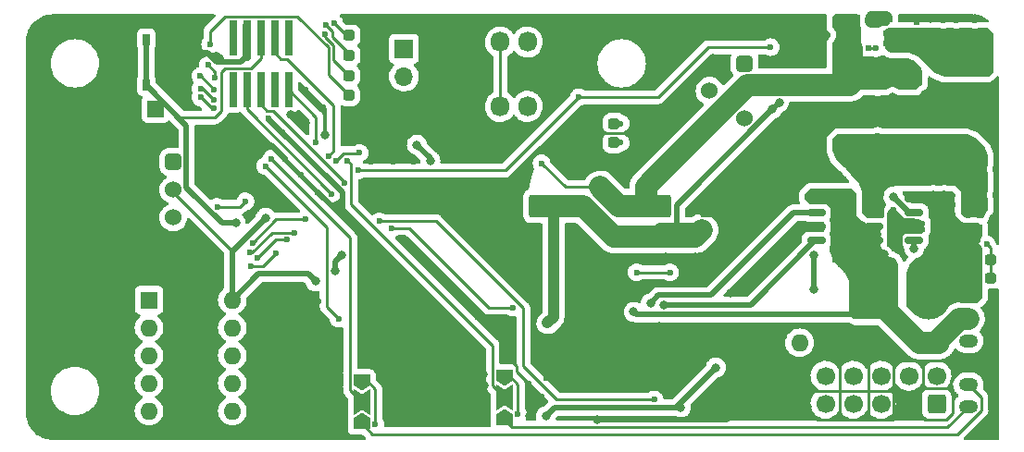
<source format=gbr>
%TF.GenerationSoftware,KiCad,Pcbnew,(6.0.11)*%
%TF.CreationDate,2024-02-10T16:45:40+09:00*%
%TF.ProjectId,SmallMD,536d616c-6c4d-4442-9e6b-696361645f70,rev?*%
%TF.SameCoordinates,Original*%
%TF.FileFunction,Copper,L1,Top*%
%TF.FilePolarity,Positive*%
%FSLAX46Y46*%
G04 Gerber Fmt 4.6, Leading zero omitted, Abs format (unit mm)*
G04 Created by KiCad (PCBNEW (6.0.11)) date 2024-02-10 16:45:40*
%MOMM*%
%LPD*%
G01*
G04 APERTURE LIST*
G04 Aperture macros list*
%AMRoundRect*
0 Rectangle with rounded corners*
0 $1 Rounding radius*
0 $2 $3 $4 $5 $6 $7 $8 $9 X,Y pos of 4 corners*
0 Add a 4 corners polygon primitive as box body*
4,1,4,$2,$3,$4,$5,$6,$7,$8,$9,$2,$3,0*
0 Add four circle primitives for the rounded corners*
1,1,$1+$1,$2,$3*
1,1,$1+$1,$4,$5*
1,1,$1+$1,$6,$7*
1,1,$1+$1,$8,$9*
0 Add four rect primitives between the rounded corners*
20,1,$1+$1,$2,$3,$4,$5,0*
20,1,$1+$1,$4,$5,$6,$7,0*
20,1,$1+$1,$6,$7,$8,$9,0*
20,1,$1+$1,$8,$9,$2,$3,0*%
%AMFreePoly0*
4,1,6,1.000000,0.000000,0.500000,-0.750000,-0.500000,-0.750000,-0.500000,0.750000,0.500000,0.750000,1.000000,0.000000,1.000000,0.000000,$1*%
%AMFreePoly1*
4,1,7,0.700000,0.000000,1.200000,-0.750000,-1.200000,-0.750000,-0.700000,0.000000,-1.200000,0.750000,1.200000,0.750000,0.700000,0.000000,0.700000,0.000000,$1*%
G04 Aperture macros list end*
%TA.AperFunction,ComponentPad*%
%ADD10RoundRect,0.381000X-0.381000X-0.381000X0.381000X-0.381000X0.381000X0.381000X-0.381000X0.381000X0*%
%TD*%
%TA.AperFunction,ComponentPad*%
%ADD11C,1.524000*%
%TD*%
%TA.AperFunction,SMDPad,CuDef*%
%ADD12R,0.740000X3.250000*%
%TD*%
%TA.AperFunction,ComponentPad*%
%ADD13R,3.800000X3.800000*%
%TD*%
%TA.AperFunction,ComponentPad*%
%ADD14C,3.800000*%
%TD*%
%TA.AperFunction,SMDPad,CuDef*%
%ADD15RoundRect,0.250001X1.999999X0.799999X-1.999999X0.799999X-1.999999X-0.799999X1.999999X-0.799999X0*%
%TD*%
%TA.AperFunction,SMDPad,CuDef*%
%ADD16FreePoly0,270.000000*%
%TD*%
%TA.AperFunction,SMDPad,CuDef*%
%ADD17FreePoly1,270.000000*%
%TD*%
%TA.AperFunction,SMDPad,CuDef*%
%ADD18FreePoly0,90.000000*%
%TD*%
%TA.AperFunction,SMDPad,CuDef*%
%ADD19RoundRect,0.237500X0.287500X0.237500X-0.287500X0.237500X-0.287500X-0.237500X0.287500X-0.237500X0*%
%TD*%
%TA.AperFunction,ComponentPad*%
%ADD20C,2.000000*%
%TD*%
%TA.AperFunction,SMDPad,CuDef*%
%ADD21RoundRect,0.237500X-0.287500X-0.237500X0.287500X-0.237500X0.287500X0.237500X-0.287500X0.237500X0*%
%TD*%
%TA.AperFunction,SMDPad,CuDef*%
%ADD22R,0.575000X0.620000*%
%TD*%
%TA.AperFunction,SMDPad,CuDef*%
%ADD23RoundRect,0.250000X1.425000X-0.362500X1.425000X0.362500X-1.425000X0.362500X-1.425000X-0.362500X0*%
%TD*%
%TA.AperFunction,SMDPad,CuDef*%
%ADD24RoundRect,0.250001X-1.999999X-0.799999X1.999999X-0.799999X1.999999X0.799999X-1.999999X0.799999X0*%
%TD*%
%TA.AperFunction,SMDPad,CuDef*%
%ADD25R,0.620000X0.575000*%
%TD*%
%TA.AperFunction,SMDPad,CuDef*%
%ADD26R,1.200000X0.900000*%
%TD*%
%TA.AperFunction,SMDPad,CuDef*%
%ADD27R,1.500000X1.500000*%
%TD*%
%TA.AperFunction,SMDPad,CuDef*%
%ADD28RoundRect,0.150000X-0.675000X-0.150000X0.675000X-0.150000X0.675000X0.150000X-0.675000X0.150000X0*%
%TD*%
%TA.AperFunction,ComponentPad*%
%ADD29R,1.700000X1.700000*%
%TD*%
%TA.AperFunction,ComponentPad*%
%ADD30O,1.700000X1.700000*%
%TD*%
%TA.AperFunction,ComponentPad*%
%ADD31C,1.600000*%
%TD*%
%TA.AperFunction,ComponentPad*%
%ADD32O,1.600000X1.600000*%
%TD*%
%TA.AperFunction,ComponentPad*%
%ADD33R,1.600000X1.600000*%
%TD*%
%TA.AperFunction,SMDPad,CuDef*%
%ADD34R,0.650000X1.050000*%
%TD*%
%TA.AperFunction,ComponentPad*%
%ADD35RoundRect,0.250000X-0.600000X-0.675000X0.600000X-0.675000X0.600000X0.675000X-0.600000X0.675000X0*%
%TD*%
%TA.AperFunction,ComponentPad*%
%ADD36O,1.700000X1.850000*%
%TD*%
%TA.AperFunction,ComponentPad*%
%ADD37C,4.000000*%
%TD*%
%TA.AperFunction,ComponentPad*%
%ADD38RoundRect,0.250000X0.600000X-0.600000X0.600000X0.600000X-0.600000X0.600000X-0.600000X-0.600000X0*%
%TD*%
%TA.AperFunction,ComponentPad*%
%ADD39C,1.700000*%
%TD*%
%TA.AperFunction,ComponentPad*%
%ADD40RoundRect,0.250000X-0.625000X0.350000X-0.625000X-0.350000X0.625000X-0.350000X0.625000X0.350000X0*%
%TD*%
%TA.AperFunction,ComponentPad*%
%ADD41O,1.750000X1.200000*%
%TD*%
%TA.AperFunction,ViaPad*%
%ADD42C,0.600000*%
%TD*%
%TA.AperFunction,ViaPad*%
%ADD43C,0.800000*%
%TD*%
%TA.AperFunction,ViaPad*%
%ADD44C,1.000000*%
%TD*%
%TA.AperFunction,Conductor*%
%ADD45C,0.500000*%
%TD*%
%TA.AperFunction,Conductor*%
%ADD46C,0.250000*%
%TD*%
%TA.AperFunction,Conductor*%
%ADD47C,2.000000*%
%TD*%
%TA.AperFunction,Conductor*%
%ADD48C,1.000000*%
%TD*%
G04 APERTURE END LIST*
D10*
%TO.P,SW3,1,A*%
%TO.N,\u4E3B\u96FB\u6E90\u30B9\u30A4\u30C3\u30C1*%
X147200000Y-61690000D03*
D11*
%TO.P,SW3,2,B*%
%TO.N,/S-S*%
X144000000Y-64190000D03*
%TO.P,SW3,3,C*%
%TO.N,unconnected-(SW3-Pad3)*%
X147200000Y-66690000D03*
%TD*%
D12*
%TO.P,J3,1,Pin_1*%
%TO.N,unconnected-(J3-Pad1)*%
X100420000Y-64065000D03*
%TO.P,J3,2,Pin_2*%
%TO.N,unconnected-(J3-Pad2)*%
X100420000Y-59315000D03*
%TO.P,J3,3,Pin_3*%
%TO.N,TCK*%
X101690000Y-64065000D03*
%TO.P,J3,4,Pin_4*%
%TO.N,GND*%
X101690000Y-59315000D03*
%TO.P,J3,5,Pin_5*%
%TO.N,TMS*%
X102960000Y-64065000D03*
%TO.P,J3,6,Pin_6*%
%TO.N,NRST*%
X102960000Y-59315000D03*
%TO.P,J3,7,Pin_7*%
%TO.N,unconnected-(J3-Pad7)*%
X104230000Y-64065000D03*
%TO.P,J3,8,Pin_8*%
%TO.N,MainRX1_STLinkTX*%
X104230000Y-59315000D03*
%TO.P,J3,9,Pin_9*%
%TO.N,MainTX1_STLinkRX*%
X105500000Y-64065000D03*
%TO.P,J3,10,Pin_10*%
%TO.N,unconnected-(J3-Pad10)*%
X105500000Y-59315000D03*
%TD*%
D13*
%TO.P,J1,1,Pin_1*%
%TO.N,GND*%
X167070000Y-65740000D03*
D14*
%TO.P,J1,2,Pin_2*%
%TO.N,/7.4VBAT*%
X167070000Y-60740000D03*
%TD*%
D15*
%TO.P,C14,1*%
%TO.N,VCC*%
X129710000Y-74750000D03*
%TO.P,C14,2*%
%TO.N,GND*%
X122510000Y-74750000D03*
%TD*%
D16*
%TO.P,JP5,1,A*%
%TO.N,Maxon_A*%
X112190000Y-90690000D03*
D17*
%TO.P,JP5,2,C*%
%TO.N,Encoder_A*%
X112190000Y-92690000D03*
D18*
%TO.P,JP5,3,B*%
%TO.N,Akitsuki_A*%
X112190000Y-94690000D03*
%TD*%
D19*
%TO.P,D5,1,K*%
%TO.N,GND*%
X112775000Y-64600000D03*
%TO.P,D5,2,A*%
%TO.N,Net-(D5-Pad2)*%
X111025000Y-64600000D03*
%TD*%
D16*
%TO.P,JP6,1,A*%
%TO.N,Maxon_B*%
X125230000Y-90270000D03*
D17*
%TO.P,JP6,2,C*%
%TO.N,Encoder_B*%
X125230000Y-92270000D03*
D18*
%TO.P,JP6,3,B*%
%TO.N,Akitsuki_B*%
X125230000Y-94270000D03*
%TD*%
D20*
%TO.P,TP5,1,1*%
%TO.N,GND*%
X115300000Y-66600000D03*
%TD*%
D21*
%TO.P,D13,1,K*%
%TO.N,GND*%
X133505001Y-68946385D03*
%TO.P,D13,2,A*%
%TO.N,Net-(D13-Pad2)*%
X135255001Y-68946385D03*
%TD*%
D22*
%TO.P,Q1,1,D*%
%TO.N,/7.4VBAT*%
X162938001Y-59840001D03*
%TO.P,Q1,2,D*%
X162938001Y-58890001D03*
%TO.P,Q1,3,G*%
%TO.N,GND*%
X162938001Y-57940001D03*
%TO.P,Q1,4,S*%
%TO.N,/S-S*%
X160162001Y-57940001D03*
%TO.P,Q1,5,D*%
%TO.N,/7.4VBAT*%
X160162001Y-58890001D03*
%TO.P,Q1,6,D*%
X160162001Y-59840001D03*
%TD*%
D23*
%TO.P,R39,1*%
%TO.N,Vdrive*%
X157310000Y-69112500D03*
%TO.P,R39,2*%
%TO.N,VDD*%
X157310000Y-63187500D03*
%TD*%
D19*
%TO.P,D6,1,K*%
%TO.N,GND*%
X112795000Y-59100000D03*
%TO.P,D6,2,A*%
%TO.N,Net-(D6-Pad2)*%
X111045000Y-59100000D03*
%TD*%
D24*
%TO.P,C13,1*%
%TO.N,VDD*%
X138180000Y-74710000D03*
%TO.P,C13,2*%
%TO.N,GND*%
X145380000Y-74710000D03*
%TD*%
D21*
%TO.P,D17,1,K*%
%TO.N,Motor_B*%
X167945000Y-81330000D03*
%TO.P,D17,2,A*%
%TO.N,Net-(D17-Pad2)*%
X169695000Y-81330000D03*
%TD*%
D25*
%TO.P,Q3,1,D*%
%TO.N,VDD*%
X156600000Y-60278000D03*
%TO.P,Q3,2,D*%
X157550000Y-60278000D03*
%TO.P,Q3,3,G*%
%TO.N,Net-(C1-Pad2)*%
X158500000Y-60278000D03*
%TO.P,Q3,4,S*%
%TO.N,/S-S*%
X158500000Y-57502000D03*
%TO.P,Q3,5,D*%
%TO.N,VDD*%
X157550000Y-57502000D03*
%TO.P,Q3,6,D*%
X156600000Y-57502000D03*
%TD*%
D23*
%TO.P,R46,1*%
%TO.N,Vdrive*%
X161310000Y-69112500D03*
%TO.P,R46,2*%
%TO.N,VDD*%
X161310000Y-63187500D03*
%TD*%
D26*
%TO.P,D2,1,K*%
%TO.N,VCC*%
X134000000Y-76310000D03*
%TO.P,D2,2,A*%
%TO.N,VDD*%
X134000000Y-73010000D03*
%TD*%
D27*
%TO.P,H2,1,1*%
%TO.N,NRST*%
X93360000Y-65860000D03*
%TD*%
D28*
%TO.P,Q18,1,S*%
%TO.N,Motor_A*%
X153755000Y-74083797D03*
%TO.P,Q18,2,G*%
%TO.N,Net-(Q18-Pad2)*%
X153755000Y-75353797D03*
%TO.P,Q18,3,S*%
%TO.N,GND*%
X153755000Y-76623797D03*
%TO.P,Q18,4,G*%
%TO.N,Net-(Q18-Pad4)*%
X153755000Y-77893797D03*
%TO.P,Q18,5,D*%
%TO.N,Motor_A*%
X159005000Y-77893797D03*
%TO.P,Q18,6,D*%
X159005000Y-76623797D03*
%TO.P,Q18,7,D*%
%TO.N,Vdrive*%
X159005000Y-75353797D03*
%TO.P,Q18,8,D*%
X159005000Y-74083797D03*
%TD*%
D19*
%TO.P,D3,1,K*%
%TO.N,GND*%
X112795000Y-60940000D03*
%TO.P,D3,2,A*%
%TO.N,Net-(D3-Pad2)*%
X111045000Y-60940000D03*
%TD*%
D10*
%TO.P,SW2,1,A*%
%TO.N,Slide_SW0*%
X94960000Y-70710000D03*
D11*
%TO.P,SW2,2,B*%
%TO.N,+3.3V*%
X94960000Y-73250000D03*
%TO.P,SW2,3,C*%
%TO.N,unconnected-(SW2-Pad3)*%
X94960000Y-75790000D03*
%TD*%
D29*
%TO.P,JP3,1,A*%
%TO.N,RS485_A*%
X116050000Y-60335000D03*
D30*
%TO.P,JP3,2,B*%
%TO.N,Net-(JP3-Pad2)*%
X116050000Y-62875000D03*
%TD*%
D19*
%TO.P,D18,1,K*%
%TO.N,Net-(D17-Pad2)*%
X169672500Y-79690000D03*
%TO.P,D18,2,A*%
%TO.N,Motor_B*%
X167922500Y-79690000D03*
%TD*%
%TO.P,D4,1,K*%
%TO.N,GND*%
X112785000Y-62810000D03*
%TO.P,D4,2,A*%
%TO.N,Net-(D4-Pad2)*%
X111035000Y-62810000D03*
%TD*%
D31*
%TO.P,R67,1*%
%TO.N,Motor_A*%
X164930000Y-87270000D03*
D32*
%TO.P,R67,2*%
%TO.N,Net-(C29-Pad1)*%
X152230000Y-87270000D03*
%TD*%
D33*
%TO.P,SW1,1*%
%TO.N,DIP_SW0*%
X92740000Y-83345000D03*
D32*
%TO.P,SW1,2*%
%TO.N,DIP_SW1*%
X92740000Y-85885000D03*
%TO.P,SW1,3*%
%TO.N,DIP_SW2*%
X92740000Y-88425000D03*
%TO.P,SW1,4*%
%TO.N,DIP_SW3*%
X92740000Y-90965000D03*
%TO.P,SW1,5*%
%TO.N,DIP_SW4*%
X92740000Y-93505000D03*
%TO.P,SW1,6*%
%TO.N,+3.3V*%
X100360000Y-93505000D03*
%TO.P,SW1,7*%
X100360000Y-90965000D03*
%TO.P,SW1,8*%
X100360000Y-88425000D03*
%TO.P,SW1,9*%
X100360000Y-85885000D03*
%TO.P,SW1,10*%
X100360000Y-83345000D03*
%TD*%
D21*
%TO.P,D10,1,K*%
%TO.N,GND*%
X133535001Y-67183884D03*
%TO.P,D10,2,A*%
%TO.N,Net-(D10-Pad2)*%
X135285001Y-67183884D03*
%TD*%
D28*
%TO.P,Q19,1,S*%
%TO.N,Motor_B*%
X162705000Y-74065000D03*
%TO.P,Q19,2,G*%
%TO.N,Net-(Q19-Pad2)*%
X162705000Y-75335000D03*
%TO.P,Q19,3,S*%
%TO.N,GND*%
X162705000Y-76605000D03*
%TO.P,Q19,4,G*%
%TO.N,Net-(Q19-Pad4)*%
X162705000Y-77875000D03*
%TO.P,Q19,5,D*%
%TO.N,Motor_B*%
X167955000Y-77875000D03*
%TO.P,Q19,6,D*%
X167955000Y-76605000D03*
%TO.P,Q19,7,D*%
%TO.N,Vdrive*%
X167955000Y-75335000D03*
%TO.P,Q19,8,D*%
X167955000Y-74065000D03*
%TD*%
D34*
%TO.P,SW4,1,A*%
%TO.N,NRST*%
X92475000Y-59505000D03*
X92475000Y-63655000D03*
%TO.P,SW4,2,B*%
%TO.N,GND*%
X94625000Y-63655000D03*
X94625000Y-59530000D03*
%TD*%
D35*
%TO.P,J5,1,Pin_1*%
%TO.N,GND*%
X119860000Y-59720000D03*
D36*
%TO.P,J5,2,Pin_2*%
X122360000Y-59720000D03*
%TO.P,J5,3,Pin_3*%
%TO.N,RS485_A*%
X124860000Y-59720000D03*
%TO.P,J5,4,Pin_4*%
%TO.N,RS485_B*%
X127360000Y-59720000D03*
%TD*%
D35*
%TO.P,J6,1,Pin_1*%
%TO.N,GND*%
X119860000Y-65620000D03*
D36*
%TO.P,J6,2,Pin_2*%
X122360000Y-65620000D03*
%TO.P,J6,3,Pin_3*%
%TO.N,RS485_A*%
X124860000Y-65620000D03*
%TO.P,J6,4,Pin_4*%
%TO.N,RS485_B*%
X127360000Y-65620000D03*
%TD*%
D13*
%TO.P,J4,1,Pin_1*%
%TO.N,Motor_A*%
X159030000Y-83110000D03*
D37*
%TO.P,J4,2,Pin_2*%
%TO.N,Motor_B*%
X164030000Y-83110000D03*
%TD*%
D38*
%TO.P,J7,1,Pin_1*%
%TO.N,unconnected-(J7-Pad1)*%
X164760000Y-92830000D03*
D39*
%TO.P,J7,2,Pin_2*%
%TO.N,+5V*%
X164760000Y-90290000D03*
%TO.P,J7,3,Pin_3*%
%TO.N,GND*%
X162220000Y-92830000D03*
%TO.P,J7,4,Pin_4*%
%TO.N,unconnected-(J7-Pad4)*%
X162220000Y-90290000D03*
%TO.P,J7,5,Pin_5*%
%TO.N,Maxon_RS422_invA*%
X159680000Y-92830000D03*
%TO.P,J7,6,Pin_6*%
%TO.N,Maxon_RS422_A*%
X159680000Y-90290000D03*
%TO.P,J7,7,Pin_7*%
%TO.N,Maxon_RS422_invB*%
X157140000Y-92830000D03*
%TO.P,J7,8,Pin_8*%
%TO.N,Maxon_RS422_B*%
X157140000Y-90290000D03*
%TO.P,J7,9,Pin_9*%
%TO.N,Maxon_RS422_invI*%
X154600000Y-92830000D03*
%TO.P,J7,10,Pin_10*%
%TO.N,Maxon_RS422_I*%
X154600000Y-90290000D03*
%TD*%
D40*
%TO.P,J8,1,Pin_1*%
%TO.N,Motor_B*%
X167660000Y-83090000D03*
D41*
%TO.P,J8,2,Pin_2*%
%TO.N,Motor_A*%
X167660000Y-85090000D03*
%TO.P,J8,3,Pin_3*%
%TO.N,+5V*%
X167660000Y-87090000D03*
%TO.P,J8,4,Pin_4*%
%TO.N,GND*%
X167660000Y-89090000D03*
%TO.P,J8,5,Pin_5*%
%TO.N,Akitsuki_A*%
X167660000Y-91090000D03*
%TO.P,J8,6,Pin_6*%
%TO.N,Akitsuki_B*%
X167660000Y-93090000D03*
%TD*%
D42*
%TO.N,/S-S*%
X159520000Y-57170000D03*
%TO.N,Net-(C1-Pad2)*%
X159232553Y-60280670D03*
D43*
%TO.N,GND*%
X91210000Y-92370000D03*
X82960000Y-67620000D03*
D42*
X115900000Y-75240000D03*
X133950000Y-78910000D03*
D43*
X112700000Y-65970000D03*
X126110000Y-63970000D03*
X85960000Y-88620000D03*
D42*
X129080000Y-90510000D03*
D43*
X145710000Y-77120000D03*
X166560000Y-57580000D03*
X150610000Y-72310000D03*
X140570000Y-67550000D03*
X146230000Y-87410000D03*
X139170000Y-89790000D03*
D42*
X115930000Y-74010000D03*
D43*
X103380000Y-85400000D03*
X125220000Y-69160000D03*
X88960000Y-94620000D03*
X104150000Y-73420000D03*
X147140000Y-73060000D03*
X141860000Y-64120000D03*
X142550000Y-65470000D03*
D42*
X115110000Y-70660000D03*
D43*
X82960000Y-82620000D03*
X113480000Y-72740000D03*
D42*
X115890000Y-92680000D03*
X115230000Y-85210000D03*
D43*
X152350000Y-68130000D03*
X128980000Y-61280000D03*
X128870000Y-69480000D03*
D42*
X128630000Y-92210000D03*
X161610000Y-76620000D03*
X155870000Y-71870000D03*
X114850000Y-94610000D03*
X118750000Y-83360000D03*
D43*
X170030000Y-69050000D03*
X145530000Y-62870000D03*
X168260000Y-57580000D03*
D42*
X107030000Y-64060000D03*
D43*
X95960000Y-57920000D03*
D42*
X162210000Y-77020000D03*
D43*
X90970000Y-65080000D03*
X82960000Y-76620000D03*
X152900000Y-93160000D03*
D42*
X150910000Y-58340000D03*
D43*
X169970000Y-93780000D03*
D42*
X160460000Y-78220000D03*
D43*
X160720000Y-64760000D03*
D42*
X114380000Y-93970000D03*
X108690000Y-65700000D03*
X160460000Y-76420000D03*
X161060000Y-75670000D03*
X139760000Y-81990000D03*
D43*
X165360000Y-57580000D03*
D42*
X162270000Y-57580000D03*
X160460000Y-77020000D03*
D43*
X154960000Y-65620000D03*
D42*
X97760000Y-86880000D03*
D43*
X91960000Y-73620000D03*
D42*
X115650000Y-77700000D03*
D43*
X170030000Y-66020000D03*
X114000000Y-64060000D03*
D42*
X163310000Y-77020000D03*
D43*
X170020000Y-76800000D03*
X148230000Y-70300000D03*
X136590000Y-65880000D03*
X138760000Y-61210000D03*
D42*
X126060000Y-87020000D03*
D43*
X151990000Y-77090000D03*
X85960000Y-82620000D03*
X148820000Y-71870000D03*
X82960000Y-88620000D03*
X164240000Y-57560000D03*
D42*
X154790000Y-59080000D03*
X106590000Y-71870000D03*
D43*
X139960000Y-79370000D03*
D42*
X127020000Y-80720000D03*
D43*
X102890000Y-72540000D03*
D42*
X154800000Y-72330000D03*
D43*
X138080000Y-69100000D03*
D42*
X126990000Y-78910000D03*
D43*
X170030000Y-63630000D03*
D42*
X105180000Y-70410000D03*
D43*
X143160000Y-87390000D03*
X96210000Y-82370000D03*
X82960000Y-58620000D03*
X156460000Y-67120000D03*
D42*
X101960000Y-86870000D03*
D43*
X124290000Y-79890000D03*
X142710000Y-79370000D03*
X132010000Y-60550000D03*
X127560000Y-93950000D03*
X101960000Y-84370000D03*
X158410000Y-65220000D03*
X140340000Y-91850000D03*
X146650000Y-93180000D03*
X110440000Y-95640000D03*
X94210000Y-78620000D03*
X118800000Y-57700000D03*
X146130000Y-58950000D03*
X82960000Y-79620000D03*
D42*
X128370000Y-78920000D03*
D43*
X116650000Y-64650000D03*
X90960000Y-84870000D03*
X124200000Y-73610000D03*
X169910000Y-91560000D03*
D42*
X110710000Y-67570000D03*
X152530000Y-58340000D03*
D43*
X169860000Y-95440000D03*
D42*
X170150000Y-73770000D03*
D43*
X102960000Y-74390000D03*
X160140000Y-67000000D03*
X150350000Y-91780000D03*
D42*
X122840000Y-84880000D03*
D43*
X141360000Y-89750000D03*
X88960000Y-64620000D03*
D42*
X163310000Y-76420000D03*
D43*
X144300000Y-61200000D03*
D42*
X112990000Y-86510000D03*
D43*
X108800000Y-68240000D03*
X82960000Y-91620000D03*
X137550000Y-87520000D03*
X88960000Y-76620000D03*
D42*
X141370000Y-79480000D03*
D43*
X97450000Y-94530000D03*
X97690000Y-71610000D03*
X146520000Y-71340000D03*
X85960000Y-79620000D03*
X116470000Y-89400000D03*
D42*
X121930000Y-70640000D03*
D43*
X133360000Y-65900000D03*
X82960000Y-61620000D03*
X151740000Y-91530000D03*
D42*
X96880000Y-90490000D03*
X112330000Y-80100000D03*
X161060000Y-76870000D03*
D43*
X91210000Y-95370000D03*
X88960000Y-91620000D03*
D42*
X161060000Y-78070000D03*
D43*
X140160000Y-59710000D03*
X123420000Y-91180000D03*
D42*
X102210000Y-93120000D03*
D43*
X93670000Y-58150000D03*
X119330000Y-89390000D03*
X145710000Y-79620000D03*
X94210000Y-92370000D03*
X94230000Y-89690000D03*
X123460000Y-64090000D03*
X85960000Y-58620000D03*
X139430000Y-85800000D03*
D42*
X160460000Y-77620000D03*
D43*
X144800000Y-72770000D03*
X91210000Y-87120000D03*
X148180000Y-76730000D03*
X82960000Y-73620000D03*
X170070000Y-87390000D03*
X146210000Y-85870000D03*
X94600000Y-67550000D03*
X132960000Y-71120000D03*
X117750000Y-66800000D03*
X109670000Y-86260000D03*
D42*
X97230000Y-67590000D03*
D43*
X93530000Y-72050000D03*
X114090000Y-60110000D03*
D42*
X96490000Y-85640000D03*
X161060000Y-77470000D03*
D43*
X170030000Y-83070000D03*
X108140000Y-95710000D03*
X85960000Y-76620000D03*
X102460000Y-83120000D03*
X88960000Y-67620000D03*
X85960000Y-64620000D03*
D42*
X156270000Y-72310000D03*
D43*
X143280000Y-62410000D03*
X133370000Y-89950000D03*
D42*
X113060000Y-70680000D03*
D43*
X140150000Y-90750000D03*
X94200000Y-87190000D03*
D42*
X116160000Y-91560000D03*
D43*
X82960000Y-94620000D03*
X110410000Y-93390000D03*
X123430000Y-62670000D03*
X88960000Y-61620000D03*
X105960000Y-84870000D03*
X143210000Y-74870000D03*
D42*
X110270000Y-88370000D03*
D43*
X146770000Y-78390000D03*
X105960000Y-83620000D03*
X85960000Y-67620000D03*
D42*
X161610000Y-77220000D03*
X126880000Y-71890000D03*
X112080000Y-82970000D03*
X162210000Y-76420000D03*
D43*
X88960000Y-73620000D03*
D42*
X116140000Y-80730000D03*
D43*
X131140000Y-63250000D03*
D42*
X134420000Y-87760000D03*
D43*
X139450000Y-66120000D03*
X107010000Y-67160000D03*
D42*
X112170000Y-77890000D03*
D43*
X97710000Y-80620000D03*
D42*
X108220000Y-83430000D03*
X112110000Y-84960000D03*
D43*
X123300000Y-90190000D03*
D42*
X124470000Y-85270000D03*
D43*
X93590000Y-74480000D03*
D42*
X108190000Y-73440000D03*
D43*
X88960000Y-79620000D03*
X91960000Y-79620000D03*
X152490000Y-71330000D03*
X138800000Y-63580000D03*
X141170000Y-85900000D03*
D42*
X161060000Y-76270000D03*
D43*
X99230000Y-73360000D03*
D42*
X161460000Y-78520000D03*
D43*
X150590000Y-61520000D03*
D42*
X155410000Y-72280000D03*
D43*
X98960000Y-79370000D03*
X162650000Y-67190000D03*
D42*
X117490000Y-79410000D03*
D43*
X88960000Y-88620000D03*
D42*
X160860000Y-78670000D03*
X120070000Y-70630000D03*
D43*
X150960000Y-66620000D03*
X129020000Y-57960000D03*
D42*
X103680000Y-66730000D03*
D43*
X123430000Y-58050000D03*
X98210000Y-78620000D03*
D42*
X150200000Y-58350000D03*
X170170000Y-71380000D03*
X162760000Y-76770000D03*
D43*
X137430000Y-67610000D03*
X122250000Y-68420000D03*
X133730000Y-94275500D03*
D42*
X127880000Y-87830000D03*
X126250000Y-81950000D03*
D43*
X149820000Y-75140000D03*
X151260000Y-92950000D03*
X91960000Y-70620000D03*
D42*
X131100000Y-78930000D03*
D43*
X149230000Y-61540000D03*
X139050000Y-57920000D03*
X132130000Y-70170000D03*
X145220000Y-74740000D03*
X105690000Y-66380000D03*
X151650000Y-74030000D03*
X98460000Y-91870000D03*
X127432692Y-67564566D03*
X150630000Y-86630000D03*
X131030000Y-71180000D03*
D42*
X113200000Y-77870000D03*
D43*
X135980000Y-89750000D03*
X130270000Y-68230000D03*
X154350000Y-67310000D03*
D42*
X127460000Y-90990000D03*
D43*
X88960000Y-70620000D03*
X99960000Y-95370000D03*
X91310000Y-61240000D03*
D42*
X98250000Y-89070000D03*
D43*
X88960000Y-58620000D03*
X118920000Y-68650000D03*
X118660000Y-85600000D03*
X85960000Y-94620000D03*
X94250000Y-63420000D03*
X85960000Y-70620000D03*
X148750000Y-73920000D03*
D42*
X162760000Y-76170000D03*
D43*
X149110000Y-92980000D03*
X133980000Y-63620000D03*
X91960000Y-76620000D03*
X96460000Y-76620000D03*
X125470000Y-79040000D03*
X129350000Y-65550000D03*
X82960000Y-64620000D03*
X114710000Y-57720000D03*
D42*
X96610000Y-88110000D03*
D43*
X96060000Y-65350000D03*
X150550000Y-78570000D03*
D42*
X115430000Y-81870000D03*
D43*
X170000000Y-75860000D03*
D42*
X155290000Y-71680000D03*
D43*
X150920000Y-69340000D03*
X147480000Y-57850000D03*
X149230000Y-87410000D03*
X147050000Y-74770000D03*
X118010000Y-62760000D03*
X121320000Y-91120000D03*
X118930000Y-87820000D03*
D42*
X116970000Y-70680000D03*
D43*
X153880000Y-69720000D03*
X169190000Y-86070000D03*
X91620000Y-67030000D03*
X108500000Y-86430000D03*
X169910000Y-90130000D03*
X108210000Y-89620000D03*
D42*
X160810000Y-75120000D03*
X112020000Y-86380000D03*
D43*
X136280000Y-58980000D03*
X153120000Y-60530000D03*
D42*
X128360000Y-80770000D03*
D43*
X142160000Y-57810000D03*
D42*
X108470000Y-85030000D03*
X104960000Y-93370000D03*
X97230000Y-70260000D03*
D43*
X124220000Y-72620000D03*
X104210000Y-84120000D03*
D42*
X161610000Y-76020000D03*
D43*
X85960000Y-85620000D03*
X126050000Y-62320000D03*
X134240000Y-57780000D03*
X85960000Y-73620000D03*
D42*
X153870000Y-58370000D03*
X106460000Y-93620000D03*
X114320000Y-84300000D03*
D43*
X168000000Y-95710000D03*
D42*
X104910000Y-67940000D03*
X112140000Y-81420000D03*
D43*
X82960000Y-85620000D03*
X105470000Y-74850000D03*
X109210000Y-90620000D03*
X163680000Y-64520000D03*
X126170000Y-58020000D03*
X149110000Y-68620000D03*
D42*
X121090000Y-70640000D03*
X118570000Y-80440000D03*
D43*
X88960000Y-85620000D03*
X91190000Y-57960000D03*
D42*
X111910000Y-68810000D03*
D43*
X164360000Y-66970000D03*
D42*
X97370000Y-84740000D03*
D43*
X145950000Y-82700000D03*
D42*
X114140000Y-85290000D03*
X101710000Y-89870000D03*
D43*
X169980000Y-84410000D03*
X88960000Y-82620000D03*
X96210000Y-80120000D03*
X93710000Y-81370000D03*
X113400000Y-74760000D03*
X91210000Y-89870000D03*
X82960000Y-70620000D03*
X139850000Y-87380000D03*
X94110000Y-95010000D03*
X111170000Y-57670000D03*
X142960000Y-59710000D03*
D44*
%TO.N,VCC*%
X129180000Y-85460000D03*
D43*
X139924999Y-76774999D03*
X139600000Y-77539999D03*
X150370000Y-65251500D03*
X149765750Y-65855750D03*
D44*
X129710000Y-84520000D03*
D43*
X140420001Y-77539999D03*
X138750001Y-77539999D03*
X143290000Y-76960000D03*
X140990000Y-76860000D03*
X142140000Y-76750000D03*
%TO.N,NRST*%
X100680000Y-76300000D03*
%TO.N,+3.3V*%
X109721016Y-80678984D03*
X103410000Y-75820000D03*
X144570000Y-89530000D03*
X117230000Y-69135500D03*
X107950000Y-81640000D03*
X110370000Y-79220000D03*
X141374500Y-93210000D03*
X129023249Y-94003249D03*
X118465808Y-70584500D03*
%TO.N,VDD*%
X137900498Y-72935312D03*
D42*
X128644607Y-70834607D03*
X159380000Y-63870000D03*
%TO.N,Vdrive*%
X167210000Y-75120000D03*
X158210000Y-75120000D03*
X168710000Y-73620000D03*
X167210000Y-74120000D03*
X167710000Y-75620000D03*
X168210000Y-75120000D03*
X158710000Y-74620000D03*
X168210000Y-74120000D03*
X158210000Y-74120000D03*
X167710000Y-73620000D03*
X168710000Y-75620000D03*
X159210000Y-75120000D03*
X159360000Y-68320000D03*
X159710000Y-75620000D03*
X167710000Y-74620000D03*
X159710000Y-73620000D03*
X159210000Y-74120000D03*
X158710000Y-73620000D03*
X158710000Y-75620000D03*
X168710000Y-74620000D03*
X159710000Y-74620000D03*
D43*
%TO.N,Motor_A*%
X156960000Y-78120000D03*
D42*
X157460000Y-76620000D03*
X157460000Y-80620000D03*
D43*
X159960000Y-80120000D03*
D42*
X155460000Y-79620000D03*
X155460000Y-76620000D03*
X155460000Y-73620000D03*
D43*
X156960000Y-76120000D03*
X155960000Y-76120000D03*
D42*
X159460000Y-79620000D03*
D43*
X137060000Y-84445500D03*
D42*
X159460000Y-78620000D03*
X156460000Y-77620000D03*
D43*
X158960000Y-79120000D03*
D42*
X156460000Y-73620000D03*
D43*
X156960000Y-75120000D03*
D42*
X156460000Y-80620000D03*
X156460000Y-76620000D03*
D43*
X155960000Y-74120000D03*
D42*
X159460000Y-80620000D03*
X158460000Y-78620000D03*
D43*
X155960000Y-77120000D03*
D42*
X155460000Y-77620000D03*
X156460000Y-78620000D03*
X160460000Y-79620000D03*
X156460000Y-75620000D03*
X158460000Y-80620000D03*
X155460000Y-75620000D03*
D43*
X155960000Y-75120000D03*
D42*
X155960000Y-80120000D03*
X156460000Y-74620000D03*
D43*
X156960000Y-79120000D03*
X158960000Y-80120000D03*
D42*
X158460000Y-79620000D03*
D43*
X155960000Y-78120000D03*
X155960000Y-79120000D03*
X157960000Y-79120000D03*
D42*
X160460000Y-80620000D03*
D43*
X157960000Y-78120000D03*
D42*
X155460000Y-74620000D03*
X155460000Y-78620000D03*
X157460000Y-78620000D03*
D43*
X156960000Y-77120000D03*
D42*
X156460000Y-79620000D03*
D43*
X159960000Y-79120000D03*
X157960000Y-80120000D03*
D42*
X157960000Y-77120000D03*
X157460000Y-77620000D03*
D43*
X156960000Y-80120000D03*
D42*
X157460000Y-79620000D03*
D43*
X156960000Y-74120000D03*
%TO.N,Motor_B*%
X164960000Y-76120000D03*
D42*
X166460000Y-81620000D03*
X164460000Y-77620000D03*
X165460000Y-75620000D03*
X164460000Y-75620000D03*
X165460000Y-79620000D03*
X167460000Y-79620000D03*
D43*
X165960000Y-80120000D03*
D42*
X165460000Y-80620000D03*
X166460000Y-80620000D03*
X167460000Y-81620000D03*
X164460000Y-80620000D03*
D43*
X165960000Y-78120000D03*
X164960000Y-79120000D03*
X164960000Y-74120000D03*
X167960000Y-81120000D03*
D42*
X165460000Y-74620000D03*
X168460000Y-78620000D03*
X166460000Y-79620000D03*
X167460000Y-78620000D03*
X162460000Y-80620000D03*
X166460000Y-77620000D03*
X164460000Y-73620000D03*
D43*
X164960000Y-78120000D03*
D42*
X165460000Y-76620000D03*
D43*
X165960000Y-74120000D03*
X166960000Y-79120000D03*
X166960000Y-81120000D03*
D42*
X166960000Y-77120000D03*
D43*
X167960000Y-80120000D03*
D42*
X165460000Y-77620000D03*
D43*
X164960000Y-75120000D03*
X164960000Y-77120000D03*
X165960000Y-76120000D03*
D42*
X165460000Y-73620000D03*
D43*
X165960000Y-81120000D03*
D42*
X163460000Y-79620000D03*
D43*
X163960000Y-79120000D03*
X163960000Y-80120000D03*
D42*
X166460000Y-76620000D03*
D43*
X165960000Y-79120000D03*
D42*
X163460000Y-80620000D03*
X164460000Y-76620000D03*
X164460000Y-74620000D03*
X168460000Y-80620000D03*
X166460000Y-78620000D03*
D43*
X162960000Y-80120000D03*
X164960000Y-80120000D03*
D42*
X165460000Y-78620000D03*
D43*
X165960000Y-75120000D03*
X167960000Y-79120000D03*
D42*
X164460000Y-78620000D03*
X168460000Y-81620000D03*
X167460000Y-80620000D03*
D43*
X165960000Y-77120000D03*
D42*
X164460000Y-79620000D03*
D43*
X166960000Y-80120000D03*
X166960000Y-78120000D03*
D42*
X168460000Y-79620000D03*
%TO.N,Net-(D3-Pad2)*%
X108900247Y-58183891D03*
%TO.N,Net-(D4-Pad2)*%
X108861589Y-59028411D03*
%TO.N,Net-(D5-Pad2)*%
X98334647Y-59934647D03*
%TO.N,Net-(D6-Pad2)*%
X109676828Y-57993820D03*
%TO.N,Net-(D10-Pad2)*%
X135860000Y-67173884D03*
%TO.N,Net-(D13-Pad2)*%
X135860000Y-68933884D03*
%TO.N,Current_Sence*%
X149581589Y-60191589D03*
X111839401Y-71479923D03*
X132030000Y-64770000D03*
%TO.N,Net-(D17-Pad2)*%
X169349987Y-78248703D03*
%TO.N,TCK*%
X109460000Y-73620000D03*
%TO.N,TMS*%
X110589901Y-72620000D03*
%TO.N,MainRX1_STLinkTX*%
X109130000Y-70140000D03*
%TO.N,MainTX1_STLinkRX*%
X108020000Y-68950000D03*
%TO.N,Encoder_A*%
X103940000Y-70420000D03*
%TO.N,Encoder_B*%
X110885500Y-70561589D03*
D43*
%TO.N,Net-(Q18-Pad2)*%
X138605000Y-83655000D03*
%TO.N,Net-(Q18-Pad4)*%
X139800000Y-83790500D03*
%TO.N,Net-(Q19-Pad2)*%
X153544874Y-79210688D03*
X153497554Y-82407554D03*
X160809500Y-73862533D03*
%TO.N,Net-(Q19-Pad4)*%
X162710000Y-78620000D03*
D42*
%TO.N,DIP_SW1*%
X102196142Y-78103858D03*
X107030000Y-75970000D03*
%TO.N,DIP_SW2*%
X106040000Y-77170000D03*
X101998284Y-79012920D03*
%TO.N,Slide_SW0*%
X101560000Y-74310000D03*
X99005030Y-74825030D03*
%TO.N,DIP_SW3*%
X102637074Y-79493703D03*
X105353504Y-77794500D03*
%TO.N,DIP_SW4*%
X102070271Y-80290519D03*
X104370000Y-79080000D03*
%TO.N,V_Measure*%
X109810000Y-70590000D03*
X112002303Y-69875763D03*
%TO.N,LED0*%
X98694500Y-65000000D03*
X97445500Y-63970000D03*
%TO.N,LED1*%
X98694500Y-64050000D03*
X97439405Y-62828600D03*
%TO.N,LED2*%
X98744874Y-63018841D03*
X98131506Y-61826762D03*
%TO.N,MonitorLED0*%
X97445500Y-64780000D03*
X98694500Y-65799503D03*
%TO.N,PWM_A*%
X103370000Y-71070000D03*
X110080000Y-85060000D03*
%TO.N,SHDN*%
X140388678Y-80805500D03*
X114960000Y-76770000D03*
X126003411Y-84026589D03*
X137336673Y-80805500D03*
%TO.N,Maxon_A*%
X113439500Y-94750000D03*
%TO.N,Maxon_B*%
X126479500Y-93805500D03*
%TO.N,Maxon_I*%
X138970000Y-92460500D03*
X113806589Y-76145500D03*
%TD*%
D45*
%TO.N,/S-S*%
X159629999Y-58000001D02*
X160210000Y-58000001D01*
X158500000Y-57502000D02*
X158460000Y-57542000D01*
X158710000Y-57170000D02*
X159520000Y-57170000D01*
X158500000Y-57502000D02*
X158500000Y-57380000D01*
X158500000Y-57380000D02*
X158710000Y-57170000D01*
X160162001Y-57940001D02*
X158938001Y-57940001D01*
X158938001Y-57940001D02*
X158500000Y-57502000D01*
X160210000Y-57170000D02*
X160460000Y-57420000D01*
X159460000Y-58170000D02*
X159629999Y-58000001D01*
X160460000Y-57642002D02*
X160162001Y-57940001D01*
X158710000Y-58170000D02*
X159460000Y-58170000D01*
X160460000Y-57420000D02*
X160460000Y-57642002D01*
X158460000Y-57920000D02*
X158710000Y-58170000D01*
X158460000Y-57542000D02*
X158460000Y-57920000D01*
X159520000Y-57170000D02*
X160210000Y-57170000D01*
D46*
%TO.N,Net-(C1-Pad2)*%
X159232553Y-60280670D02*
X159229883Y-60278000D01*
X159229883Y-60278000D02*
X158500000Y-60278000D01*
D45*
%TO.N,GND*%
X105180000Y-70410000D02*
X103960000Y-69190000D01*
D46*
X153850000Y-94280000D02*
X152900000Y-93330000D01*
X161080000Y-88920000D02*
X164160000Y-88920000D01*
D45*
X160810000Y-75120000D02*
X160810000Y-75220000D01*
X108190000Y-73440000D02*
X110400000Y-75650000D01*
X94625000Y-59530000D02*
X95779647Y-60684647D01*
X163060000Y-76170000D02*
X163310000Y-76420000D01*
D46*
X166260000Y-93680000D02*
X166260000Y-91480000D01*
X164180000Y-88900000D02*
X163880000Y-88900000D01*
D45*
X100110000Y-69190000D02*
X97690000Y-71610000D01*
X160460000Y-78220000D02*
X160460000Y-76420000D01*
D46*
X160855000Y-94195000D02*
X160855000Y-89145000D01*
X152900000Y-93330000D02*
X152900000Y-93160000D01*
D45*
X95779647Y-60684647D02*
X98050000Y-60684647D01*
D46*
X155940000Y-94280000D02*
X153850000Y-94280000D01*
X166260000Y-91480000D02*
X166100000Y-91320000D01*
X133535001Y-67183884D02*
X134451117Y-68100000D01*
X158300000Y-88740000D02*
X158505000Y-88945000D01*
D45*
X161430000Y-77400000D02*
X161610000Y-77220000D01*
D46*
X162220000Y-92830000D02*
X160770000Y-94280000D01*
X163800000Y-91470000D02*
X165950000Y-91470000D01*
X152900000Y-93160000D02*
X152900000Y-92040000D01*
D45*
X98910000Y-61540000D02*
X98050000Y-60680000D01*
D46*
X126060000Y-87020000D02*
X126060000Y-89140000D01*
D45*
X110400000Y-75650000D02*
X112170000Y-77420000D01*
D46*
X152900000Y-92040000D02*
X153285000Y-91655000D01*
D45*
X162760000Y-76170000D02*
X162675000Y-76085000D01*
X160860000Y-78620000D02*
X160460000Y-78220000D01*
X160810000Y-75220000D02*
X161610000Y-76020000D01*
D46*
X126060000Y-89140000D02*
X126360000Y-89440000D01*
D45*
X162675000Y-76085000D02*
X161675000Y-76085000D01*
X161810000Y-77020000D02*
X161610000Y-77220000D01*
X103680000Y-66730000D02*
X103680000Y-66779339D01*
X161430000Y-78490000D02*
X161430000Y-77400000D01*
X163310000Y-77020000D02*
X162210000Y-77020000D01*
X112170000Y-77420000D02*
X112170000Y-77890000D01*
D46*
X163720000Y-94330000D02*
X165610000Y-94330000D01*
D45*
X161310000Y-78670000D02*
X161460000Y-78520000D01*
X161675000Y-76085000D02*
X161610000Y-76020000D01*
D46*
X136940000Y-68100000D02*
X137430000Y-67610000D01*
D45*
X101690000Y-60940000D02*
X101090000Y-61540000D01*
D46*
X164160000Y-88920000D02*
X164180000Y-88900000D01*
X158505000Y-94065000D02*
X158290000Y-94280000D01*
X153285000Y-91655000D02*
X161045000Y-91655000D01*
X134451117Y-68100000D02*
X136940000Y-68100000D01*
X166100000Y-90650000D02*
X167660000Y-89090000D01*
X167660000Y-89090000D02*
X167470000Y-88900000D01*
D45*
X160460000Y-75470000D02*
X160810000Y-75120000D01*
D46*
X160855000Y-89145000D02*
X161080000Y-88920000D01*
D45*
X160460000Y-76420000D02*
X160460000Y-75470000D01*
D46*
X158505000Y-88945000D02*
X158505000Y-94065000D01*
D45*
X160860000Y-78670000D02*
X161310000Y-78670000D01*
D46*
X155940000Y-94280000D02*
X155940000Y-89090000D01*
X160770000Y-94280000D02*
X160855000Y-94195000D01*
X165950000Y-91470000D02*
X166100000Y-91320000D01*
X163490000Y-89290000D02*
X163490000Y-91160000D01*
D45*
X103680000Y-66779339D02*
X110420000Y-73519339D01*
D46*
X158290000Y-94280000D02*
X155940000Y-94280000D01*
X126360000Y-89890000D02*
X127460000Y-90990000D01*
D45*
X110420000Y-73519339D02*
X110420000Y-75630000D01*
D46*
X167470000Y-88900000D02*
X164180000Y-88900000D01*
D45*
X145554500Y-94275500D02*
X146650000Y-93180000D01*
X162760000Y-76170000D02*
X163060000Y-76170000D01*
X162210000Y-77020000D02*
X161810000Y-77020000D01*
D46*
X162220000Y-92830000D02*
X163720000Y-94330000D01*
X161045000Y-91655000D02*
X162220000Y-92830000D01*
D45*
X161460000Y-78520000D02*
X161430000Y-78490000D01*
D46*
X156290000Y-88740000D02*
X158300000Y-88740000D01*
D45*
X103960000Y-69190000D02*
X100110000Y-69190000D01*
D46*
X163880000Y-88900000D02*
X163490000Y-89290000D01*
X163490000Y-91160000D02*
X163800000Y-91470000D01*
X160770000Y-94280000D02*
X158290000Y-94280000D01*
D45*
X101690000Y-59315000D02*
X101690000Y-60940000D01*
D46*
X165610000Y-94330000D02*
X166260000Y-93680000D01*
X166100000Y-91320000D02*
X166100000Y-90650000D01*
D45*
X101090000Y-61540000D02*
X98910000Y-61540000D01*
X160860000Y-78670000D02*
X160860000Y-78620000D01*
X133730000Y-94275500D02*
X145554500Y-94275500D01*
D46*
X155940000Y-89090000D02*
X156290000Y-88740000D01*
X126360000Y-89440000D02*
X126360000Y-89890000D01*
D45*
X110420000Y-75630000D02*
X110400000Y-75650000D01*
D47*
%TO.N,VCC*%
X132440000Y-74750000D02*
X134000000Y-76310000D01*
D45*
X140990000Y-76860000D02*
X140990000Y-74631500D01*
D48*
X139924999Y-76774999D02*
X139515001Y-76774999D01*
D47*
X138750001Y-77539999D02*
X139600000Y-77539999D01*
X139600000Y-77539999D02*
X142710001Y-77539999D01*
D48*
X129710000Y-74750000D02*
X129710000Y-84520000D01*
X129710000Y-84930000D02*
X129180000Y-85460000D01*
D45*
X140990000Y-74631500D02*
X149765750Y-65855750D01*
D48*
X139924999Y-76774999D02*
X143104999Y-76774999D01*
X139515001Y-76774999D02*
X138750001Y-77539999D01*
D47*
X142710001Y-77539999D02*
X143290000Y-76960000D01*
D48*
X129710000Y-84520000D02*
X129710000Y-84930000D01*
D47*
X129710000Y-74750000D02*
X132440000Y-74750000D01*
D45*
X149765750Y-65855750D02*
X150370000Y-65251500D01*
D48*
X143104999Y-76774999D02*
X143290000Y-76960000D01*
D47*
X134000000Y-76310000D02*
X135229999Y-77539999D01*
X135229999Y-77539999D02*
X138750001Y-77539999D01*
D46*
%TO.N,NRST*%
X102025000Y-62115000D02*
X99725000Y-62115000D01*
D45*
X92475000Y-59505000D02*
X92475000Y-63655000D01*
X99419339Y-76300000D02*
X100680000Y-76300000D01*
D46*
X99369874Y-62470126D02*
X99369874Y-66008013D01*
X102960000Y-61180000D02*
X102025000Y-62115000D01*
D45*
X96172000Y-73052661D02*
X99419339Y-76300000D01*
D46*
X98747761Y-66630126D02*
X95450126Y-66630126D01*
D45*
X96172000Y-67352000D02*
X96172000Y-73052661D01*
D46*
X102960000Y-59315000D02*
X102960000Y-61180000D01*
D45*
X92475000Y-63655000D02*
X96172000Y-67352000D01*
D46*
X99725000Y-62115000D02*
X99369874Y-62470126D01*
X99369874Y-66008013D02*
X98747761Y-66630126D01*
X95450126Y-66630126D02*
X92475000Y-63655000D01*
D45*
%TO.N,+3.3V*%
X100360000Y-83345000D02*
X100360000Y-78870000D01*
X107280000Y-80970000D02*
X107950000Y-81640000D01*
X100360000Y-78870000D02*
X103410000Y-75820000D01*
X117230000Y-69135500D02*
X118465808Y-70371308D01*
X140890000Y-93210000D02*
X140720000Y-93210000D01*
X102735000Y-80970000D02*
X107280000Y-80970000D01*
X100360000Y-83345000D02*
X102735000Y-80970000D01*
X141374500Y-93210000D02*
X140720000Y-93210000D01*
X144570000Y-89530000D02*
X140890000Y-93210000D01*
X118465808Y-70371308D02*
X118465808Y-70584500D01*
X129023249Y-94003249D02*
X129816498Y-93210000D01*
D46*
X94960000Y-73250000D02*
X94960000Y-73470000D01*
D45*
X109721016Y-79868984D02*
X110370000Y-79220000D01*
X129816498Y-93210000D02*
X140720000Y-93210000D01*
D46*
X94960000Y-73470000D02*
X100360000Y-78870000D01*
D45*
X109721016Y-80678984D02*
X109721016Y-79868984D01*
D47*
%TO.N,VDD*%
X138180000Y-74710000D02*
X138180000Y-72935312D01*
X135700000Y-74710000D02*
X134000000Y-73010000D01*
X138180000Y-72935312D02*
X147463312Y-63652000D01*
X156845500Y-63652000D02*
X157310000Y-63187500D01*
X138180000Y-74710000D02*
X135700000Y-74710000D01*
X156990000Y-60950000D02*
X156990000Y-60278000D01*
D46*
X134000000Y-73010000D02*
X130820000Y-73010000D01*
D45*
X157550000Y-60278000D02*
X157550000Y-57502000D01*
D47*
X147463312Y-63652000D02*
X156845500Y-63652000D01*
D46*
X130820000Y-73010000D02*
X128644607Y-70834607D01*
D45*
%TO.N,Vdrive*%
X159710000Y-75620000D02*
X159710000Y-74620000D01*
D47*
%TO.N,Motor_A*%
X164930000Y-87270000D02*
X163190000Y-87270000D01*
X164930000Y-86999416D02*
X166839416Y-85090000D01*
X166839416Y-85090000D02*
X167660000Y-85090000D01*
X164930000Y-87270000D02*
X164930000Y-86999416D01*
D45*
X159030000Y-83110000D02*
X157500000Y-84640000D01*
X157500000Y-84640000D02*
X137254500Y-84640000D01*
X137254500Y-84640000D02*
X137060000Y-84445500D01*
D47*
X163190000Y-87270000D02*
X159030000Y-83110000D01*
D45*
%TO.N,Motor_B*%
X167955000Y-76605000D02*
X167955000Y-77865000D01*
X168697500Y-78617500D02*
X168697500Y-81260228D01*
X168720000Y-82030000D02*
X167660000Y-83090000D01*
X167955000Y-77875000D02*
X168697500Y-78617500D01*
X168720000Y-81282728D02*
X168720000Y-82030000D01*
X168697500Y-81260228D02*
X168720000Y-81282728D01*
D46*
%TO.N,Net-(D3-Pad2)*%
X109486589Y-59263797D02*
X109486589Y-58770234D01*
X111045000Y-60822208D02*
X109486589Y-59263797D01*
X109486589Y-58770234D02*
X108900247Y-58183891D01*
X111045000Y-60940000D02*
X111045000Y-60822208D01*
%TO.N,Net-(D4-Pad2)*%
X108861589Y-59275193D02*
X109610000Y-60023604D01*
X109610000Y-61385000D02*
X111035000Y-62810000D01*
X109610000Y-60023604D02*
X109610000Y-61385000D01*
X108861589Y-59028411D02*
X108861589Y-59275193D01*
%TO.N,Net-(D5-Pad2)*%
X106315000Y-57365000D02*
X109160000Y-60210000D01*
X109160000Y-60210000D02*
X109160000Y-62735000D01*
X99725000Y-57365000D02*
X106315000Y-57365000D01*
X98334647Y-58755353D02*
X99725000Y-57365000D01*
X109160000Y-62735000D02*
X111025000Y-64600000D01*
X98334647Y-59934647D02*
X98334647Y-58755353D01*
%TO.N,Net-(D6-Pad2)*%
X111045000Y-59100000D02*
X110783008Y-59100000D01*
X110783008Y-59100000D02*
X109676828Y-57993820D01*
%TO.N,Net-(D10-Pad2)*%
X135295001Y-67173884D02*
X135285001Y-67183884D01*
X135860000Y-67173884D02*
X135295001Y-67173884D01*
%TO.N,Net-(D13-Pad2)*%
X135267502Y-68933884D02*
X135255001Y-68946385D01*
X135860000Y-68933884D02*
X135267502Y-68933884D01*
%TO.N,Current_Sence*%
X132030000Y-64770000D02*
X139300000Y-64770000D01*
X111839401Y-71479923D02*
X111849478Y-71490000D01*
X143878411Y-60191589D02*
X149581589Y-60191589D01*
X125310000Y-71490000D02*
X132030000Y-64770000D01*
X111849478Y-71490000D02*
X125310000Y-71490000D01*
X139300000Y-64770000D02*
X143878411Y-60191589D01*
%TO.N,Net-(D17-Pad2)*%
X169672500Y-78571216D02*
X169672500Y-79690000D01*
X169672500Y-81307500D02*
X169695000Y-81330000D01*
X169672500Y-79690000D02*
X169672500Y-81307500D01*
X169349987Y-78248703D02*
X169672500Y-78571216D01*
D45*
%TO.N,/7.4VBAT*%
X167070000Y-60740000D02*
X165030001Y-58700001D01*
X160352001Y-58700001D02*
X160162001Y-58890001D01*
X165030001Y-58700001D02*
X160352001Y-58700001D01*
D46*
%TO.N,TCK*%
X101690000Y-65850000D02*
X109460000Y-73620000D01*
X101690000Y-64065000D02*
X101690000Y-65850000D01*
%TO.N,TMS*%
X110589901Y-72509901D02*
X104095000Y-66015000D01*
X104095000Y-66015000D02*
X103535000Y-66015000D01*
X102960000Y-65440000D02*
X102960000Y-64065000D01*
X103535000Y-66015000D02*
X102960000Y-65440000D01*
X110589901Y-72620000D02*
X110589901Y-72509901D01*
%TO.N,MainRX1_STLinkTX*%
X105345000Y-61265000D02*
X109600000Y-65520000D01*
X109600000Y-65520000D02*
X109600000Y-69670000D01*
X104230000Y-59315000D02*
X104230000Y-60690000D01*
X104230000Y-60690000D02*
X104805000Y-61265000D01*
X109600000Y-69670000D02*
X109130000Y-70140000D01*
X104805000Y-61265000D02*
X105345000Y-61265000D01*
%TO.N,MainTX1_STLinkRX*%
X108020000Y-66585000D02*
X105500000Y-64065000D01*
X108020000Y-68950000D02*
X108020000Y-66585000D01*
%TO.N,RS485_A*%
X124860000Y-59720000D02*
X124860000Y-65620000D01*
%TO.N,Encoder_A*%
X112190000Y-92690000D02*
X111140000Y-91640000D01*
X111115000Y-90055380D02*
X111140000Y-90030380D01*
X111140000Y-91640000D02*
X111140000Y-91349620D01*
X111115000Y-91324620D02*
X111115000Y-90055380D01*
X111140000Y-90030380D02*
X111140000Y-77620000D01*
X111140000Y-91349620D02*
X111115000Y-91324620D01*
X111140000Y-77620000D02*
X103940000Y-70420000D01*
%TO.N,Encoder_B*%
X111214401Y-74564401D02*
X124155000Y-87505000D01*
X110885500Y-70561589D02*
X111214401Y-70890490D01*
X111214401Y-70890490D02*
X111214401Y-74564401D01*
X124155000Y-87505000D02*
X124155000Y-91195000D01*
X124155000Y-91195000D02*
X125230000Y-92270000D01*
D45*
%TO.N,Net-(Q18-Pad2)*%
X139340000Y-82920000D02*
X138605000Y-83655000D01*
X144100000Y-82920000D02*
X139340000Y-82920000D01*
X153755000Y-75353797D02*
X151666203Y-75353797D01*
X151666203Y-75353797D02*
X144100000Y-82920000D01*
%TO.N,Net-(Q18-Pad4)*%
X139800000Y-83790500D02*
X139812058Y-83778442D01*
X139812058Y-83778442D02*
X147775038Y-83778442D01*
X153659683Y-77893797D02*
X153755000Y-77893797D01*
X147775038Y-83778442D02*
X153659683Y-77893797D01*
%TO.N,Net-(Q19-Pad2)*%
X153544874Y-79210688D02*
X153497554Y-79258008D01*
X153497554Y-79258008D02*
X153497554Y-82407554D01*
X162705000Y-75335000D02*
X162281967Y-75335000D01*
X162281967Y-75335000D02*
X160809500Y-73862533D01*
%TO.N,Net-(Q19-Pad4)*%
X162705000Y-77875000D02*
X162710000Y-77880000D01*
X162710000Y-77880000D02*
X162710000Y-78620000D01*
D46*
%TO.N,DIP_SW1*%
X104330000Y-75970000D02*
X107030000Y-75970000D01*
X102196142Y-78103858D02*
X104330000Y-75970000D01*
%TO.N,DIP_SW2*%
X102170964Y-79012920D02*
X104013884Y-77170000D01*
X101998284Y-79012920D02*
X102170964Y-79012920D01*
X104013884Y-77170000D02*
X106040000Y-77170000D01*
%TO.N,Slide_SW0*%
X101044970Y-74825030D02*
X101560000Y-74310000D01*
X99005030Y-74825030D02*
X101044970Y-74825030D01*
%TO.N,DIP_SW3*%
X104336277Y-77794500D02*
X105353504Y-77794500D01*
X102637074Y-79493703D02*
X104336277Y-77794500D01*
%TO.N,DIP_SW4*%
X103159481Y-80290519D02*
X102070271Y-80290519D01*
X104370000Y-79080000D02*
X103159481Y-80290519D01*
%TO.N,V_Measure*%
X110500000Y-69900000D02*
X111978066Y-69900000D01*
X111978066Y-69900000D02*
X112002303Y-69875763D01*
X109810000Y-70590000D02*
X110500000Y-69900000D01*
%TO.N,LED0*%
X97445500Y-63970000D02*
X97664500Y-63970000D01*
X97664500Y-63970000D02*
X98694500Y-65000000D01*
%TO.N,LED1*%
X97473100Y-62828600D02*
X98694500Y-64050000D01*
X97439405Y-62828600D02*
X97473100Y-62828600D01*
%TO.N,LED2*%
X98744874Y-62440130D02*
X98744874Y-63018841D01*
X98131506Y-61826762D02*
X98744874Y-62440130D01*
%TO.N,MonitorLED0*%
X98694500Y-65799503D02*
X98465003Y-65799503D01*
X98465003Y-65799503D02*
X97445500Y-64780000D01*
%TO.N,PWM_A*%
X108990000Y-83970000D02*
X108990000Y-76690000D01*
X110080000Y-85060000D02*
X108990000Y-83970000D01*
X108990000Y-76690000D02*
X103370000Y-71070000D01*
%TO.N,SHDN*%
X123786589Y-84026589D02*
X126003411Y-84026589D01*
X116530000Y-76770000D02*
X123786589Y-84026589D01*
X140388678Y-80805500D02*
X137336673Y-80805500D01*
X114960000Y-76770000D02*
X116530000Y-76770000D01*
%TO.N,Akitsuki_A*%
X166683148Y-95650000D02*
X113150000Y-95650000D01*
X168860000Y-93473148D02*
X166683148Y-95650000D01*
X113150000Y-95650000D02*
X112190000Y-94690000D01*
X168860000Y-92290000D02*
X168860000Y-93473148D01*
X167660000Y-91090000D02*
X168860000Y-92290000D01*
%TO.N,Akitsuki_B*%
X167660000Y-93090000D02*
X165750000Y-95000000D01*
X125960000Y-95000000D02*
X125230000Y-94270000D01*
X165750000Y-95000000D02*
X125960000Y-95000000D01*
%TO.N,Maxon_A*%
X112190000Y-90690000D02*
X112599620Y-90690000D01*
X113439500Y-91529880D02*
X113439500Y-94750000D01*
X112599620Y-90690000D02*
X113439500Y-91529880D01*
%TO.N,Maxon_B*%
X126479500Y-93805500D02*
X126479500Y-91109880D01*
X126479500Y-91109880D02*
X125639620Y-90270000D01*
X125639620Y-90270000D02*
X125230000Y-90270000D01*
%TO.N,Maxon_I*%
X126960000Y-89391000D02*
X130029500Y-92460500D01*
X113806589Y-76145500D02*
X119005500Y-76145500D01*
X126960000Y-84100000D02*
X126960000Y-89391000D01*
X119005500Y-76145500D02*
X126960000Y-84100000D01*
X130029500Y-92460500D02*
X138970000Y-92460500D01*
%TD*%
%TA.AperFunction,Conductor*%
%TO.N,GND*%
G36*
X161334595Y-75460309D02*
G01*
X161368621Y-75522621D01*
X161371195Y-75546569D01*
X161371403Y-75546561D01*
X161371500Y-75549035D01*
X161371500Y-75551502D01*
X161374438Y-75588831D01*
X161420855Y-75748601D01*
X161424892Y-75755427D01*
X161501509Y-75884980D01*
X161501511Y-75884983D01*
X161505547Y-75891807D01*
X161623193Y-76009453D01*
X161630017Y-76013489D01*
X161630020Y-76013491D01*
X161737589Y-76077107D01*
X161766399Y-76094145D01*
X161774010Y-76096356D01*
X161774012Y-76096357D01*
X161826231Y-76111528D01*
X161926169Y-76140562D01*
X161932574Y-76141066D01*
X161932579Y-76141067D01*
X161961042Y-76143307D01*
X161961050Y-76143307D01*
X161963498Y-76143500D01*
X163446502Y-76143500D01*
X163448950Y-76143307D01*
X163448958Y-76143307D01*
X163477421Y-76141067D01*
X163477426Y-76141066D01*
X163483831Y-76140562D01*
X163490007Y-76138768D01*
X163490011Y-76138767D01*
X163569888Y-76115561D01*
X163640884Y-76115764D01*
X163700500Y-76154318D01*
X163710000Y-76175279D01*
X163710000Y-76316580D01*
X163669197Y-76428685D01*
X163646463Y-76608640D01*
X163664163Y-76789160D01*
X163666387Y-76795845D01*
X163710000Y-76926950D01*
X163710000Y-77006436D01*
X163677199Y-77061699D01*
X163613707Y-77093469D01*
X163556204Y-77090464D01*
X163513631Y-77078095D01*
X163490007Y-77071232D01*
X163490004Y-77071232D01*
X163483831Y-77069438D01*
X163477426Y-77068934D01*
X163477421Y-77068933D01*
X163448958Y-77066693D01*
X163448950Y-77066693D01*
X163446502Y-77066500D01*
X161963498Y-77066500D01*
X161961050Y-77066693D01*
X161961042Y-77066693D01*
X161932579Y-77068933D01*
X161932574Y-77068934D01*
X161926169Y-77069438D01*
X161843453Y-77093469D01*
X161774012Y-77113643D01*
X161774010Y-77113644D01*
X161766399Y-77115855D01*
X161759572Y-77119892D01*
X161759573Y-77119892D01*
X161630020Y-77196509D01*
X161630017Y-77196511D01*
X161623193Y-77200547D01*
X161505547Y-77318193D01*
X161501511Y-77325017D01*
X161501509Y-77325020D01*
X161437893Y-77432589D01*
X161420855Y-77461399D01*
X161374438Y-77621169D01*
X161373934Y-77627574D01*
X161373933Y-77627579D01*
X161372742Y-77642717D01*
X161371500Y-77658498D01*
X161371500Y-78091502D01*
X161371693Y-78093950D01*
X161371693Y-78093958D01*
X161373173Y-78112755D01*
X161374438Y-78128831D01*
X161420855Y-78288601D01*
X161424892Y-78295427D01*
X161501509Y-78424980D01*
X161501511Y-78424983D01*
X161505547Y-78431807D01*
X161576870Y-78503130D01*
X161031732Y-79048268D01*
X160974778Y-78990915D01*
X160974774Y-78990912D01*
X160969815Y-78985918D01*
X160884498Y-78931774D01*
X160837700Y-78878386D01*
X160832180Y-78864326D01*
X160796569Y-78754728D01*
X160796568Y-78754727D01*
X160794527Y-78748444D01*
X160699040Y-78583056D01*
X160627075Y-78503130D01*
X160575675Y-78446045D01*
X160575674Y-78446044D01*
X160571253Y-78441134D01*
X160416752Y-78328882D01*
X160410717Y-78326195D01*
X160398646Y-78320820D01*
X160344551Y-78274840D01*
X160323902Y-78206913D01*
X160328899Y-78170561D01*
X160333767Y-78153805D01*
X160335562Y-78147628D01*
X160336067Y-78141215D01*
X160338307Y-78112755D01*
X160338307Y-78112747D01*
X160338500Y-78110299D01*
X160338500Y-77677295D01*
X160337021Y-77658498D01*
X160336067Y-77646376D01*
X160336066Y-77646371D01*
X160335562Y-77639966D01*
X160289145Y-77480196D01*
X160210000Y-77346369D01*
X160210000Y-77171225D01*
X160289145Y-77037398D01*
X160335562Y-76877628D01*
X160338500Y-76840299D01*
X160338500Y-76407295D01*
X160335562Y-76369966D01*
X160333769Y-76363794D01*
X160333768Y-76363789D01*
X160307303Y-76272697D01*
X160710000Y-75870000D01*
X160710000Y-74835714D01*
X161334595Y-75460309D01*
G37*
%TD.AperFunction*%
%TD*%
%TA.AperFunction,Conductor*%
%TO.N,/7.4VBAT*%
G36*
X162152798Y-58440002D02*
G01*
X162195197Y-58485492D01*
X162196736Y-58488303D01*
X162199886Y-58496706D01*
X162205266Y-58503885D01*
X162205268Y-58503888D01*
X162269482Y-58589568D01*
X162287240Y-58613262D01*
X162403796Y-58700616D01*
X162540185Y-58751746D01*
X162602367Y-58758501D01*
X163273635Y-58758501D01*
X163335817Y-58751746D01*
X163472206Y-58700616D01*
X163588762Y-58613262D01*
X163606520Y-58589568D01*
X163670734Y-58503888D01*
X163670736Y-58503885D01*
X163676116Y-58496706D01*
X163679266Y-58488303D01*
X163680805Y-58485492D01*
X163731063Y-58435345D01*
X163791325Y-58420000D01*
X163912924Y-58420000D01*
X163951787Y-58426156D01*
X163957712Y-58428794D01*
X163964168Y-58430166D01*
X163964167Y-58430166D01*
X164138056Y-58467128D01*
X164138061Y-58467128D01*
X164144513Y-58468500D01*
X164335487Y-58468500D01*
X164341939Y-58467128D01*
X164341944Y-58467128D01*
X164515833Y-58430166D01*
X164515832Y-58430166D01*
X164522288Y-58428794D01*
X164528213Y-58426156D01*
X164567076Y-58420000D01*
X164986257Y-58420000D01*
X165037505Y-58430893D01*
X165071676Y-58446107D01*
X165071679Y-58446108D01*
X165077712Y-58448794D01*
X165115871Y-58456905D01*
X165258056Y-58487128D01*
X165258061Y-58487128D01*
X165264513Y-58488500D01*
X165455487Y-58488500D01*
X165461939Y-58487128D01*
X165461944Y-58487128D01*
X165604129Y-58456905D01*
X165642288Y-58448794D01*
X165648321Y-58446108D01*
X165648324Y-58446107D01*
X165682495Y-58430893D01*
X165733743Y-58420000D01*
X166186257Y-58420000D01*
X166237505Y-58430893D01*
X166271676Y-58446107D01*
X166271679Y-58446108D01*
X166277712Y-58448794D01*
X166315871Y-58456905D01*
X166458056Y-58487128D01*
X166458061Y-58487128D01*
X166464513Y-58488500D01*
X166655487Y-58488500D01*
X166661939Y-58487128D01*
X166661944Y-58487128D01*
X166804129Y-58456905D01*
X166842288Y-58448794D01*
X166848321Y-58446108D01*
X166848324Y-58446107D01*
X166882495Y-58430893D01*
X166933743Y-58420000D01*
X167886257Y-58420000D01*
X167937505Y-58430893D01*
X167971676Y-58446107D01*
X167971679Y-58446108D01*
X167977712Y-58448794D01*
X168015871Y-58456905D01*
X168158056Y-58487128D01*
X168158061Y-58487128D01*
X168164513Y-58488500D01*
X168355487Y-58488500D01*
X168361939Y-58487128D01*
X168361944Y-58487128D01*
X168504129Y-58456905D01*
X168542288Y-58448794D01*
X168548321Y-58446108D01*
X168548324Y-58446107D01*
X168582495Y-58430893D01*
X168633743Y-58420000D01*
X169407810Y-58420000D01*
X169475931Y-58440002D01*
X169496905Y-58456905D01*
X169923095Y-58883095D01*
X169957121Y-58945407D01*
X169960000Y-58972190D01*
X169960000Y-62367810D01*
X169939998Y-62435931D01*
X169923095Y-62456905D01*
X169496905Y-62883095D01*
X169434593Y-62917121D01*
X169407810Y-62920000D01*
X165485063Y-62920000D01*
X165436845Y-62910409D01*
X164629600Y-62576037D01*
X164588723Y-62548723D01*
X163063553Y-61023553D01*
X163052091Y-61018805D01*
X163052089Y-61018804D01*
X162221465Y-60674749D01*
X162210000Y-60670000D01*
X160512190Y-60670000D01*
X160444069Y-60649998D01*
X160423095Y-60633095D01*
X160074276Y-60284276D01*
X160040250Y-60221964D01*
X160038156Y-60209227D01*
X160026735Y-60107415D01*
X160025950Y-60100415D01*
X159967009Y-59931159D01*
X159960000Y-59889723D01*
X159960000Y-58972190D01*
X159980002Y-58904069D01*
X159996905Y-58883095D01*
X160084594Y-58795406D01*
X160146906Y-58761380D01*
X160173689Y-58758501D01*
X160497635Y-58758501D01*
X160559817Y-58751746D01*
X160696206Y-58700616D01*
X160812762Y-58613262D01*
X160830520Y-58589568D01*
X160894734Y-58503888D01*
X160894736Y-58503885D01*
X160900116Y-58496706D01*
X160903266Y-58488303D01*
X160904805Y-58485492D01*
X160955063Y-58435345D01*
X161015325Y-58420000D01*
X162084677Y-58420000D01*
X162152798Y-58440002D01*
G37*
%TD.AperFunction*%
%TD*%
%TA.AperFunction,Conductor*%
%TO.N,VDD*%
G36*
X157589431Y-57198502D02*
G01*
X157610405Y-57215405D01*
X157644595Y-57249595D01*
X157678621Y-57311907D01*
X157681500Y-57338690D01*
X157681500Y-57837634D01*
X157688255Y-57899816D01*
X157691027Y-57907211D01*
X157691029Y-57907218D01*
X157693482Y-57913760D01*
X157701500Y-57957989D01*
X157701500Y-57964293D01*
X157701925Y-57967937D01*
X157704789Y-57992507D01*
X157705222Y-57996882D01*
X157710119Y-58057083D01*
X157711140Y-58069637D01*
X157713396Y-58076601D01*
X157714587Y-58082560D01*
X157715971Y-58088415D01*
X157716818Y-58095681D01*
X157741735Y-58164327D01*
X157743152Y-58168455D01*
X157765649Y-58237899D01*
X157769445Y-58244155D01*
X157771946Y-58249617D01*
X157774669Y-58255055D01*
X157777167Y-58261937D01*
X157781180Y-58268057D01*
X157781181Y-58268060D01*
X157789371Y-58280551D01*
X157810000Y-58349638D01*
X157810000Y-59607598D01*
X157789998Y-59675719D01*
X157784826Y-59683163D01*
X157746512Y-59734286D01*
X157739385Y-59743795D01*
X157688255Y-59880184D01*
X157681500Y-59942366D01*
X157681500Y-60613634D01*
X157688255Y-60675816D01*
X157739385Y-60812205D01*
X157826739Y-60928761D01*
X157943295Y-61016115D01*
X158079684Y-61067245D01*
X158141866Y-61074000D01*
X158858134Y-61074000D01*
X158861531Y-61073631D01*
X158912466Y-61068098D01*
X158912468Y-61068098D01*
X158920316Y-61067245D01*
X158929885Y-61063658D01*
X158931697Y-61063525D01*
X158935398Y-61062645D01*
X158935540Y-61063243D01*
X159000688Y-61058471D01*
X159018026Y-61063537D01*
X159035721Y-61070118D01*
X159119548Y-61081303D01*
X159208533Y-61093177D01*
X159208537Y-61093177D01*
X159215514Y-61094108D01*
X159222525Y-61093470D01*
X159222529Y-61093470D01*
X159388527Y-61078362D01*
X159396153Y-61077668D01*
X159402855Y-61075490D01*
X159402857Y-61075490D01*
X159561962Y-61023794D01*
X159561965Y-61023793D01*
X159568661Y-61021617D01*
X159709313Y-60937771D01*
X159773831Y-60920000D01*
X159931612Y-60920000D01*
X159999733Y-60940002D01*
X160020707Y-60956905D01*
X160059996Y-60996194D01*
X160100877Y-61032917D01*
X160121851Y-61049820D01*
X160123224Y-61050810D01*
X160161430Y-61078362D01*
X160161435Y-61078365D01*
X160166451Y-61081982D01*
X160299400Y-61142698D01*
X160323154Y-61149673D01*
X160363198Y-61161431D01*
X160363202Y-61161432D01*
X160367521Y-61162700D01*
X160371970Y-61163340D01*
X160371976Y-61163341D01*
X160507743Y-61182861D01*
X160507748Y-61182861D01*
X160512190Y-61183500D01*
X162082796Y-61183500D01*
X162131014Y-61193091D01*
X162749527Y-61449288D01*
X162790404Y-61476602D01*
X163248669Y-61934867D01*
X163275983Y-61975744D01*
X163450409Y-62396845D01*
X163460000Y-62445063D01*
X163460000Y-63541648D01*
X163439998Y-63609769D01*
X163385249Y-63656755D01*
X163229278Y-63726197D01*
X163229276Y-63726198D01*
X163223248Y-63728882D01*
X163068747Y-63841134D01*
X162940960Y-63983056D01*
X162937661Y-63988769D01*
X162937658Y-63988774D01*
X162898268Y-64057000D01*
X162846885Y-64105994D01*
X162789149Y-64120000D01*
X161421753Y-64120000D01*
X161353632Y-64099998D01*
X161337442Y-64087636D01*
X161335674Y-64086045D01*
X161331253Y-64081134D01*
X161176752Y-63968882D01*
X161170724Y-63966198D01*
X161170722Y-63966197D01*
X161008319Y-63893891D01*
X161008318Y-63893891D01*
X161002288Y-63891206D01*
X160908888Y-63871353D01*
X160821944Y-63852872D01*
X160821939Y-63852872D01*
X160815487Y-63851500D01*
X160624513Y-63851500D01*
X160618061Y-63852872D01*
X160618056Y-63852872D01*
X160531112Y-63871353D01*
X160437712Y-63891206D01*
X160431682Y-63893891D01*
X160431681Y-63893891D01*
X160269278Y-63966197D01*
X160269276Y-63966198D01*
X160263248Y-63968882D01*
X160108747Y-64081134D01*
X160104326Y-64086045D01*
X160102558Y-64087636D01*
X160038551Y-64118353D01*
X160018247Y-64120000D01*
X155762190Y-64120000D01*
X155694069Y-64099998D01*
X155673095Y-64083095D01*
X155246905Y-63656905D01*
X155212879Y-63594593D01*
X155210000Y-63567810D01*
X155210000Y-59842515D01*
X155230002Y-59774394D01*
X155271481Y-59734287D01*
X155281912Y-59728069D01*
X155413266Y-59602982D01*
X155513643Y-59451902D01*
X155578055Y-59282338D01*
X155603299Y-59102717D01*
X155603616Y-59080000D01*
X155583397Y-58899745D01*
X155579639Y-58888953D01*
X155526064Y-58735106D01*
X155526062Y-58735103D01*
X155523745Y-58728448D01*
X155427626Y-58574624D01*
X155373378Y-58519996D01*
X155304778Y-58450915D01*
X155304774Y-58450912D01*
X155299815Y-58445918D01*
X155288697Y-58438862D01*
X155268486Y-58426036D01*
X155221687Y-58372647D01*
X155210000Y-58319651D01*
X155210000Y-57467190D01*
X155230002Y-57399069D01*
X155246905Y-57378095D01*
X155409595Y-57215405D01*
X155471907Y-57181379D01*
X155498690Y-57178500D01*
X157521310Y-57178500D01*
X157589431Y-57198502D01*
G37*
%TD.AperFunction*%
%TD*%
%TA.AperFunction,Conductor*%
%TO.N,Vdrive*%
G36*
X165023067Y-68128018D02*
G01*
X165052289Y-68138973D01*
X165052291Y-68138973D01*
X165059684Y-68141745D01*
X165067532Y-68142598D01*
X165067534Y-68142598D01*
X165118469Y-68148131D01*
X165121866Y-68148500D01*
X167503742Y-68148500D01*
X167551960Y-68158091D01*
X168290400Y-68463963D01*
X168331277Y-68491277D01*
X169088723Y-69248723D01*
X169116037Y-69289600D01*
X169450409Y-70096845D01*
X169460000Y-70145063D01*
X169460000Y-70952648D01*
X169446861Y-71008670D01*
X169445050Y-71012318D01*
X169441235Y-71018238D01*
X169438826Y-71024858D01*
X169438825Y-71024859D01*
X169387537Y-71165771D01*
X169379197Y-71188685D01*
X169356463Y-71368640D01*
X169374163Y-71549160D01*
X169431418Y-71721273D01*
X169441777Y-71738377D01*
X169460000Y-71803647D01*
X169460000Y-73311002D01*
X169439911Y-73379257D01*
X169425054Y-73402310D01*
X169425050Y-73402319D01*
X169421235Y-73408238D01*
X169359197Y-73578685D01*
X169336463Y-73758640D01*
X169354163Y-73939160D01*
X169411418Y-74111273D01*
X169415065Y-74117295D01*
X169415066Y-74117297D01*
X169441776Y-74161400D01*
X169460000Y-74226671D01*
X169460000Y-75065165D01*
X169439998Y-75133286D01*
X169408060Y-75167102D01*
X169388747Y-75181134D01*
X169384327Y-75186043D01*
X169265684Y-75317810D01*
X169260960Y-75323056D01*
X169165473Y-75488444D01*
X169163431Y-75494729D01*
X169122728Y-75620000D01*
X169106458Y-75670072D01*
X169105768Y-75676637D01*
X169104842Y-75685447D01*
X169077830Y-75751104D01*
X169068627Y-75761373D01*
X169016453Y-75813547D01*
X168954141Y-75847573D01*
X168892206Y-75845449D01*
X168740011Y-75801233D01*
X168740007Y-75801232D01*
X168733831Y-75799438D01*
X168727426Y-75798934D01*
X168727421Y-75798933D01*
X168698958Y-75796693D01*
X168698950Y-75796693D01*
X168696502Y-75796500D01*
X167438690Y-75796500D01*
X167370569Y-75776498D01*
X167349595Y-75759595D01*
X166996905Y-75406905D01*
X166962879Y-75344593D01*
X166960000Y-75317810D01*
X166960000Y-73370000D01*
X166460000Y-72870000D01*
X165785837Y-72870000D01*
X165743571Y-72862699D01*
X165700535Y-72847375D01*
X165652424Y-72830243D01*
X165652422Y-72830243D01*
X165645790Y-72827881D01*
X165638802Y-72827048D01*
X165638799Y-72827047D01*
X165515698Y-72812368D01*
X165465680Y-72806404D01*
X165458677Y-72807140D01*
X165458676Y-72807140D01*
X165292288Y-72824628D01*
X165292286Y-72824629D01*
X165285288Y-72825364D01*
X165199154Y-72854686D01*
X165173915Y-72863278D01*
X165133310Y-72870000D01*
X164785837Y-72870000D01*
X164743571Y-72862699D01*
X164700535Y-72847375D01*
X164652424Y-72830243D01*
X164652422Y-72830243D01*
X164645790Y-72827881D01*
X164638802Y-72827048D01*
X164638799Y-72827047D01*
X164515698Y-72812368D01*
X164465680Y-72806404D01*
X164458677Y-72807140D01*
X164458676Y-72807140D01*
X164292288Y-72824628D01*
X164292286Y-72824629D01*
X164285288Y-72825364D01*
X164199154Y-72854686D01*
X164173915Y-72863278D01*
X164133310Y-72870000D01*
X160960000Y-72870000D01*
X160912872Y-72917128D01*
X160850560Y-72951154D01*
X160823777Y-72954033D01*
X160714013Y-72954033D01*
X160707561Y-72955405D01*
X160707556Y-72955405D01*
X160620613Y-72973886D01*
X160527212Y-72993739D01*
X160521182Y-72996424D01*
X160521181Y-72996424D01*
X160358778Y-73068730D01*
X160358776Y-73068731D01*
X160352748Y-73071415D01*
X160198247Y-73183667D01*
X160193826Y-73188577D01*
X160193825Y-73188578D01*
X160088229Y-73305855D01*
X160070460Y-73325589D01*
X159974973Y-73490977D01*
X159915958Y-73672605D01*
X159915268Y-73679166D01*
X159915268Y-73679168D01*
X159906915Y-73758640D01*
X159895996Y-73862533D01*
X159896686Y-73869098D01*
X159903095Y-73930072D01*
X159915958Y-74052461D01*
X159974973Y-74234089D01*
X160070460Y-74399477D01*
X160147037Y-74484525D01*
X160177753Y-74548530D01*
X160168989Y-74618984D01*
X160159311Y-74637088D01*
X160087547Y-74748444D01*
X160081235Y-74758238D01*
X160078826Y-74764858D01*
X160075692Y-74771170D01*
X160074021Y-74770340D01*
X160051269Y-74806050D01*
X159971089Y-74886230D01*
X159956677Y-74898616D01*
X159945082Y-74907149D01*
X159945077Y-74907154D01*
X159939182Y-74911492D01*
X159934443Y-74917070D01*
X159934440Y-74917073D01*
X159904965Y-74951768D01*
X159898035Y-74959284D01*
X159892340Y-74964979D01*
X159890060Y-74967861D01*
X159874719Y-74987251D01*
X159871928Y-74990655D01*
X159829409Y-75040703D01*
X159824667Y-75046285D01*
X159821339Y-75052801D01*
X159817972Y-75057850D01*
X159814805Y-75062979D01*
X159810266Y-75068716D01*
X159779345Y-75134875D01*
X159777442Y-75138769D01*
X159744231Y-75203808D01*
X159742492Y-75210916D01*
X159740393Y-75216559D01*
X159738476Y-75222322D01*
X159735378Y-75228950D01*
X159733888Y-75236112D01*
X159733888Y-75236113D01*
X159720514Y-75300412D01*
X159719544Y-75304696D01*
X159702192Y-75375610D01*
X159701500Y-75386764D01*
X159701464Y-75386762D01*
X159701225Y-75390755D01*
X159700851Y-75394947D01*
X159699360Y-75402115D01*
X159699558Y-75409432D01*
X159701454Y-75479521D01*
X159701500Y-75482928D01*
X159701500Y-75689297D01*
X159681498Y-75757418D01*
X159627842Y-75803911D01*
X159575500Y-75815297D01*
X158457487Y-75815297D01*
X158389366Y-75795295D01*
X158368392Y-75778392D01*
X157996905Y-75406905D01*
X157962879Y-75344593D01*
X157960000Y-75317810D01*
X157960000Y-73370000D01*
X157805260Y-72996424D01*
X157611196Y-72527911D01*
X157611195Y-72527909D01*
X157606447Y-72516447D01*
X156939438Y-71849438D01*
X156921679Y-71827113D01*
X156911359Y-71810598D01*
X156907626Y-71804624D01*
X156824855Y-71721273D01*
X156784778Y-71680915D01*
X156784774Y-71680912D01*
X156779815Y-71675918D01*
X156753518Y-71659230D01*
X156731944Y-71641944D01*
X156606063Y-71516063D01*
X156588304Y-71493737D01*
X156511359Y-71370598D01*
X156507626Y-71364624D01*
X156461563Y-71318238D01*
X156384778Y-71240915D01*
X156384774Y-71240912D01*
X156379815Y-71235918D01*
X156305388Y-71188685D01*
X156244051Y-71149760D01*
X156222470Y-71132470D01*
X155581277Y-70491277D01*
X155553963Y-70450400D01*
X155219591Y-69643155D01*
X155210000Y-69594937D01*
X155210000Y-68672190D01*
X155230002Y-68604069D01*
X155246905Y-68583095D01*
X155673095Y-68156905D01*
X155735407Y-68122879D01*
X155762190Y-68120000D01*
X164978838Y-68120000D01*
X165023067Y-68128018D01*
G37*
%TD.AperFunction*%
%TD*%
%TA.AperFunction,Conductor*%
%TO.N,Motor_A*%
G36*
X154615601Y-73121107D02*
G01*
X154775980Y-73142507D01*
X154775984Y-73142507D01*
X154782961Y-73143438D01*
X154789972Y-73142800D01*
X154789976Y-73142800D01*
X154932459Y-73129832D01*
X154963600Y-73126998D01*
X154970305Y-73124819D01*
X154977201Y-73123404D01*
X154977402Y-73124385D01*
X155005094Y-73120000D01*
X156907810Y-73120000D01*
X156975931Y-73140002D01*
X156996905Y-73156905D01*
X157409595Y-73569595D01*
X157443621Y-73631907D01*
X157446500Y-73658690D01*
X157446500Y-73831454D01*
X157438901Y-73874549D01*
X157419197Y-73928685D01*
X157396463Y-74108640D01*
X157414163Y-74289160D01*
X157416387Y-74295845D01*
X157440058Y-74367003D01*
X157446500Y-74406775D01*
X157446500Y-74831454D01*
X157438901Y-74874549D01*
X157419197Y-74928685D01*
X157396463Y-75108640D01*
X157414163Y-75289160D01*
X157450510Y-75398419D01*
X157455328Y-75418034D01*
X157458378Y-75436859D01*
X157460000Y-75457011D01*
X157460000Y-75620000D01*
X157960000Y-76120000D01*
X157970651Y-76120000D01*
X157985096Y-76127888D01*
X158008909Y-76144740D01*
X158046174Y-76178214D01*
X158067148Y-76195117D01*
X158068506Y-76196096D01*
X158106727Y-76223659D01*
X158106732Y-76223662D01*
X158111748Y-76227279D01*
X158117378Y-76229850D01*
X158240608Y-76286128D01*
X158240613Y-76286130D01*
X158244697Y-76287995D01*
X158249010Y-76289261D01*
X158252342Y-76290504D01*
X158277299Y-76303125D01*
X158343159Y-76346222D01*
X158349763Y-76348678D01*
X158349765Y-76348679D01*
X158506558Y-76406990D01*
X158506560Y-76406990D01*
X158513168Y-76409448D01*
X158596995Y-76420633D01*
X158685980Y-76432507D01*
X158685984Y-76432507D01*
X158692961Y-76433438D01*
X158699972Y-76432800D01*
X158699976Y-76432800D01*
X158842459Y-76419832D01*
X158873600Y-76416998D01*
X158880302Y-76414820D01*
X158880304Y-76414820D01*
X159039409Y-76363124D01*
X159039412Y-76363123D01*
X159046108Y-76360947D01*
X159052159Y-76357340D01*
X159052161Y-76357339D01*
X159070230Y-76346568D01*
X159134747Y-76328797D01*
X159280388Y-76328797D01*
X159337197Y-76342330D01*
X159337260Y-76342362D01*
X159343159Y-76346222D01*
X159349766Y-76348679D01*
X159349768Y-76348680D01*
X159376569Y-76358647D01*
X159513168Y-76409448D01*
X159520151Y-76410380D01*
X159520152Y-76410380D01*
X159549321Y-76414272D01*
X159614198Y-76443108D01*
X159653186Y-76502442D01*
X159658055Y-76526869D01*
X159664163Y-76589160D01*
X159666387Y-76595845D01*
X159666387Y-76595846D01*
X159694347Y-76679897D01*
X159696870Y-76750849D01*
X159693190Y-76762763D01*
X159671607Y-76822063D01*
X159669197Y-76828685D01*
X159646463Y-77008640D01*
X159664163Y-77189160D01*
X159682747Y-77245025D01*
X159690058Y-77267003D01*
X159696500Y-77306775D01*
X159696500Y-77331454D01*
X159688901Y-77374549D01*
X159669197Y-77428685D01*
X159646463Y-77608640D01*
X159664163Y-77789160D01*
X159666387Y-77795845D01*
X159694347Y-77879897D01*
X159696870Y-77950849D01*
X159693190Y-77962763D01*
X159671607Y-78022063D01*
X159669197Y-78028685D01*
X159646463Y-78208640D01*
X159664163Y-78389160D01*
X159721418Y-78561273D01*
X159815380Y-78716424D01*
X159941382Y-78846902D01*
X160012064Y-78893155D01*
X160064905Y-78927733D01*
X160110954Y-78981770D01*
X160115470Y-78993393D01*
X160121418Y-79011273D01*
X160215380Y-79166424D01*
X160220269Y-79171487D01*
X160220270Y-79171488D01*
X160297121Y-79251068D01*
X160341382Y-79296902D01*
X160493159Y-79396222D01*
X160499763Y-79398678D01*
X160499765Y-79398679D01*
X160570422Y-79424956D01*
X160663168Y-79459448D01*
X160670153Y-79460380D01*
X160720734Y-79467129D01*
X160764456Y-79481435D01*
X160844370Y-79525072D01*
X160844372Y-79525073D01*
X160852282Y-79529392D01*
X160861086Y-79531307D01*
X160861088Y-79531308D01*
X160891350Y-79537891D01*
X160912159Y-79542417D01*
X160974470Y-79576442D01*
X161001782Y-79617317D01*
X161053128Y-79741277D01*
X161200409Y-80096845D01*
X161210000Y-80145063D01*
X161210000Y-84567810D01*
X161189998Y-84635931D01*
X161173095Y-84656905D01*
X160746905Y-85083095D01*
X160684593Y-85117121D01*
X160657810Y-85120000D01*
X157262190Y-85120000D01*
X157194069Y-85099998D01*
X157173095Y-85083095D01*
X156746905Y-84656905D01*
X156712879Y-84594593D01*
X156710000Y-84567810D01*
X156710000Y-81620000D01*
X156356447Y-80766447D01*
X155331277Y-79741277D01*
X155303963Y-79700400D01*
X154969591Y-78893155D01*
X154960000Y-78844937D01*
X154960000Y-78475695D01*
X154977547Y-78411556D01*
X155035107Y-78314227D01*
X155035109Y-78314223D01*
X155039145Y-78307398D01*
X155085562Y-78147628D01*
X155088500Y-78110299D01*
X155088500Y-77677295D01*
X155085562Y-77639966D01*
X155039145Y-77480196D01*
X155035109Y-77473371D01*
X155035107Y-77473367D01*
X154977547Y-77376038D01*
X154960000Y-77311899D01*
X154960000Y-77205695D01*
X154977547Y-77141556D01*
X155035107Y-77044227D01*
X155035109Y-77044223D01*
X155039145Y-77037398D01*
X155045463Y-77015653D01*
X155083767Y-76883805D01*
X155085562Y-76877628D01*
X155088500Y-76840299D01*
X155088500Y-76407295D01*
X155085562Y-76369966D01*
X155044108Y-76227279D01*
X155041357Y-76217809D01*
X155041356Y-76217807D01*
X155039145Y-76210196D01*
X155035109Y-76203371D01*
X155035107Y-76203367D01*
X154977547Y-76106038D01*
X154960000Y-76041899D01*
X154960000Y-75935695D01*
X154977547Y-75871556D01*
X155035107Y-75774227D01*
X155035109Y-75774223D01*
X155039145Y-75767398D01*
X155085562Y-75607628D01*
X155088500Y-75570299D01*
X155088500Y-75137295D01*
X155085562Y-75099966D01*
X155039145Y-74940196D01*
X155013211Y-74896344D01*
X154958491Y-74803817D01*
X154958489Y-74803814D01*
X154954453Y-74796990D01*
X154836807Y-74679344D01*
X154829983Y-74675308D01*
X154829980Y-74675306D01*
X154700427Y-74598689D01*
X154700428Y-74598689D01*
X154693601Y-74594652D01*
X154685990Y-74592441D01*
X154685988Y-74592440D01*
X154633769Y-74577269D01*
X154533831Y-74548235D01*
X154527426Y-74547731D01*
X154527421Y-74547730D01*
X154498958Y-74545490D01*
X154498950Y-74545490D01*
X154496502Y-74545297D01*
X153187487Y-74545297D01*
X153119366Y-74525295D01*
X153098392Y-74508392D01*
X152746905Y-74156905D01*
X152712879Y-74094593D01*
X152710000Y-74067810D01*
X152710000Y-73672190D01*
X152730002Y-73604069D01*
X152746905Y-73583095D01*
X153173095Y-73156905D01*
X153235407Y-73122879D01*
X153262190Y-73120000D01*
X154598936Y-73120000D01*
X154615601Y-73121107D01*
G37*
%TD.AperFunction*%
%TD*%
%TA.AperFunction,Conductor*%
%TO.N,Motor_B*%
G36*
X165476102Y-73324785D02*
G01*
X165513767Y-73329276D01*
X165541113Y-73335691D01*
X165568780Y-73345543D01*
X165568796Y-73345548D01*
X165571318Y-73346446D01*
X165573903Y-73347124D01*
X165573909Y-73347126D01*
X165622997Y-73360004D01*
X165656164Y-73368705D01*
X165683312Y-73373395D01*
X165695772Y-73375547D01*
X165695775Y-73375547D01*
X165698430Y-73376006D01*
X165701117Y-73376236D01*
X165701122Y-73376237D01*
X165731206Y-73378816D01*
X165785837Y-73383500D01*
X166171217Y-73383500D01*
X166239338Y-73403502D01*
X166260326Y-73420418D01*
X166409609Y-73569747D01*
X166443625Y-73632065D01*
X166446500Y-73658829D01*
X166446500Y-73831454D01*
X166438901Y-73874549D01*
X166419197Y-73928685D01*
X166396463Y-74108640D01*
X166414163Y-74289160D01*
X166416387Y-74295845D01*
X166440058Y-74367003D01*
X166446500Y-74406775D01*
X166446500Y-74831454D01*
X166438901Y-74874549D01*
X166419197Y-74928685D01*
X166396463Y-75108640D01*
X166414163Y-75289160D01*
X166450510Y-75398419D01*
X166455327Y-75418031D01*
X166461116Y-75453752D01*
X166463277Y-75459547D01*
X166463278Y-75459549D01*
X166510622Y-75586479D01*
X166512194Y-75590693D01*
X166546220Y-75653005D01*
X166548915Y-75656605D01*
X166631109Y-75766402D01*
X166631113Y-75766406D01*
X166633806Y-75770004D01*
X166755332Y-75891530D01*
X166755487Y-75891706D01*
X166755547Y-75891807D01*
X166873193Y-76009453D01*
X166873294Y-76009513D01*
X166873470Y-76009668D01*
X166986496Y-76122694D01*
X167027377Y-76159417D01*
X167048351Y-76176320D01*
X167092951Y-76208482D01*
X167215749Y-76264563D01*
X167232396Y-76273742D01*
X167337261Y-76342364D01*
X167337271Y-76342369D01*
X167343159Y-76346222D01*
X167349763Y-76348678D01*
X167506558Y-76406990D01*
X167506560Y-76406990D01*
X167513168Y-76409448D01*
X167596995Y-76420633D01*
X167685980Y-76432507D01*
X167685984Y-76432507D01*
X167692961Y-76433438D01*
X167699972Y-76432800D01*
X167699976Y-76432800D01*
X167842459Y-76419832D01*
X167873600Y-76416998D01*
X167880302Y-76414820D01*
X167880304Y-76414820D01*
X168039409Y-76363124D01*
X168039412Y-76363123D01*
X168046108Y-76360947D01*
X168101761Y-76327771D01*
X168166279Y-76310000D01*
X168250244Y-76310000D01*
X168319235Y-76330566D01*
X168343159Y-76346222D01*
X168349763Y-76348678D01*
X168349765Y-76348679D01*
X168506558Y-76406990D01*
X168506560Y-76406990D01*
X168513168Y-76409448D01*
X168596995Y-76420633D01*
X168685980Y-76432507D01*
X168685984Y-76432507D01*
X168692961Y-76433438D01*
X168699972Y-76432800D01*
X168699976Y-76432800D01*
X168821391Y-76421750D01*
X168891045Y-76435495D01*
X168942209Y-76484716D01*
X168958811Y-76547209D01*
X168958933Y-77271923D01*
X168958966Y-77469520D01*
X168938975Y-77537644D01*
X168898990Y-77576857D01*
X168849075Y-77607565D01*
X168844040Y-77612496D01*
X168844037Y-77612498D01*
X168769233Y-77685752D01*
X168719480Y-77734474D01*
X168621222Y-77886941D01*
X168618813Y-77893561D01*
X168618811Y-77893564D01*
X168573342Y-78018489D01*
X168559184Y-78057388D01*
X168536450Y-78237343D01*
X168554150Y-78417863D01*
X168611405Y-78589976D01*
X168615052Y-78595998D01*
X168615053Y-78596000D01*
X168691210Y-78721750D01*
X168705367Y-78745127D01*
X168755044Y-78796569D01*
X168784175Y-78826735D01*
X168817107Y-78889632D01*
X168810807Y-78960348D01*
X168795518Y-78986964D01*
X168795571Y-78986997D01*
X168704291Y-79135080D01*
X168649526Y-79300191D01*
X168648826Y-79307027D01*
X168648825Y-79307030D01*
X168643549Y-79358526D01*
X168639000Y-79402928D01*
X168639000Y-79977072D01*
X168639337Y-79980318D01*
X168639337Y-79980322D01*
X168645488Y-80039600D01*
X168649793Y-80081093D01*
X168704846Y-80246107D01*
X168796384Y-80394031D01*
X168801566Y-80399204D01*
X168834556Y-80432136D01*
X168868636Y-80494419D01*
X168863633Y-80565239D01*
X168834714Y-80610325D01*
X168818071Y-80626997D01*
X168726791Y-80775080D01*
X168672026Y-80940191D01*
X168661500Y-81042928D01*
X168661500Y-81617072D01*
X168661837Y-81620318D01*
X168661837Y-81620322D01*
X168668291Y-81682519D01*
X168672293Y-81721093D01*
X168727346Y-81886107D01*
X168818884Y-82034031D01*
X168922784Y-82137749D01*
X168956863Y-82200031D01*
X168959766Y-82226901D01*
X168959907Y-83067803D01*
X168939916Y-83135927D01*
X168923010Y-83156912D01*
X168496906Y-83583088D01*
X168434597Y-83617118D01*
X168407803Y-83620000D01*
X168023211Y-83620000D01*
X168001765Y-83618161D01*
X167801074Y-83583496D01*
X167801068Y-83583495D01*
X167797164Y-83582821D01*
X167793203Y-83582641D01*
X167793202Y-83582641D01*
X167769494Y-83581564D01*
X167769475Y-83581564D01*
X167768075Y-83581500D01*
X166863432Y-83581500D01*
X166859914Y-83581451D01*
X166765266Y-83578807D01*
X166765263Y-83578807D01*
X166760211Y-83578666D01*
X166682318Y-83589059D01*
X166675777Y-83589758D01*
X166647084Y-83592067D01*
X166602493Y-83595654D01*
X166602489Y-83595655D01*
X166597451Y-83596060D01*
X166565538Y-83603899D01*
X166552158Y-83606426D01*
X166519596Y-83610771D01*
X166514755Y-83612232D01*
X166514753Y-83612233D01*
X166444387Y-83633478D01*
X166438026Y-83635219D01*
X166361710Y-83653963D01*
X166357050Y-83655941D01*
X166331465Y-83666801D01*
X166318655Y-83671438D01*
X166287208Y-83680933D01*
X166282660Y-83683151D01*
X166282653Y-83683154D01*
X166216598Y-83715371D01*
X166210596Y-83718107D01*
X166165912Y-83737075D01*
X166138260Y-83748812D01*
X166113948Y-83764123D01*
X166110460Y-83766319D01*
X166098556Y-83772945D01*
X166069028Y-83787346D01*
X166064891Y-83790265D01*
X166064890Y-83790265D01*
X166004819Y-83832641D01*
X165999330Y-83836301D01*
X165937130Y-83875471D01*
X165932849Y-83878167D01*
X165929060Y-83881508D01*
X165929054Y-83881512D01*
X165908199Y-83899898D01*
X165897504Y-83908344D01*
X165870669Y-83927274D01*
X165849166Y-83946909D01*
X165809450Y-83986625D01*
X165803680Y-83992044D01*
X165754558Y-84035350D01*
X165754555Y-84035353D01*
X165750761Y-84038698D01*
X165747551Y-84042606D01*
X165747550Y-84042607D01*
X165724237Y-84070989D01*
X165715967Y-84080108D01*
X165212980Y-84583095D01*
X165150668Y-84617121D01*
X165123885Y-84620000D01*
X162725531Y-84620000D01*
X162657410Y-84599998D01*
X162636436Y-84583095D01*
X161996905Y-83943564D01*
X161962879Y-83881252D01*
X161960000Y-83854469D01*
X161960000Y-80895063D01*
X161969591Y-80846845D01*
X162303963Y-80039600D01*
X162331277Y-79998723D01*
X162774031Y-79555969D01*
X162836929Y-79521817D01*
X162886295Y-79511324D01*
X162992288Y-79488794D01*
X162998319Y-79486109D01*
X163160722Y-79413803D01*
X163160724Y-79413802D01*
X163166752Y-79411118D01*
X163173596Y-79406146D01*
X163310016Y-79307030D01*
X163321253Y-79298866D01*
X163325936Y-79293665D01*
X163444621Y-79161852D01*
X163444622Y-79161851D01*
X163449040Y-79156944D01*
X163507314Y-79056010D01*
X163541223Y-78997279D01*
X163541224Y-78997278D01*
X163544527Y-78991556D01*
X163603542Y-78809928D01*
X163612810Y-78721750D01*
X163621711Y-78686702D01*
X163627356Y-78673074D01*
X163671905Y-78617794D01*
X163679626Y-78612840D01*
X163779980Y-78553491D01*
X163779983Y-78553489D01*
X163786807Y-78549453D01*
X163904453Y-78431807D01*
X163908489Y-78424983D01*
X163908491Y-78424980D01*
X163985108Y-78295427D01*
X163989145Y-78288601D01*
X164035562Y-78128831D01*
X164038500Y-78091502D01*
X164038500Y-77658498D01*
X164035562Y-77621169D01*
X164022689Y-77576858D01*
X164012428Y-77541539D01*
X164012631Y-77470543D01*
X164035328Y-77427311D01*
X164115949Y-77327298D01*
X164115952Y-77327294D01*
X164118774Y-77323793D01*
X164151575Y-77268530D01*
X164202700Y-77151106D01*
X164210122Y-77099487D01*
X164222861Y-77010884D01*
X164222862Y-77010877D01*
X164223500Y-77006436D01*
X164223500Y-76926950D01*
X164223176Y-76908702D01*
X164197247Y-76764863D01*
X164174053Y-76695141D01*
X164168212Y-76667661D01*
X164164512Y-76629919D01*
X164164904Y-76601837D01*
X164169658Y-76564204D01*
X164176260Y-76536914D01*
X164192532Y-76492208D01*
X164202700Y-76461250D01*
X164206699Y-76433438D01*
X164222861Y-76321028D01*
X164222862Y-76321021D01*
X164223500Y-76316580D01*
X164223500Y-76175279D01*
X164218481Y-76103659D01*
X164177706Y-75963304D01*
X164168206Y-75942343D01*
X164128915Y-75880818D01*
X164094387Y-75826751D01*
X164094386Y-75826750D01*
X164089537Y-75819157D01*
X164082745Y-75813238D01*
X164082741Y-75813233D01*
X164053734Y-75787953D01*
X164015521Y-75728118D01*
X164015521Y-75657812D01*
X164033768Y-75595008D01*
X164033769Y-75595003D01*
X164035562Y-75588831D01*
X164038500Y-75551502D01*
X164038500Y-75118498D01*
X164035562Y-75081169D01*
X163989145Y-74921399D01*
X163935952Y-74831454D01*
X163908491Y-74785020D01*
X163908489Y-74785017D01*
X163904453Y-74778193D01*
X163786807Y-74660547D01*
X163779983Y-74656511D01*
X163779980Y-74656509D01*
X163650427Y-74579892D01*
X163650428Y-74579892D01*
X163643601Y-74575855D01*
X163635990Y-74573644D01*
X163635988Y-74573643D01*
X163583769Y-74558472D01*
X163483831Y-74529438D01*
X163477426Y-74528934D01*
X163477421Y-74528933D01*
X163448958Y-74526693D01*
X163448950Y-74526693D01*
X163446502Y-74526500D01*
X162598338Y-74526500D01*
X162530217Y-74506498D01*
X162509243Y-74489595D01*
X161729625Y-73709977D01*
X161698887Y-73659818D01*
X161662697Y-73548436D01*
X161660670Y-73477468D01*
X161697332Y-73416670D01*
X161761044Y-73385345D01*
X161782530Y-73383500D01*
X164133310Y-73383500D01*
X164135883Y-73383288D01*
X164135894Y-73383288D01*
X164214586Y-73376818D01*
X164214588Y-73376818D01*
X164217176Y-73376605D01*
X164225482Y-73375230D01*
X164255233Y-73370305D01*
X164255237Y-73370304D01*
X164257781Y-73369883D01*
X164339397Y-73349383D01*
X164346027Y-73347126D01*
X164382868Y-73334585D01*
X164410302Y-73328553D01*
X164429159Y-73326571D01*
X164448017Y-73324589D01*
X164476102Y-73324785D01*
X164513767Y-73329276D01*
X164541113Y-73335691D01*
X164568780Y-73345543D01*
X164568796Y-73345548D01*
X164571318Y-73346446D01*
X164573903Y-73347124D01*
X164573909Y-73347126D01*
X164622997Y-73360004D01*
X164656164Y-73368705D01*
X164683312Y-73373395D01*
X164695772Y-73375547D01*
X164695775Y-73375547D01*
X164698430Y-73376006D01*
X164701117Y-73376236D01*
X164701122Y-73376237D01*
X164731206Y-73378816D01*
X164785837Y-73383500D01*
X165133310Y-73383500D01*
X165135883Y-73383288D01*
X165135894Y-73383288D01*
X165214586Y-73376818D01*
X165214588Y-73376818D01*
X165217176Y-73376605D01*
X165225482Y-73375230D01*
X165255233Y-73370305D01*
X165255237Y-73370304D01*
X165257781Y-73369883D01*
X165339397Y-73349383D01*
X165346027Y-73347126D01*
X165382868Y-73334585D01*
X165410302Y-73328553D01*
X165429159Y-73326571D01*
X165448017Y-73324589D01*
X165476102Y-73324785D01*
G37*
%TD.AperFunction*%
%TD*%
%TA.AperFunction,Conductor*%
%TO.N,/S-S*%
G36*
X160484431Y-57198502D02*
G01*
X160505405Y-57215405D01*
X160673095Y-57383095D01*
X160707121Y-57445407D01*
X160710000Y-57472190D01*
X160710000Y-57815501D01*
X160689998Y-57883622D01*
X160636342Y-57930115D01*
X160584000Y-57941501D01*
X160419071Y-57941501D01*
X160400121Y-57940068D01*
X160385886Y-57937902D01*
X160385882Y-57937902D01*
X160378652Y-57936802D01*
X160371360Y-57937395D01*
X160371357Y-57937395D01*
X160325983Y-57941086D01*
X160315768Y-57941501D01*
X160307708Y-57941501D01*
X160304074Y-57941925D01*
X160304068Y-57941925D01*
X160291043Y-57943444D01*
X160279481Y-57944792D01*
X160275133Y-57945222D01*
X160253060Y-57947017D01*
X160209663Y-57950547D01*
X160209660Y-57950548D01*
X160202365Y-57951141D01*
X160195401Y-57953397D01*
X160189462Y-57954584D01*
X160183591Y-57955971D01*
X160176320Y-57956819D01*
X160169444Y-57959315D01*
X160169435Y-57959317D01*
X160107703Y-57981726D01*
X160103599Y-57983136D01*
X160034102Y-58005649D01*
X160027847Y-58009445D01*
X160022388Y-58011944D01*
X160016940Y-58014672D01*
X160010064Y-58017168D01*
X159958654Y-58050874D01*
X159889571Y-58071501D01*
X159826367Y-58071501D01*
X159764185Y-58078256D01*
X159627796Y-58129386D01*
X159511240Y-58216740D01*
X159423886Y-58333296D01*
X159420734Y-58341704D01*
X159416424Y-58349576D01*
X159414362Y-58348447D01*
X159379389Y-58394998D01*
X159312826Y-58419694D01*
X159304054Y-58420000D01*
X158752190Y-58420000D01*
X158684069Y-58399998D01*
X158663095Y-58383095D01*
X158369503Y-58089503D01*
X158335477Y-58027191D01*
X158340616Y-57956179D01*
X158358971Y-57907218D01*
X158358973Y-57907212D01*
X158361745Y-57899816D01*
X158368500Y-57837634D01*
X158368500Y-57304500D01*
X158388502Y-57236379D01*
X158442158Y-57189886D01*
X158494500Y-57178500D01*
X160416310Y-57178500D01*
X160484431Y-57198502D01*
G37*
%TD.AperFunction*%
%TD*%
%TA.AperFunction,Conductor*%
%TO.N,GND*%
G36*
X98779527Y-57198502D02*
G01*
X98826020Y-57252158D01*
X98836124Y-57322432D01*
X98806630Y-57387012D01*
X98800517Y-57393579D01*
X97942383Y-58251712D01*
X97934109Y-58259241D01*
X97927629Y-58263353D01*
X97922204Y-58269130D01*
X97881004Y-58313004D01*
X97878249Y-58315846D01*
X97858512Y-58335583D01*
X97856032Y-58338780D01*
X97848329Y-58347800D01*
X97818061Y-58380032D01*
X97814242Y-58386978D01*
X97814240Y-58386981D01*
X97808299Y-58397787D01*
X97797448Y-58414306D01*
X97785033Y-58430312D01*
X97781888Y-58437581D01*
X97781885Y-58437585D01*
X97767473Y-58470890D01*
X97762256Y-58481540D01*
X97740952Y-58520293D01*
X97738981Y-58527968D01*
X97738981Y-58527969D01*
X97735914Y-58539915D01*
X97729510Y-58558619D01*
X97721466Y-58577208D01*
X97720227Y-58585031D01*
X97720224Y-58585041D01*
X97714548Y-58620877D01*
X97712142Y-58632497D01*
X97705209Y-58659500D01*
X97701147Y-58675323D01*
X97701147Y-58695577D01*
X97699596Y-58715287D01*
X97696427Y-58735296D01*
X97697173Y-58743188D01*
X97700588Y-58779314D01*
X97701147Y-58791172D01*
X97701147Y-59387978D01*
X97681058Y-59456233D01*
X97609701Y-59566957D01*
X97609697Y-59566966D01*
X97605882Y-59572885D01*
X97603473Y-59579505D01*
X97603472Y-59579506D01*
X97551153Y-59723250D01*
X97543844Y-59743332D01*
X97521110Y-59923287D01*
X97538810Y-60103807D01*
X97596065Y-60275920D01*
X97599712Y-60281942D01*
X97599713Y-60281944D01*
X97663310Y-60386955D01*
X97690027Y-60431071D01*
X97694916Y-60436134D01*
X97694917Y-60436135D01*
X97755207Y-60498566D01*
X97816029Y-60561549D01*
X97887573Y-60608366D01*
X97960662Y-60656194D01*
X97967806Y-60660869D01*
X97974410Y-60663325D01*
X97974412Y-60663326D01*
X98131205Y-60721637D01*
X98131207Y-60721637D01*
X98137815Y-60724095D01*
X98221642Y-60735280D01*
X98310627Y-60747154D01*
X98310631Y-60747154D01*
X98317608Y-60748085D01*
X98324619Y-60747447D01*
X98324623Y-60747447D01*
X98467106Y-60734479D01*
X98498247Y-60731645D01*
X98504949Y-60729467D01*
X98504951Y-60729467D01*
X98664056Y-60677771D01*
X98664059Y-60677770D01*
X98670755Y-60675594D01*
X98691335Y-60663326D01*
X98790983Y-60603924D01*
X98859738Y-60586224D01*
X98923222Y-60605900D01*
X99493496Y-60969371D01*
X99540190Y-61022851D01*
X99547600Y-61044289D01*
X99548255Y-61050316D01*
X99599385Y-61186705D01*
X99604770Y-61193890D01*
X99604771Y-61193892D01*
X99677925Y-61291501D01*
X99702773Y-61358008D01*
X99687720Y-61427390D01*
X99637546Y-61477620D01*
X99612254Y-61488062D01*
X99605663Y-61489977D01*
X99586300Y-61493987D01*
X99574070Y-61495532D01*
X99574069Y-61495532D01*
X99566203Y-61496526D01*
X99558832Y-61499445D01*
X99558830Y-61499445D01*
X99525088Y-61512804D01*
X99513858Y-61516649D01*
X99479017Y-61526771D01*
X99479016Y-61526771D01*
X99471407Y-61528982D01*
X99464588Y-61533015D01*
X99464583Y-61533017D01*
X99453972Y-61539293D01*
X99436224Y-61547988D01*
X99417383Y-61555448D01*
X99410967Y-61560110D01*
X99410966Y-61560110D01*
X99381613Y-61581436D01*
X99371692Y-61587952D01*
X99333638Y-61610458D01*
X99328031Y-61616064D01*
X99319315Y-61624780D01*
X99304282Y-61637620D01*
X99287893Y-61649528D01*
X99274365Y-61665881D01*
X99259711Y-61683594D01*
X99251723Y-61692372D01*
X99204498Y-61739598D01*
X99161467Y-61782629D01*
X99099156Y-61816653D01*
X99028340Y-61811589D01*
X98983277Y-61782628D01*
X98965927Y-61765278D01*
X98931901Y-61702966D01*
X98929807Y-61690227D01*
X98924903Y-61646507D01*
X98885382Y-61533017D01*
X98867570Y-61481868D01*
X98867568Y-61481865D01*
X98865251Y-61475210D01*
X98835370Y-61427390D01*
X98772865Y-61327360D01*
X98769132Y-61321386D01*
X98750591Y-61302715D01*
X98646284Y-61197677D01*
X98646280Y-61197674D01*
X98641321Y-61192680D01*
X98630203Y-61185624D01*
X98569583Y-61147154D01*
X98488172Y-61095489D01*
X98428492Y-61074238D01*
X98323931Y-61037005D01*
X98323926Y-61037004D01*
X98317296Y-61034643D01*
X98310308Y-61033810D01*
X98310305Y-61033809D01*
X98179276Y-61018185D01*
X98137186Y-61013166D01*
X98130183Y-61013902D01*
X98130182Y-61013902D01*
X97963794Y-61031390D01*
X97963792Y-61031391D01*
X97956794Y-61032126D01*
X97785085Y-61090580D01*
X97779081Y-61094274D01*
X97636601Y-61181928D01*
X97636598Y-61181930D01*
X97630594Y-61185624D01*
X97625559Y-61190555D01*
X97625556Y-61190557D01*
X97510467Y-61303261D01*
X97500999Y-61312533D01*
X97402741Y-61465000D01*
X97400332Y-61471620D01*
X97400330Y-61471623D01*
X97345996Y-61620905D01*
X97340703Y-61635447D01*
X97317969Y-61815402D01*
X97324449Y-61881488D01*
X97327241Y-61909963D01*
X97313982Y-61979711D01*
X97265119Y-62031218D01*
X97242446Y-62041537D01*
X97092984Y-62092418D01*
X97030613Y-62130789D01*
X96944500Y-62183766D01*
X96944497Y-62183768D01*
X96938493Y-62187462D01*
X96933458Y-62192393D01*
X96933455Y-62192395D01*
X96870656Y-62253893D01*
X96808898Y-62314371D01*
X96710640Y-62466838D01*
X96708231Y-62473458D01*
X96708229Y-62473461D01*
X96677414Y-62558125D01*
X96648602Y-62637285D01*
X96625868Y-62817240D01*
X96643568Y-62997760D01*
X96700823Y-63169873D01*
X96704470Y-63175895D01*
X96704471Y-63175897D01*
X96722901Y-63206329D01*
X96794785Y-63325024D01*
X96798187Y-63328547D01*
X96823595Y-63393929D01*
X96809453Y-63463503D01*
X96803963Y-63472886D01*
X96716735Y-63608238D01*
X96714326Y-63614858D01*
X96714324Y-63614861D01*
X96690302Y-63680862D01*
X96654697Y-63778685D01*
X96631963Y-63958640D01*
X96649663Y-64139160D01*
X96706918Y-64311273D01*
X96710566Y-64317297D01*
X96712797Y-64322125D01*
X96723213Y-64392353D01*
X96715395Y-64417750D01*
X96716735Y-64418238D01*
X96669272Y-64548642D01*
X96654697Y-64588685D01*
X96631963Y-64768640D01*
X96649663Y-64949160D01*
X96706918Y-65121273D01*
X96710565Y-65127295D01*
X96710566Y-65127297D01*
X96785786Y-65251500D01*
X96800880Y-65276424D01*
X96805769Y-65281487D01*
X96805770Y-65281488D01*
X96823718Y-65300073D01*
X96926882Y-65406902D01*
X96962134Y-65429970D01*
X97053518Y-65489770D01*
X97078659Y-65506222D01*
X97085263Y-65508678D01*
X97085265Y-65508679D01*
X97242058Y-65566990D01*
X97242060Y-65566990D01*
X97248668Y-65569448D01*
X97255653Y-65570380D01*
X97255657Y-65570381D01*
X97293324Y-65575407D01*
X97310686Y-65577723D01*
X97375562Y-65606559D01*
X97383116Y-65613521D01*
X97551126Y-65781531D01*
X97585152Y-65843843D01*
X97580087Y-65914658D01*
X97537540Y-65971494D01*
X97471020Y-65996305D01*
X97462031Y-65996626D01*
X95941497Y-65996626D01*
X95873376Y-65976624D01*
X95852402Y-65959721D01*
X93345405Y-63452724D01*
X93311379Y-63390412D01*
X93308500Y-63363629D01*
X93308500Y-63081866D01*
X93301745Y-63019684D01*
X93250615Y-62883295D01*
X93248264Y-62880158D01*
X93233500Y-62822450D01*
X93233500Y-60337550D01*
X93248264Y-60279842D01*
X93250615Y-60276705D01*
X93301745Y-60140316D01*
X93308500Y-60078134D01*
X93308500Y-58931866D01*
X93301745Y-58869684D01*
X93250615Y-58733295D01*
X93163261Y-58616739D01*
X93046705Y-58529385D01*
X92910316Y-58478255D01*
X92848134Y-58471500D01*
X92101866Y-58471500D01*
X92039684Y-58478255D01*
X91903295Y-58529385D01*
X91786739Y-58616739D01*
X91699385Y-58733295D01*
X91648255Y-58869684D01*
X91641500Y-58931866D01*
X91641500Y-60078134D01*
X91648255Y-60140316D01*
X91699385Y-60276705D01*
X91701736Y-60279842D01*
X91716500Y-60337550D01*
X91716500Y-62822450D01*
X91701736Y-62880158D01*
X91699385Y-62883295D01*
X91648255Y-63019684D01*
X91641500Y-63081866D01*
X91641500Y-64228134D01*
X91648255Y-64290316D01*
X91699385Y-64426705D01*
X91786739Y-64543261D01*
X91903295Y-64630615D01*
X92039684Y-64681745D01*
X92047537Y-64682598D01*
X92047541Y-64682599D01*
X92060378Y-64683993D01*
X92125941Y-64711233D01*
X92166368Y-64769596D01*
X92168825Y-64840550D01*
X92160362Y-64861991D01*
X92159385Y-64863295D01*
X92108255Y-64999684D01*
X92101500Y-65061866D01*
X92101500Y-66658134D01*
X92108255Y-66720316D01*
X92159385Y-66856705D01*
X92246739Y-66973261D01*
X92363295Y-67060615D01*
X92499684Y-67111745D01*
X92561866Y-67118500D01*
X94158134Y-67118500D01*
X94220316Y-67111745D01*
X94356705Y-67060615D01*
X94473261Y-66973261D01*
X94492055Y-66948184D01*
X94548914Y-66905671D01*
X94619733Y-66900646D01*
X94681975Y-66934656D01*
X95376595Y-67629276D01*
X95410621Y-67691588D01*
X95413500Y-67718371D01*
X95413500Y-69313500D01*
X95393498Y-69381621D01*
X95339842Y-69428114D01*
X95287500Y-69439500D01*
X94516742Y-69439500D01*
X94514294Y-69439693D01*
X94514286Y-69439693D01*
X94450466Y-69444716D01*
X94439085Y-69445612D01*
X94433512Y-69447105D01*
X94433508Y-69447106D01*
X94264850Y-69492298D01*
X94258476Y-69494006D01*
X94091875Y-69578893D01*
X94086746Y-69583046D01*
X94086745Y-69583047D01*
X93970289Y-69677352D01*
X93946564Y-69696564D01*
X93942413Y-69701690D01*
X93833080Y-69836705D01*
X93828893Y-69841875D01*
X93744006Y-70008476D01*
X93742298Y-70014849D01*
X93742298Y-70014850D01*
X93706579Y-70148157D01*
X93695612Y-70189085D01*
X93695159Y-70194841D01*
X93692149Y-70233090D01*
X93689500Y-70266742D01*
X93689500Y-71153258D01*
X93689693Y-71155706D01*
X93689693Y-71155714D01*
X93691769Y-71182088D01*
X93695612Y-71230915D01*
X93697105Y-71236488D01*
X93697106Y-71236492D01*
X93720611Y-71324214D01*
X93744006Y-71411524D01*
X93828893Y-71578125D01*
X93833046Y-71583254D01*
X93833047Y-71583255D01*
X93914649Y-71684024D01*
X93946564Y-71723436D01*
X93951690Y-71727587D01*
X94062827Y-71817584D01*
X94091875Y-71841107D01*
X94258476Y-71925994D01*
X94264845Y-71927700D01*
X94264846Y-71927701D01*
X94266141Y-71928048D01*
X94270389Y-71929186D01*
X94331011Y-71966135D01*
X94362034Y-72029995D01*
X94353607Y-72100490D01*
X94310050Y-72154106D01*
X94144730Y-72269864D01*
X94144727Y-72269866D01*
X94140219Y-72273023D01*
X93983023Y-72430219D01*
X93979866Y-72434727D01*
X93979864Y-72434730D01*
X93859454Y-72606694D01*
X93855512Y-72612324D01*
X93853189Y-72617306D01*
X93853186Y-72617311D01*
X93767014Y-72802108D01*
X93761560Y-72813804D01*
X93760138Y-72819112D01*
X93760137Y-72819114D01*
X93757844Y-72827673D01*
X93704022Y-73028537D01*
X93684647Y-73250000D01*
X93704022Y-73471463D01*
X93761560Y-73686196D01*
X93763882Y-73691177D01*
X93763883Y-73691178D01*
X93853186Y-73882689D01*
X93853189Y-73882694D01*
X93855512Y-73887676D01*
X93858668Y-73892183D01*
X93858669Y-73892185D01*
X93957033Y-74032663D01*
X93983023Y-74069781D01*
X94140219Y-74226977D01*
X94144727Y-74230134D01*
X94144730Y-74230136D01*
X94169277Y-74247324D01*
X94322323Y-74354488D01*
X94327305Y-74356811D01*
X94327310Y-74356814D01*
X94432373Y-74405805D01*
X94485658Y-74452722D01*
X94505119Y-74520999D01*
X94484577Y-74588959D01*
X94432373Y-74634195D01*
X94327311Y-74683186D01*
X94327306Y-74683189D01*
X94322324Y-74685512D01*
X94317817Y-74688668D01*
X94317815Y-74688669D01*
X94144730Y-74809864D01*
X94144727Y-74809866D01*
X94140219Y-74813023D01*
X93983023Y-74970219D01*
X93979866Y-74974727D01*
X93979864Y-74974730D01*
X93858669Y-75147815D01*
X93855512Y-75152324D01*
X93853189Y-75157306D01*
X93853186Y-75157311D01*
X93768311Y-75339326D01*
X93761560Y-75353804D01*
X93704022Y-75568537D01*
X93684647Y-75790000D01*
X93704022Y-76011463D01*
X93761560Y-76226196D01*
X93763882Y-76231177D01*
X93763883Y-76231178D01*
X93853186Y-76422689D01*
X93853189Y-76422694D01*
X93855512Y-76427676D01*
X93858668Y-76432183D01*
X93858669Y-76432185D01*
X93977327Y-76601646D01*
X93983023Y-76609781D01*
X94140219Y-76766977D01*
X94144727Y-76770134D01*
X94144730Y-76770136D01*
X94200541Y-76809215D01*
X94322323Y-76894488D01*
X94327305Y-76896811D01*
X94327310Y-76896814D01*
X94512348Y-76983098D01*
X94523804Y-76988440D01*
X94529112Y-76989862D01*
X94529114Y-76989863D01*
X94589536Y-77006053D01*
X94738537Y-77045978D01*
X94960000Y-77065353D01*
X95181463Y-77045978D01*
X95330464Y-77006053D01*
X95390886Y-76989863D01*
X95390888Y-76989862D01*
X95396196Y-76988440D01*
X95407652Y-76983098D01*
X95592690Y-76896814D01*
X95592695Y-76896811D01*
X95597677Y-76894488D01*
X95719459Y-76809215D01*
X95775270Y-76770136D01*
X95775273Y-76770134D01*
X95779781Y-76766977D01*
X95936977Y-76609781D01*
X95942674Y-76601646D01*
X96061331Y-76432185D01*
X96061332Y-76432183D01*
X96064488Y-76427676D01*
X96066811Y-76422694D01*
X96066814Y-76422689D01*
X96156117Y-76231178D01*
X96156118Y-76231177D01*
X96158440Y-76226196D01*
X96215978Y-76011463D01*
X96223770Y-75922401D01*
X96249632Y-75856285D01*
X96307135Y-75814645D01*
X96378022Y-75810704D01*
X96438385Y-75844289D01*
X99564595Y-78970499D01*
X99598621Y-79032811D01*
X99601500Y-79059594D01*
X99601500Y-82213133D01*
X99581498Y-82281254D01*
X99547772Y-82316345D01*
X99515700Y-82338802D01*
X99353802Y-82500700D01*
X99350645Y-82505208D01*
X99350643Y-82505211D01*
X99340187Y-82520144D01*
X99222477Y-82688251D01*
X99220154Y-82693233D01*
X99220151Y-82693238D01*
X99165038Y-82811430D01*
X99125716Y-82895757D01*
X99124294Y-82901065D01*
X99124293Y-82901067D01*
X99073587Y-83090303D01*
X99066457Y-83116913D01*
X99046502Y-83345000D01*
X99066457Y-83573087D01*
X99067881Y-83578400D01*
X99067881Y-83578402D01*
X99102499Y-83707595D01*
X99125716Y-83794243D01*
X99128039Y-83799224D01*
X99128039Y-83799225D01*
X99220151Y-83996762D01*
X99220154Y-83996767D01*
X99222477Y-84001749D01*
X99285673Y-84092002D01*
X99348090Y-84181142D01*
X99353802Y-84189300D01*
X99515700Y-84351198D01*
X99520208Y-84354355D01*
X99520211Y-84354357D01*
X99550668Y-84375683D01*
X99703251Y-84482523D01*
X99708233Y-84484846D01*
X99708238Y-84484849D01*
X99742457Y-84500805D01*
X99795742Y-84547722D01*
X99815203Y-84615999D01*
X99794661Y-84683959D01*
X99742457Y-84729195D01*
X99708238Y-84745151D01*
X99708233Y-84745154D01*
X99703251Y-84747477D01*
X99612858Y-84810771D01*
X99520211Y-84875643D01*
X99520208Y-84875645D01*
X99515700Y-84878802D01*
X99353802Y-85040700D01*
X99350645Y-85045208D01*
X99350643Y-85045211D01*
X99332829Y-85070652D01*
X99222477Y-85228251D01*
X99220154Y-85233233D01*
X99220151Y-85233238D01*
X99137133Y-85411272D01*
X99125716Y-85435757D01*
X99124294Y-85441065D01*
X99124293Y-85441067D01*
X99068829Y-85648060D01*
X99066457Y-85656913D01*
X99046502Y-85885000D01*
X99066457Y-86113087D01*
X99067881Y-86118400D01*
X99067881Y-86118402D01*
X99119733Y-86311913D01*
X99125716Y-86334243D01*
X99128039Y-86339224D01*
X99128039Y-86339225D01*
X99220151Y-86536762D01*
X99220154Y-86536767D01*
X99222477Y-86541749D01*
X99353802Y-86729300D01*
X99515700Y-86891198D01*
X99520208Y-86894355D01*
X99520211Y-86894357D01*
X99584098Y-86939091D01*
X99703251Y-87022523D01*
X99708233Y-87024846D01*
X99708238Y-87024849D01*
X99742457Y-87040805D01*
X99795742Y-87087722D01*
X99815203Y-87155999D01*
X99794661Y-87223959D01*
X99742457Y-87269195D01*
X99708238Y-87285151D01*
X99708233Y-87285154D01*
X99703251Y-87287477D01*
X99600545Y-87359393D01*
X99520211Y-87415643D01*
X99520208Y-87415645D01*
X99515700Y-87418802D01*
X99353802Y-87580700D01*
X99222477Y-87768251D01*
X99220154Y-87773233D01*
X99220151Y-87773238D01*
X99133187Y-87959736D01*
X99125716Y-87975757D01*
X99124294Y-87981065D01*
X99124293Y-87981067D01*
X99089802Y-88109789D01*
X99066457Y-88196913D01*
X99046502Y-88425000D01*
X99066457Y-88653087D01*
X99067881Y-88658400D01*
X99067881Y-88658402D01*
X99111822Y-88822389D01*
X99125716Y-88874243D01*
X99128039Y-88879224D01*
X99128039Y-88879225D01*
X99220151Y-89076762D01*
X99220154Y-89076767D01*
X99222477Y-89081749D01*
X99260819Y-89136507D01*
X99345129Y-89256913D01*
X99353802Y-89269300D01*
X99515700Y-89431198D01*
X99520208Y-89434355D01*
X99520211Y-89434357D01*
X99580398Y-89476500D01*
X99703251Y-89562523D01*
X99708233Y-89564846D01*
X99708238Y-89564849D01*
X99742457Y-89580805D01*
X99795742Y-89627722D01*
X99815203Y-89695999D01*
X99794661Y-89763959D01*
X99742457Y-89809195D01*
X99708238Y-89825151D01*
X99708233Y-89825154D01*
X99703251Y-89827477D01*
X99621000Y-89885070D01*
X99520211Y-89955643D01*
X99520208Y-89955645D01*
X99515700Y-89958802D01*
X99353802Y-90120700D01*
X99350645Y-90125208D01*
X99350643Y-90125211D01*
X99306853Y-90187750D01*
X99222477Y-90308251D01*
X99220154Y-90313233D01*
X99220151Y-90313238D01*
X99128039Y-90510775D01*
X99125716Y-90515757D01*
X99124294Y-90521065D01*
X99124293Y-90521067D01*
X99075698Y-90702425D01*
X99066457Y-90736913D01*
X99046502Y-90965000D01*
X99066457Y-91193087D01*
X99067881Y-91198400D01*
X99067881Y-91198402D01*
X99123677Y-91406632D01*
X99125716Y-91414243D01*
X99128039Y-91419224D01*
X99128039Y-91419225D01*
X99220151Y-91616762D01*
X99220154Y-91616767D01*
X99222477Y-91621749D01*
X99275729Y-91697800D01*
X99346448Y-91798797D01*
X99353802Y-91809300D01*
X99515700Y-91971198D01*
X99520208Y-91974355D01*
X99520211Y-91974357D01*
X99583922Y-92018968D01*
X99703251Y-92102523D01*
X99708233Y-92104846D01*
X99708238Y-92104849D01*
X99742457Y-92120805D01*
X99795742Y-92167722D01*
X99815203Y-92235999D01*
X99794661Y-92303959D01*
X99742457Y-92349195D01*
X99708238Y-92365151D01*
X99708233Y-92365154D01*
X99703251Y-92367477D01*
X99662916Y-92395720D01*
X99520211Y-92495643D01*
X99520208Y-92495645D01*
X99515700Y-92498802D01*
X99353802Y-92660700D01*
X99222477Y-92848251D01*
X99220154Y-92853233D01*
X99220151Y-92853238D01*
X99142356Y-93020072D01*
X99125716Y-93055757D01*
X99124294Y-93061065D01*
X99124293Y-93061067D01*
X99076963Y-93237705D01*
X99066457Y-93276913D01*
X99046502Y-93505000D01*
X99066457Y-93733087D01*
X99067881Y-93738400D01*
X99067881Y-93738402D01*
X99123677Y-93946632D01*
X99125716Y-93954243D01*
X99128039Y-93959224D01*
X99128039Y-93959225D01*
X99220151Y-94156762D01*
X99220154Y-94156767D01*
X99222477Y-94161749D01*
X99278319Y-94241499D01*
X99342618Y-94333327D01*
X99353802Y-94349300D01*
X99515700Y-94511198D01*
X99520208Y-94514355D01*
X99520211Y-94514357D01*
X99565726Y-94546227D01*
X99703251Y-94642523D01*
X99708233Y-94644846D01*
X99708238Y-94644849D01*
X99905775Y-94736961D01*
X99910757Y-94739284D01*
X99916065Y-94740706D01*
X99916067Y-94740707D01*
X100126598Y-94797119D01*
X100126600Y-94797119D01*
X100131913Y-94798543D01*
X100360000Y-94818498D01*
X100588087Y-94798543D01*
X100593400Y-94797119D01*
X100593402Y-94797119D01*
X100803933Y-94740707D01*
X100803935Y-94740706D01*
X100809243Y-94739284D01*
X100814225Y-94736961D01*
X101011762Y-94644849D01*
X101011767Y-94644846D01*
X101016749Y-94642523D01*
X101154274Y-94546227D01*
X101199789Y-94514357D01*
X101199792Y-94514355D01*
X101204300Y-94511198D01*
X101366198Y-94349300D01*
X101377383Y-94333327D01*
X101441681Y-94241499D01*
X101497523Y-94161749D01*
X101499846Y-94156767D01*
X101499849Y-94156762D01*
X101591961Y-93959225D01*
X101591961Y-93959224D01*
X101594284Y-93954243D01*
X101596324Y-93946632D01*
X101652119Y-93738402D01*
X101652119Y-93738400D01*
X101653543Y-93733087D01*
X101673498Y-93505000D01*
X101653543Y-93276913D01*
X101643037Y-93237705D01*
X101595707Y-93061067D01*
X101595706Y-93061065D01*
X101594284Y-93055757D01*
X101577644Y-93020072D01*
X101499849Y-92853238D01*
X101499846Y-92853233D01*
X101497523Y-92848251D01*
X101366198Y-92660700D01*
X101204300Y-92498802D01*
X101199792Y-92495645D01*
X101199789Y-92495643D01*
X101057084Y-92395720D01*
X101016749Y-92367477D01*
X101011767Y-92365154D01*
X101011762Y-92365151D01*
X100977543Y-92349195D01*
X100924258Y-92302278D01*
X100904797Y-92234001D01*
X100925339Y-92166041D01*
X100977543Y-92120805D01*
X101011762Y-92104849D01*
X101011767Y-92104846D01*
X101016749Y-92102523D01*
X101136078Y-92018968D01*
X101199789Y-91974357D01*
X101199792Y-91974355D01*
X101204300Y-91971198D01*
X101366198Y-91809300D01*
X101373553Y-91798797D01*
X101444271Y-91697800D01*
X101497523Y-91621749D01*
X101499846Y-91616767D01*
X101499849Y-91616762D01*
X101591961Y-91419225D01*
X101591961Y-91419224D01*
X101594284Y-91414243D01*
X101596324Y-91406632D01*
X101652119Y-91198402D01*
X101652119Y-91198400D01*
X101653543Y-91193087D01*
X101673498Y-90965000D01*
X101653543Y-90736913D01*
X101644302Y-90702425D01*
X101595707Y-90521067D01*
X101595706Y-90521065D01*
X101594284Y-90515757D01*
X101591961Y-90510775D01*
X101499849Y-90313238D01*
X101499846Y-90313233D01*
X101497523Y-90308251D01*
X101413147Y-90187750D01*
X101369357Y-90125211D01*
X101369355Y-90125208D01*
X101366198Y-90120700D01*
X101204300Y-89958802D01*
X101199792Y-89955645D01*
X101199789Y-89955643D01*
X101099000Y-89885070D01*
X101016749Y-89827477D01*
X101011767Y-89825154D01*
X101011762Y-89825151D01*
X100977543Y-89809195D01*
X100924258Y-89762278D01*
X100904797Y-89694001D01*
X100925339Y-89626041D01*
X100977543Y-89580805D01*
X101011762Y-89564849D01*
X101011767Y-89564846D01*
X101016749Y-89562523D01*
X101139602Y-89476500D01*
X101199789Y-89434357D01*
X101199792Y-89434355D01*
X101204300Y-89431198D01*
X101366198Y-89269300D01*
X101374872Y-89256913D01*
X101459181Y-89136507D01*
X101497523Y-89081749D01*
X101499846Y-89076767D01*
X101499849Y-89076762D01*
X101591961Y-88879225D01*
X101591961Y-88879224D01*
X101594284Y-88874243D01*
X101608179Y-88822389D01*
X101652119Y-88658402D01*
X101652119Y-88658400D01*
X101653543Y-88653087D01*
X101673498Y-88425000D01*
X101653543Y-88196913D01*
X101630198Y-88109789D01*
X101595707Y-87981067D01*
X101595706Y-87981065D01*
X101594284Y-87975757D01*
X101586813Y-87959736D01*
X101499849Y-87773238D01*
X101499846Y-87773233D01*
X101497523Y-87768251D01*
X101366198Y-87580700D01*
X101204300Y-87418802D01*
X101199792Y-87415645D01*
X101199789Y-87415643D01*
X101119455Y-87359393D01*
X101016749Y-87287477D01*
X101011767Y-87285154D01*
X101011762Y-87285151D01*
X100977543Y-87269195D01*
X100924258Y-87222278D01*
X100904797Y-87154001D01*
X100925339Y-87086041D01*
X100977543Y-87040805D01*
X101011762Y-87024849D01*
X101011767Y-87024846D01*
X101016749Y-87022523D01*
X101135902Y-86939091D01*
X101199789Y-86894357D01*
X101199792Y-86894355D01*
X101204300Y-86891198D01*
X101366198Y-86729300D01*
X101497523Y-86541749D01*
X101499846Y-86536767D01*
X101499849Y-86536762D01*
X101591961Y-86339225D01*
X101591961Y-86339224D01*
X101594284Y-86334243D01*
X101600268Y-86311913D01*
X101652119Y-86118402D01*
X101652119Y-86118400D01*
X101653543Y-86113087D01*
X101673498Y-85885000D01*
X101653543Y-85656913D01*
X101651171Y-85648060D01*
X101595707Y-85441067D01*
X101595706Y-85441065D01*
X101594284Y-85435757D01*
X101582867Y-85411272D01*
X101499849Y-85233238D01*
X101499846Y-85233233D01*
X101497523Y-85228251D01*
X101387171Y-85070652D01*
X101369357Y-85045211D01*
X101369355Y-85045208D01*
X101366198Y-85040700D01*
X101204300Y-84878802D01*
X101199792Y-84875645D01*
X101199789Y-84875643D01*
X101107142Y-84810771D01*
X101016749Y-84747477D01*
X101011767Y-84745154D01*
X101011762Y-84745151D01*
X100977543Y-84729195D01*
X100924258Y-84682278D01*
X100904797Y-84614001D01*
X100925339Y-84546041D01*
X100977543Y-84500805D01*
X101011762Y-84484849D01*
X101011767Y-84484846D01*
X101016749Y-84482523D01*
X101169332Y-84375683D01*
X101199789Y-84354357D01*
X101199792Y-84354355D01*
X101204300Y-84351198D01*
X101366198Y-84189300D01*
X101371911Y-84181142D01*
X101434327Y-84092002D01*
X101497523Y-84001749D01*
X101499846Y-83996767D01*
X101499849Y-83996762D01*
X101591961Y-83799225D01*
X101591961Y-83799224D01*
X101594284Y-83794243D01*
X101617502Y-83707595D01*
X101652119Y-83578402D01*
X101652119Y-83578400D01*
X101653543Y-83573087D01*
X101673498Y-83345000D01*
X101670966Y-83316054D01*
X101659245Y-83182087D01*
X101673234Y-83112482D01*
X101695671Y-83082010D01*
X103012276Y-81765405D01*
X103074588Y-81731379D01*
X103101371Y-81728500D01*
X106913629Y-81728500D01*
X106981750Y-81748502D01*
X107002724Y-81765405D01*
X107029875Y-81792556D01*
X107060613Y-81842714D01*
X107115473Y-82011556D01*
X107118776Y-82017278D01*
X107118777Y-82017279D01*
X107129874Y-82036500D01*
X107210960Y-82176944D01*
X107215378Y-82181851D01*
X107215379Y-82181852D01*
X107324197Y-82302707D01*
X107338747Y-82318866D01*
X107493248Y-82431118D01*
X107499276Y-82433802D01*
X107499278Y-82433803D01*
X107640921Y-82496866D01*
X107667712Y-82508794D01*
X107761112Y-82528647D01*
X107848056Y-82547128D01*
X107848061Y-82547128D01*
X107854513Y-82548500D01*
X108045487Y-82548500D01*
X108051939Y-82547128D01*
X108051944Y-82547128D01*
X108132857Y-82529929D01*
X108204304Y-82514742D01*
X108275093Y-82520144D01*
X108331726Y-82562961D01*
X108356220Y-82629598D01*
X108356500Y-82637989D01*
X108356500Y-83891233D01*
X108355973Y-83902416D01*
X108354298Y-83909909D01*
X108354547Y-83917835D01*
X108354547Y-83917836D01*
X108356438Y-83977986D01*
X108356500Y-83981945D01*
X108356500Y-84009856D01*
X108356997Y-84013790D01*
X108356997Y-84013791D01*
X108357005Y-84013856D01*
X108357938Y-84025693D01*
X108359327Y-84069889D01*
X108364978Y-84089339D01*
X108368987Y-84108700D01*
X108371526Y-84128797D01*
X108374445Y-84136168D01*
X108374445Y-84136170D01*
X108387804Y-84169912D01*
X108391649Y-84181142D01*
X108403982Y-84223593D01*
X108408015Y-84230412D01*
X108408017Y-84230417D01*
X108414293Y-84241028D01*
X108422988Y-84258776D01*
X108430448Y-84277617D01*
X108435110Y-84284033D01*
X108435110Y-84284034D01*
X108456436Y-84313387D01*
X108462952Y-84323307D01*
X108474282Y-84342464D01*
X108485458Y-84361362D01*
X108499779Y-84375683D01*
X108512619Y-84390716D01*
X108524528Y-84407107D01*
X108530632Y-84412157D01*
X108530637Y-84412162D01*
X108558598Y-84435293D01*
X108567379Y-84443283D01*
X109244751Y-85120656D01*
X109278776Y-85182968D01*
X109281054Y-85197454D01*
X109284163Y-85229160D01*
X109341418Y-85401273D01*
X109345065Y-85407295D01*
X109345066Y-85407297D01*
X109431244Y-85549594D01*
X109435380Y-85556424D01*
X109440269Y-85561487D01*
X109440270Y-85561488D01*
X109509195Y-85632861D01*
X109561382Y-85686902D01*
X109713159Y-85786222D01*
X109719763Y-85788678D01*
X109719765Y-85788679D01*
X109876558Y-85846990D01*
X109876560Y-85846990D01*
X109883168Y-85849448D01*
X109960774Y-85859803D01*
X110055980Y-85872507D01*
X110055984Y-85872507D01*
X110062961Y-85873438D01*
X110069972Y-85872800D01*
X110069976Y-85872800D01*
X110212779Y-85859803D01*
X110243600Y-85856998D01*
X110250300Y-85854821D01*
X110250305Y-85854820D01*
X110341564Y-85825168D01*
X110412532Y-85823141D01*
X110473330Y-85859803D01*
X110504655Y-85923516D01*
X110506500Y-85945001D01*
X110506500Y-89846750D01*
X110502329Y-89876056D01*
X110501819Y-89877235D01*
X110500579Y-89885063D01*
X110500577Y-89885070D01*
X110494901Y-89920904D01*
X110492495Y-89932524D01*
X110484748Y-89962699D01*
X110481500Y-89975350D01*
X110481500Y-89995604D01*
X110479949Y-90015314D01*
X110476780Y-90035323D01*
X110477526Y-90043215D01*
X110480941Y-90079341D01*
X110481500Y-90091199D01*
X110481500Y-91245853D01*
X110480973Y-91257036D01*
X110479298Y-91264529D01*
X110479547Y-91272455D01*
X110479547Y-91272456D01*
X110481438Y-91332606D01*
X110481500Y-91336565D01*
X110481500Y-91364476D01*
X110481997Y-91368410D01*
X110481997Y-91368411D01*
X110482005Y-91368476D01*
X110482938Y-91380313D01*
X110484327Y-91424509D01*
X110489113Y-91440983D01*
X110489978Y-91443959D01*
X110493987Y-91463320D01*
X110496526Y-91483417D01*
X110499444Y-91490786D01*
X110501416Y-91498468D01*
X110500047Y-91498819D01*
X110506500Y-91532645D01*
X110506500Y-91561233D01*
X110505973Y-91572416D01*
X110504298Y-91579909D01*
X110504547Y-91587835D01*
X110504547Y-91587836D01*
X110506438Y-91647986D01*
X110506500Y-91651945D01*
X110506500Y-91679856D01*
X110506997Y-91683790D01*
X110506997Y-91683791D01*
X110507005Y-91683856D01*
X110507938Y-91695693D01*
X110509327Y-91739889D01*
X110514978Y-91759339D01*
X110518987Y-91778700D01*
X110521526Y-91798797D01*
X110524445Y-91806168D01*
X110524445Y-91806170D01*
X110537804Y-91839912D01*
X110541649Y-91851142D01*
X110546918Y-91869278D01*
X110553982Y-91893593D01*
X110558015Y-91900412D01*
X110558017Y-91900417D01*
X110564293Y-91911028D01*
X110572988Y-91928776D01*
X110580448Y-91947617D01*
X110585110Y-91954033D01*
X110585110Y-91954034D01*
X110606436Y-91983387D01*
X110612952Y-91993307D01*
X110635458Y-92031362D01*
X110649779Y-92045683D01*
X110662619Y-92060716D01*
X110674528Y-92077107D01*
X110705251Y-92102523D01*
X110708605Y-92105298D01*
X110717384Y-92113288D01*
X110889366Y-92285270D01*
X110923392Y-92347582D01*
X110926271Y-92374365D01*
X110926271Y-93890000D01*
X110926472Y-93892513D01*
X110926472Y-93892514D01*
X110931807Y-93959225D01*
X110932800Y-93971645D01*
X110934890Y-93978343D01*
X110934890Y-93978345D01*
X110941328Y-93998981D01*
X110945762Y-94054438D01*
X110944793Y-94061181D01*
X110926271Y-94190000D01*
X110926271Y-95190000D01*
X110931500Y-95263111D01*
X110972696Y-95403411D01*
X110977567Y-95410990D01*
X111046878Y-95518841D01*
X111046880Y-95518844D01*
X111051750Y-95526421D01*
X111058560Y-95532322D01*
X111155445Y-95616274D01*
X111155448Y-95616276D01*
X111162257Y-95622176D01*
X111295266Y-95682919D01*
X111440000Y-95703729D01*
X112255634Y-95703729D01*
X112323755Y-95723731D01*
X112344729Y-95740634D01*
X112550500Y-95946405D01*
X112584526Y-96008717D01*
X112579461Y-96079532D01*
X112536914Y-96136368D01*
X112470394Y-96161179D01*
X112461405Y-96161500D01*
X84009367Y-96161500D01*
X83989982Y-96160000D01*
X83975149Y-96157690D01*
X83975145Y-96157690D01*
X83966276Y-96156309D01*
X83949077Y-96158558D01*
X83925137Y-96159391D01*
X83667290Y-96143794D01*
X83652186Y-96141960D01*
X83565830Y-96126135D01*
X83371240Y-96090475D01*
X83356473Y-96086836D01*
X83260784Y-96057018D01*
X83083769Y-96001858D01*
X83069555Y-95996466D01*
X82809092Y-95879242D01*
X82795621Y-95872172D01*
X82551187Y-95724405D01*
X82538666Y-95715762D01*
X82313829Y-95539615D01*
X82302440Y-95529525D01*
X82100475Y-95327560D01*
X82090385Y-95316171D01*
X81914238Y-95091334D01*
X81905595Y-95078813D01*
X81763107Y-94843111D01*
X81757827Y-94834378D01*
X81750757Y-94820906D01*
X81740692Y-94798543D01*
X81633534Y-94560445D01*
X81628141Y-94546227D01*
X81617226Y-94511198D01*
X81543164Y-94273526D01*
X81539523Y-94258754D01*
X81536173Y-94240469D01*
X81493096Y-94005405D01*
X81488040Y-93977814D01*
X81486206Y-93962710D01*
X81471269Y-93715768D01*
X81472520Y-93692216D01*
X81472334Y-93692199D01*
X81472769Y-93687350D01*
X81473576Y-93682552D01*
X81473729Y-93670000D01*
X81469773Y-93642376D01*
X81468500Y-93624514D01*
X81468500Y-91670000D01*
X83746761Y-91670000D01*
X83747031Y-91674118D01*
X83747031Y-91674119D01*
X83765400Y-91954365D01*
X83765696Y-91958886D01*
X83766500Y-91962926D01*
X83766500Y-91962929D01*
X83820817Y-92235999D01*
X83822175Y-92242828D01*
X83823501Y-92246734D01*
X83823502Y-92246738D01*
X83893010Y-92451500D01*
X83915234Y-92516970D01*
X83917055Y-92520663D01*
X83917056Y-92520665D01*
X83954192Y-92595969D01*
X84043279Y-92776619D01*
X84204119Y-93017335D01*
X84206831Y-93020427D01*
X84206836Y-93020434D01*
X84372597Y-93209446D01*
X84395004Y-93234996D01*
X84398093Y-93237705D01*
X84609565Y-93423163D01*
X84609571Y-93423168D01*
X84612665Y-93425881D01*
X84853380Y-93586721D01*
X84857079Y-93588545D01*
X84857084Y-93588548D01*
X85109335Y-93712944D01*
X85113030Y-93714766D01*
X85116928Y-93716089D01*
X85116930Y-93716090D01*
X85383262Y-93806498D01*
X85383266Y-93806499D01*
X85387172Y-93807825D01*
X85391216Y-93808629D01*
X85391222Y-93808631D01*
X85667071Y-93863500D01*
X85667074Y-93863500D01*
X85671114Y-93864304D01*
X85675225Y-93864573D01*
X85675229Y-93864574D01*
X85955881Y-93882969D01*
X85960000Y-93883239D01*
X85964119Y-93882969D01*
X86244771Y-93864574D01*
X86244775Y-93864573D01*
X86248886Y-93864304D01*
X86252926Y-93863500D01*
X86252929Y-93863500D01*
X86528778Y-93808631D01*
X86528784Y-93808629D01*
X86532828Y-93807825D01*
X86536734Y-93806499D01*
X86536738Y-93806498D01*
X86803070Y-93716090D01*
X86803072Y-93716089D01*
X86806970Y-93714766D01*
X86810665Y-93712944D01*
X87062916Y-93588548D01*
X87062921Y-93588545D01*
X87066620Y-93586721D01*
X87188925Y-93505000D01*
X91426502Y-93505000D01*
X91446457Y-93733087D01*
X91447881Y-93738400D01*
X91447881Y-93738402D01*
X91503677Y-93946632D01*
X91505716Y-93954243D01*
X91508039Y-93959224D01*
X91508039Y-93959225D01*
X91600151Y-94156762D01*
X91600154Y-94156767D01*
X91602477Y-94161749D01*
X91658319Y-94241499D01*
X91722618Y-94333327D01*
X91733802Y-94349300D01*
X91895700Y-94511198D01*
X91900208Y-94514355D01*
X91900211Y-94514357D01*
X91945726Y-94546227D01*
X92083251Y-94642523D01*
X92088233Y-94644846D01*
X92088238Y-94644849D01*
X92285775Y-94736961D01*
X92290757Y-94739284D01*
X92296065Y-94740706D01*
X92296067Y-94740707D01*
X92506598Y-94797119D01*
X92506600Y-94797119D01*
X92511913Y-94798543D01*
X92740000Y-94818498D01*
X92968087Y-94798543D01*
X92973400Y-94797119D01*
X92973402Y-94797119D01*
X93183933Y-94740707D01*
X93183935Y-94740706D01*
X93189243Y-94739284D01*
X93194225Y-94736961D01*
X93391762Y-94644849D01*
X93391767Y-94644846D01*
X93396749Y-94642523D01*
X93534274Y-94546227D01*
X93579789Y-94514357D01*
X93579792Y-94514355D01*
X93584300Y-94511198D01*
X93746198Y-94349300D01*
X93757383Y-94333327D01*
X93821681Y-94241499D01*
X93877523Y-94161749D01*
X93879846Y-94156767D01*
X93879849Y-94156762D01*
X93971961Y-93959225D01*
X93971961Y-93959224D01*
X93974284Y-93954243D01*
X93976324Y-93946632D01*
X94032119Y-93738402D01*
X94032119Y-93738400D01*
X94033543Y-93733087D01*
X94053498Y-93505000D01*
X94033543Y-93276913D01*
X94023037Y-93237705D01*
X93975707Y-93061067D01*
X93975706Y-93061065D01*
X93974284Y-93055757D01*
X93957644Y-93020072D01*
X93879849Y-92853238D01*
X93879846Y-92853233D01*
X93877523Y-92848251D01*
X93746198Y-92660700D01*
X93584300Y-92498802D01*
X93579792Y-92495645D01*
X93579789Y-92495643D01*
X93437084Y-92395720D01*
X93396749Y-92367477D01*
X93391767Y-92365154D01*
X93391762Y-92365151D01*
X93357543Y-92349195D01*
X93304258Y-92302278D01*
X93284797Y-92234001D01*
X93305339Y-92166041D01*
X93357543Y-92120805D01*
X93391762Y-92104849D01*
X93391767Y-92104846D01*
X93396749Y-92102523D01*
X93516078Y-92018968D01*
X93579789Y-91974357D01*
X93579792Y-91974355D01*
X93584300Y-91971198D01*
X93746198Y-91809300D01*
X93753553Y-91798797D01*
X93824271Y-91697800D01*
X93877523Y-91621749D01*
X93879846Y-91616767D01*
X93879849Y-91616762D01*
X93971961Y-91419225D01*
X93971961Y-91419224D01*
X93974284Y-91414243D01*
X93976324Y-91406632D01*
X94032119Y-91198402D01*
X94032119Y-91198400D01*
X94033543Y-91193087D01*
X94053498Y-90965000D01*
X94033543Y-90736913D01*
X94024302Y-90702425D01*
X93975707Y-90521067D01*
X93975706Y-90521065D01*
X93974284Y-90515757D01*
X93971961Y-90510775D01*
X93879849Y-90313238D01*
X93879846Y-90313233D01*
X93877523Y-90308251D01*
X93793147Y-90187750D01*
X93749357Y-90125211D01*
X93749355Y-90125208D01*
X93746198Y-90120700D01*
X93584300Y-89958802D01*
X93579792Y-89955645D01*
X93579789Y-89955643D01*
X93479000Y-89885070D01*
X93396749Y-89827477D01*
X93391767Y-89825154D01*
X93391762Y-89825151D01*
X93357543Y-89809195D01*
X93304258Y-89762278D01*
X93284797Y-89694001D01*
X93305339Y-89626041D01*
X93357543Y-89580805D01*
X93391762Y-89564849D01*
X93391767Y-89564846D01*
X93396749Y-89562523D01*
X93519602Y-89476500D01*
X93579789Y-89434357D01*
X93579792Y-89434355D01*
X93584300Y-89431198D01*
X93746198Y-89269300D01*
X93754872Y-89256913D01*
X93839181Y-89136507D01*
X93877523Y-89081749D01*
X93879846Y-89076767D01*
X93879849Y-89076762D01*
X93971961Y-88879225D01*
X93971961Y-88879224D01*
X93974284Y-88874243D01*
X93988179Y-88822389D01*
X94032119Y-88658402D01*
X94032119Y-88658400D01*
X94033543Y-88653087D01*
X94053498Y-88425000D01*
X94033543Y-88196913D01*
X94010198Y-88109789D01*
X93975707Y-87981067D01*
X93975706Y-87981065D01*
X93974284Y-87975757D01*
X93966813Y-87959736D01*
X93879849Y-87773238D01*
X93879846Y-87773233D01*
X93877523Y-87768251D01*
X93746198Y-87580700D01*
X93584300Y-87418802D01*
X93579792Y-87415645D01*
X93579789Y-87415643D01*
X93499455Y-87359393D01*
X93396749Y-87287477D01*
X93391767Y-87285154D01*
X93391762Y-87285151D01*
X93357543Y-87269195D01*
X93304258Y-87222278D01*
X93284797Y-87154001D01*
X93305339Y-87086041D01*
X93357543Y-87040805D01*
X93391762Y-87024849D01*
X93391767Y-87024846D01*
X93396749Y-87022523D01*
X93515902Y-86939091D01*
X93579789Y-86894357D01*
X93579792Y-86894355D01*
X93584300Y-86891198D01*
X93746198Y-86729300D01*
X93877523Y-86541749D01*
X93879846Y-86536767D01*
X93879849Y-86536762D01*
X93971961Y-86339225D01*
X93971961Y-86339224D01*
X93974284Y-86334243D01*
X93980268Y-86311913D01*
X94032119Y-86118402D01*
X94032119Y-86118400D01*
X94033543Y-86113087D01*
X94053498Y-85885000D01*
X94033543Y-85656913D01*
X94031171Y-85648060D01*
X93975707Y-85441067D01*
X93975706Y-85441065D01*
X93974284Y-85435757D01*
X93962867Y-85411272D01*
X93879849Y-85233238D01*
X93879846Y-85233233D01*
X93877523Y-85228251D01*
X93767171Y-85070652D01*
X93749357Y-85045211D01*
X93749355Y-85045208D01*
X93746198Y-85040700D01*
X93584300Y-84878802D01*
X93579789Y-84875643D01*
X93575576Y-84872108D01*
X93576527Y-84870974D01*
X93536529Y-84820929D01*
X93529224Y-84750310D01*
X93561258Y-84686951D01*
X93622462Y-84650970D01*
X93639517Y-84647918D01*
X93650316Y-84646745D01*
X93786705Y-84595615D01*
X93903261Y-84508261D01*
X93990615Y-84391705D01*
X94041745Y-84255316D01*
X94048500Y-84193134D01*
X94048500Y-82496866D01*
X94041745Y-82434684D01*
X93990615Y-82298295D01*
X93903261Y-82181739D01*
X93786705Y-82094385D01*
X93650316Y-82043255D01*
X93588134Y-82036500D01*
X91891866Y-82036500D01*
X91829684Y-82043255D01*
X91693295Y-82094385D01*
X91576739Y-82181739D01*
X91489385Y-82298295D01*
X91438255Y-82434684D01*
X91431500Y-82496866D01*
X91431500Y-84193134D01*
X91438255Y-84255316D01*
X91489385Y-84391705D01*
X91576739Y-84508261D01*
X91693295Y-84595615D01*
X91829684Y-84646745D01*
X91840474Y-84647917D01*
X91842606Y-84648803D01*
X91845222Y-84649425D01*
X91845121Y-84649848D01*
X91906035Y-84675155D01*
X91946463Y-84733517D01*
X91948922Y-84804471D01*
X91912629Y-84865490D01*
X91903969Y-84872489D01*
X91900207Y-84875646D01*
X91895700Y-84878802D01*
X91733802Y-85040700D01*
X91730645Y-85045208D01*
X91730643Y-85045211D01*
X91712829Y-85070652D01*
X91602477Y-85228251D01*
X91600154Y-85233233D01*
X91600151Y-85233238D01*
X91517133Y-85411272D01*
X91505716Y-85435757D01*
X91504294Y-85441065D01*
X91504293Y-85441067D01*
X91448829Y-85648060D01*
X91446457Y-85656913D01*
X91426502Y-85885000D01*
X91446457Y-86113087D01*
X91447881Y-86118400D01*
X91447881Y-86118402D01*
X91499733Y-86311913D01*
X91505716Y-86334243D01*
X91508039Y-86339224D01*
X91508039Y-86339225D01*
X91600151Y-86536762D01*
X91600154Y-86536767D01*
X91602477Y-86541749D01*
X91733802Y-86729300D01*
X91895700Y-86891198D01*
X91900208Y-86894355D01*
X91900211Y-86894357D01*
X91964098Y-86939091D01*
X92083251Y-87022523D01*
X92088233Y-87024846D01*
X92088238Y-87024849D01*
X92122457Y-87040805D01*
X92175742Y-87087722D01*
X92195203Y-87155999D01*
X92174661Y-87223959D01*
X92122457Y-87269195D01*
X92088238Y-87285151D01*
X92088233Y-87285154D01*
X92083251Y-87287477D01*
X91980545Y-87359393D01*
X91900211Y-87415643D01*
X91900208Y-87415645D01*
X91895700Y-87418802D01*
X91733802Y-87580700D01*
X91602477Y-87768251D01*
X91600154Y-87773233D01*
X91600151Y-87773238D01*
X91513187Y-87959736D01*
X91505716Y-87975757D01*
X91504294Y-87981065D01*
X91504293Y-87981067D01*
X91469802Y-88109789D01*
X91446457Y-88196913D01*
X91426502Y-88425000D01*
X91446457Y-88653087D01*
X91447881Y-88658400D01*
X91447881Y-88658402D01*
X91491822Y-88822389D01*
X91505716Y-88874243D01*
X91508039Y-88879224D01*
X91508039Y-88879225D01*
X91600151Y-89076762D01*
X91600154Y-89076767D01*
X91602477Y-89081749D01*
X91640819Y-89136507D01*
X91725129Y-89256913D01*
X91733802Y-89269300D01*
X91895700Y-89431198D01*
X91900208Y-89434355D01*
X91900211Y-89434357D01*
X91960398Y-89476500D01*
X92083251Y-89562523D01*
X92088233Y-89564846D01*
X92088238Y-89564849D01*
X92122457Y-89580805D01*
X92175742Y-89627722D01*
X92195203Y-89695999D01*
X92174661Y-89763959D01*
X92122457Y-89809195D01*
X92088238Y-89825151D01*
X92088233Y-89825154D01*
X92083251Y-89827477D01*
X92001000Y-89885070D01*
X91900211Y-89955643D01*
X91900208Y-89955645D01*
X91895700Y-89958802D01*
X91733802Y-90120700D01*
X91730645Y-90125208D01*
X91730643Y-90125211D01*
X91686853Y-90187750D01*
X91602477Y-90308251D01*
X91600154Y-90313233D01*
X91600151Y-90313238D01*
X91508039Y-90510775D01*
X91505716Y-90515757D01*
X91504294Y-90521065D01*
X91504293Y-90521067D01*
X91455698Y-90702425D01*
X91446457Y-90736913D01*
X91426502Y-90965000D01*
X91446457Y-91193087D01*
X91447881Y-91198400D01*
X91447881Y-91198402D01*
X91503677Y-91406632D01*
X91505716Y-91414243D01*
X91508039Y-91419224D01*
X91508039Y-91419225D01*
X91600151Y-91616762D01*
X91600154Y-91616767D01*
X91602477Y-91621749D01*
X91655729Y-91697800D01*
X91726448Y-91798797D01*
X91733802Y-91809300D01*
X91895700Y-91971198D01*
X91900208Y-91974355D01*
X91900211Y-91974357D01*
X91963922Y-92018968D01*
X92083251Y-92102523D01*
X92088233Y-92104846D01*
X92088238Y-92104849D01*
X92122457Y-92120805D01*
X92175742Y-92167722D01*
X92195203Y-92235999D01*
X92174661Y-92303959D01*
X92122457Y-92349195D01*
X92088238Y-92365151D01*
X92088233Y-92365154D01*
X92083251Y-92367477D01*
X92042916Y-92395720D01*
X91900211Y-92495643D01*
X91900208Y-92495645D01*
X91895700Y-92498802D01*
X91733802Y-92660700D01*
X91602477Y-92848251D01*
X91600154Y-92853233D01*
X91600151Y-92853238D01*
X91522356Y-93020072D01*
X91505716Y-93055757D01*
X91504294Y-93061065D01*
X91504293Y-93061067D01*
X91456963Y-93237705D01*
X91446457Y-93276913D01*
X91426502Y-93505000D01*
X87188925Y-93505000D01*
X87307335Y-93425881D01*
X87310429Y-93423168D01*
X87310435Y-93423163D01*
X87521907Y-93237705D01*
X87524996Y-93234996D01*
X87547403Y-93209446D01*
X87713164Y-93020434D01*
X87713169Y-93020427D01*
X87715881Y-93017335D01*
X87876721Y-92776619D01*
X87965808Y-92595969D01*
X88002944Y-92520665D01*
X88002945Y-92520663D01*
X88004766Y-92516970D01*
X88026990Y-92451500D01*
X88096498Y-92246738D01*
X88096499Y-92246734D01*
X88097825Y-92242828D01*
X88099184Y-92235999D01*
X88153500Y-91962929D01*
X88153500Y-91962926D01*
X88154304Y-91958886D01*
X88154601Y-91954365D01*
X88172969Y-91674119D01*
X88172969Y-91674118D01*
X88173239Y-91670000D01*
X88167334Y-91579909D01*
X88154574Y-91385229D01*
X88154573Y-91385225D01*
X88154304Y-91381114D01*
X88150995Y-91364476D01*
X88098631Y-91101222D01*
X88098629Y-91101216D01*
X88097825Y-91097172D01*
X88095625Y-91090689D01*
X88006090Y-90826930D01*
X88006089Y-90826928D01*
X88004766Y-90823030D01*
X87989371Y-90791811D01*
X87878550Y-90567090D01*
X87876721Y-90563381D01*
X87715881Y-90322665D01*
X87713169Y-90319573D01*
X87713164Y-90319566D01*
X87527705Y-90108093D01*
X87524996Y-90105004D01*
X87469223Y-90056092D01*
X87310435Y-89916837D01*
X87310429Y-89916832D01*
X87307335Y-89914119D01*
X87066620Y-89753279D01*
X87062921Y-89751455D01*
X87062916Y-89751452D01*
X86810665Y-89627056D01*
X86810663Y-89627055D01*
X86806970Y-89625234D01*
X86781771Y-89616680D01*
X86536738Y-89533502D01*
X86536734Y-89533501D01*
X86532828Y-89532175D01*
X86528784Y-89531371D01*
X86528778Y-89531369D01*
X86252929Y-89476500D01*
X86252926Y-89476500D01*
X86248886Y-89475696D01*
X86244775Y-89475427D01*
X86244771Y-89475426D01*
X85964119Y-89457031D01*
X85960000Y-89456761D01*
X85955881Y-89457031D01*
X85675229Y-89475426D01*
X85675225Y-89475427D01*
X85671114Y-89475696D01*
X85667074Y-89476500D01*
X85667071Y-89476500D01*
X85391222Y-89531369D01*
X85391216Y-89531371D01*
X85387172Y-89532175D01*
X85383266Y-89533501D01*
X85383262Y-89533502D01*
X85138229Y-89616680D01*
X85113030Y-89625234D01*
X85109337Y-89627055D01*
X85109335Y-89627056D01*
X84973585Y-89694001D01*
X84853381Y-89753279D01*
X84612665Y-89914119D01*
X84609573Y-89916831D01*
X84609566Y-89916836D01*
X84450777Y-90056092D01*
X84395004Y-90105004D01*
X84392295Y-90108093D01*
X84206836Y-90319566D01*
X84206831Y-90319573D01*
X84204119Y-90322665D01*
X84043279Y-90563381D01*
X84041450Y-90567090D01*
X83930630Y-90791811D01*
X83915234Y-90823030D01*
X83913911Y-90826928D01*
X83913910Y-90826930D01*
X83824376Y-91090689D01*
X83822175Y-91097172D01*
X83821371Y-91101216D01*
X83821369Y-91101222D01*
X83769005Y-91364476D01*
X83765696Y-91381114D01*
X83765427Y-91385225D01*
X83765426Y-91385229D01*
X83749817Y-91623368D01*
X83748805Y-91638810D01*
X83746761Y-91670000D01*
X81468500Y-91670000D01*
X81468500Y-61670000D01*
X83746761Y-61670000D01*
X83747031Y-61674119D01*
X83764526Y-61941029D01*
X83765696Y-61958886D01*
X83766500Y-61962926D01*
X83766500Y-61962929D01*
X83818926Y-62226492D01*
X83822175Y-62242828D01*
X83823501Y-62246734D01*
X83823502Y-62246738D01*
X83913723Y-62512518D01*
X83915234Y-62516970D01*
X84043279Y-62776619D01*
X84204119Y-63017335D01*
X84206831Y-63020427D01*
X84206836Y-63020434D01*
X84372964Y-63209864D01*
X84395004Y-63234996D01*
X84398093Y-63237705D01*
X84609565Y-63423163D01*
X84609571Y-63423168D01*
X84612665Y-63425881D01*
X84853380Y-63586721D01*
X84857079Y-63588545D01*
X84857084Y-63588548D01*
X85109335Y-63712944D01*
X85113030Y-63714766D01*
X85116928Y-63716089D01*
X85116930Y-63716090D01*
X85383262Y-63806498D01*
X85383266Y-63806499D01*
X85387172Y-63807825D01*
X85391216Y-63808629D01*
X85391222Y-63808631D01*
X85667071Y-63863500D01*
X85667074Y-63863500D01*
X85671114Y-63864304D01*
X85675225Y-63864573D01*
X85675229Y-63864574D01*
X85955881Y-63882969D01*
X85960000Y-63883239D01*
X85964119Y-63882969D01*
X86244771Y-63864574D01*
X86244775Y-63864573D01*
X86248886Y-63864304D01*
X86252926Y-63863500D01*
X86252929Y-63863500D01*
X86528778Y-63808631D01*
X86528784Y-63808629D01*
X86532828Y-63807825D01*
X86536734Y-63806499D01*
X86536738Y-63806498D01*
X86803070Y-63716090D01*
X86803072Y-63716089D01*
X86806970Y-63714766D01*
X86810665Y-63712944D01*
X87062916Y-63588548D01*
X87062921Y-63588545D01*
X87066620Y-63586721D01*
X87307335Y-63425881D01*
X87310429Y-63423168D01*
X87310435Y-63423163D01*
X87521907Y-63237705D01*
X87524996Y-63234996D01*
X87547036Y-63209864D01*
X87713164Y-63020434D01*
X87713169Y-63020427D01*
X87715881Y-63017335D01*
X87876721Y-62776619D01*
X88004766Y-62516970D01*
X88006277Y-62512518D01*
X88096498Y-62246738D01*
X88096499Y-62246734D01*
X88097825Y-62242828D01*
X88101075Y-62226492D01*
X88153500Y-61962929D01*
X88153500Y-61962926D01*
X88154304Y-61958886D01*
X88155475Y-61941029D01*
X88172969Y-61674119D01*
X88173239Y-61670000D01*
X88164559Y-61537568D01*
X88154574Y-61385229D01*
X88154573Y-61385225D01*
X88154304Y-61381114D01*
X88142739Y-61322970D01*
X88098631Y-61101222D01*
X88098629Y-61101216D01*
X88097825Y-61097172D01*
X88095588Y-61090580D01*
X88006090Y-60826930D01*
X88006089Y-60826928D01*
X88004766Y-60823030D01*
X88002936Y-60819318D01*
X87880662Y-60571373D01*
X87876721Y-60563381D01*
X87715881Y-60322665D01*
X87713169Y-60319573D01*
X87713164Y-60319566D01*
X87527705Y-60108093D01*
X87524996Y-60105004D01*
X87474773Y-60060959D01*
X87310435Y-59916837D01*
X87310429Y-59916832D01*
X87307335Y-59914119D01*
X87066620Y-59753279D01*
X87062921Y-59751455D01*
X87062916Y-59751452D01*
X86810665Y-59627056D01*
X86810663Y-59627055D01*
X86806970Y-59625234D01*
X86779420Y-59615882D01*
X86536738Y-59533502D01*
X86536734Y-59533501D01*
X86532828Y-59532175D01*
X86528784Y-59531371D01*
X86528778Y-59531369D01*
X86252929Y-59476500D01*
X86252926Y-59476500D01*
X86248886Y-59475696D01*
X86244775Y-59475427D01*
X86244771Y-59475426D01*
X85964119Y-59457031D01*
X85960000Y-59456761D01*
X85955881Y-59457031D01*
X85675229Y-59475426D01*
X85675225Y-59475427D01*
X85671114Y-59475696D01*
X85667074Y-59476500D01*
X85667071Y-59476500D01*
X85391222Y-59531369D01*
X85391216Y-59531371D01*
X85387172Y-59532175D01*
X85383266Y-59533501D01*
X85383262Y-59533502D01*
X85140580Y-59615882D01*
X85113030Y-59625234D01*
X85109337Y-59627055D01*
X85109335Y-59627056D01*
X85006654Y-59677693D01*
X84853381Y-59753279D01*
X84612665Y-59914119D01*
X84609573Y-59916831D01*
X84609566Y-59916836D01*
X84445227Y-60060959D01*
X84395004Y-60105004D01*
X84392295Y-60108093D01*
X84206836Y-60319566D01*
X84206831Y-60319573D01*
X84204119Y-60322665D01*
X84043279Y-60563381D01*
X84039338Y-60571373D01*
X83917065Y-60819318D01*
X83915234Y-60823030D01*
X83913911Y-60826928D01*
X83913910Y-60826930D01*
X83824413Y-61090580D01*
X83822175Y-61097172D01*
X83821371Y-61101216D01*
X83821369Y-61101222D01*
X83777261Y-61322970D01*
X83765696Y-61381114D01*
X83765427Y-61385225D01*
X83765426Y-61385229D01*
X83751881Y-61591885D01*
X83748805Y-61638810D01*
X83746761Y-61670000D01*
X81468500Y-61670000D01*
X81468500Y-59723250D01*
X81470246Y-59702345D01*
X81472770Y-59687344D01*
X81472770Y-59687341D01*
X81473576Y-59682552D01*
X81473729Y-59670000D01*
X81473040Y-59665186D01*
X81473039Y-59665177D01*
X81471869Y-59657006D01*
X81470827Y-59631540D01*
X81486206Y-59377290D01*
X81488040Y-59362186D01*
X81517303Y-59202502D01*
X81539525Y-59081240D01*
X81543164Y-59066473D01*
X81567992Y-58986798D01*
X81628142Y-58793769D01*
X81633534Y-58779555D01*
X81750758Y-58519092D01*
X81757828Y-58505621D01*
X81771003Y-58483828D01*
X81807139Y-58424052D01*
X81905595Y-58261187D01*
X81914238Y-58248666D01*
X82090385Y-58023829D01*
X82100475Y-58012440D01*
X82302440Y-57810475D01*
X82313829Y-57800385D01*
X82538666Y-57624238D01*
X82551187Y-57615595D01*
X82785588Y-57473893D01*
X82795622Y-57467827D01*
X82809094Y-57460757D01*
X83069555Y-57343534D01*
X83083769Y-57338142D01*
X83356474Y-57253164D01*
X83371240Y-57249525D01*
X83580214Y-57211229D01*
X83652186Y-57198040D01*
X83667290Y-57196206D01*
X83917904Y-57181047D01*
X83944716Y-57182308D01*
X83944852Y-57182310D01*
X83953724Y-57183691D01*
X83962626Y-57182527D01*
X83962628Y-57182527D01*
X83977677Y-57180559D01*
X83985286Y-57179564D01*
X84001621Y-57178500D01*
X98711406Y-57178500D01*
X98779527Y-57198502D01*
G37*
%TD.AperFunction*%
%TA.AperFunction,Conductor*%
G36*
X170417658Y-82286420D02*
G01*
X170449482Y-82349884D01*
X170451500Y-82372344D01*
X170451500Y-96035500D01*
X170431498Y-96103621D01*
X170377842Y-96150114D01*
X170325500Y-96161500D01*
X167371742Y-96161500D01*
X167303621Y-96141498D01*
X167257128Y-96087842D01*
X167247024Y-96017568D01*
X167276518Y-95952988D01*
X167282647Y-95946405D01*
X169252247Y-93976805D01*
X169260537Y-93969261D01*
X169267018Y-93965148D01*
X169313659Y-93915480D01*
X169316413Y-93912639D01*
X169336135Y-93892917D01*
X169338612Y-93889724D01*
X169346317Y-93880703D01*
X169371159Y-93854248D01*
X169376586Y-93848469D01*
X169380407Y-93841519D01*
X169386346Y-93830716D01*
X169397202Y-93814189D01*
X169404757Y-93804450D01*
X169404758Y-93804448D01*
X169409614Y-93798188D01*
X169427174Y-93757608D01*
X169432391Y-93746960D01*
X169449875Y-93715157D01*
X169449876Y-93715155D01*
X169453695Y-93708208D01*
X169458733Y-93688585D01*
X169465137Y-93669882D01*
X169470033Y-93658568D01*
X169470033Y-93658567D01*
X169473181Y-93651293D01*
X169474420Y-93643470D01*
X169474423Y-93643460D01*
X169480099Y-93607624D01*
X169482505Y-93596004D01*
X169491528Y-93560859D01*
X169491528Y-93560858D01*
X169493500Y-93553178D01*
X169493500Y-93532924D01*
X169495051Y-93513213D01*
X169496980Y-93501034D01*
X169498220Y-93493205D01*
X169494059Y-93449186D01*
X169493500Y-93437329D01*
X169493500Y-92368767D01*
X169494027Y-92357584D01*
X169495702Y-92350091D01*
X169495371Y-92339544D01*
X169493562Y-92282014D01*
X169493500Y-92278055D01*
X169493500Y-92250144D01*
X169492995Y-92246144D01*
X169492062Y-92234301D01*
X169490922Y-92198029D01*
X169490673Y-92190110D01*
X169485022Y-92170658D01*
X169481014Y-92151306D01*
X169479467Y-92139063D01*
X169478474Y-92131203D01*
X169475556Y-92123832D01*
X169462200Y-92090097D01*
X169458355Y-92078870D01*
X169456892Y-92073834D01*
X169446018Y-92036407D01*
X169441984Y-92029585D01*
X169441981Y-92029579D01*
X169435706Y-92018968D01*
X169427010Y-92001218D01*
X169422472Y-91989756D01*
X169422469Y-91989751D01*
X169419552Y-91982383D01*
X169402481Y-91958886D01*
X169393573Y-91946625D01*
X169387057Y-91936707D01*
X169368575Y-91905457D01*
X169364542Y-91898637D01*
X169350218Y-91884313D01*
X169337376Y-91869278D01*
X169334464Y-91865270D01*
X169325472Y-91852893D01*
X169291406Y-91824711D01*
X169282627Y-91816722D01*
X169021860Y-91555955D01*
X168987834Y-91493643D01*
X168991928Y-91425528D01*
X169016861Y-91353729D01*
X169020034Y-91331844D01*
X169046352Y-91150336D01*
X169046352Y-91150333D01*
X169047213Y-91144396D01*
X169037433Y-90933101D01*
X168994890Y-90756572D01*
X168989281Y-90733299D01*
X168989280Y-90733297D01*
X168987875Y-90727466D01*
X168981257Y-90712909D01*
X168928107Y-90596014D01*
X168900326Y-90534913D01*
X168777946Y-90362389D01*
X168625150Y-90216119D01*
X168447452Y-90101380D01*
X168347817Y-90061226D01*
X168256832Y-90024558D01*
X168256829Y-90024557D01*
X168251263Y-90022314D01*
X168043663Y-89981772D01*
X168038101Y-89981500D01*
X167332154Y-89981500D01*
X167174434Y-89996548D01*
X166971466Y-90056092D01*
X166966139Y-90058836D01*
X166966138Y-90058836D01*
X166788751Y-90150196D01*
X166788748Y-90150198D01*
X166783420Y-90152942D01*
X166617080Y-90283604D01*
X166613148Y-90288135D01*
X166613145Y-90288138D01*
X166544474Y-90367275D01*
X166478448Y-90443363D01*
X166475448Y-90448549D01*
X166475445Y-90448553D01*
X166390972Y-90594570D01*
X166372527Y-90626454D01*
X166303139Y-90826271D01*
X166302278Y-90832206D01*
X166302278Y-90832208D01*
X166275352Y-91017916D01*
X166272787Y-91035604D01*
X166282567Y-91246899D01*
X166283971Y-91252724D01*
X166283971Y-91252725D01*
X166327205Y-91432117D01*
X166332125Y-91452534D01*
X166334607Y-91457992D01*
X166334608Y-91457996D01*
X166381288Y-91560661D01*
X166419674Y-91645087D01*
X166486922Y-91739889D01*
X166537106Y-91810635D01*
X166542054Y-91817611D01*
X166629197Y-91901032D01*
X166685334Y-91954771D01*
X166694850Y-91963881D01*
X166699888Y-91967134D01*
X166727163Y-91984746D01*
X166773540Y-92038501D01*
X166783493Y-92108797D01*
X166753861Y-92173314D01*
X166736649Y-92189681D01*
X166617080Y-92283604D01*
X166613148Y-92288135D01*
X166613145Y-92288138D01*
X166503412Y-92414595D01*
X166478448Y-92443363D01*
X166475448Y-92448549D01*
X166475445Y-92448553D01*
X166416024Y-92551266D01*
X166372527Y-92626454D01*
X166370559Y-92632122D01*
X166370556Y-92632128D01*
X166363527Y-92652369D01*
X166322285Y-92710158D01*
X166256347Y-92736477D01*
X166186647Y-92722968D01*
X166135316Y-92673922D01*
X166118500Y-92611035D01*
X166118500Y-92179600D01*
X166118163Y-92176350D01*
X166108238Y-92080692D01*
X166108237Y-92080688D01*
X166107526Y-92073834D01*
X166095040Y-92036407D01*
X166053868Y-91913002D01*
X166051550Y-91906054D01*
X165958478Y-91755652D01*
X165942688Y-91739889D01*
X165838483Y-91635866D01*
X165833303Y-91630695D01*
X165822483Y-91624025D01*
X165740284Y-91573357D01*
X165682738Y-91537885D01*
X165675785Y-91535579D01*
X165674904Y-91535168D01*
X165621618Y-91488252D01*
X165602156Y-91419975D01*
X165622696Y-91352015D01*
X165640529Y-91331844D01*
X165639860Y-91331173D01*
X165643517Y-91327529D01*
X165798096Y-91173489D01*
X165825819Y-91134909D01*
X165925435Y-90996277D01*
X165928453Y-90992077D01*
X165938785Y-90971173D01*
X166025136Y-90796453D01*
X166025137Y-90796451D01*
X166027430Y-90791811D01*
X166075947Y-90632122D01*
X166090865Y-90583023D01*
X166090865Y-90583021D01*
X166092370Y-90578069D01*
X166121529Y-90356590D01*
X166123156Y-90290000D01*
X166104852Y-90067361D01*
X166050431Y-89850702D01*
X165961354Y-89645840D01*
X165907454Y-89562523D01*
X165842822Y-89462617D01*
X165842820Y-89462614D01*
X165840014Y-89458277D01*
X165689670Y-89293051D01*
X165685619Y-89289852D01*
X165685615Y-89289848D01*
X165518414Y-89157800D01*
X165518410Y-89157798D01*
X165514359Y-89154598D01*
X165318789Y-89046638D01*
X165313920Y-89044914D01*
X165313916Y-89044912D01*
X165186232Y-88999697D01*
X165128696Y-88958103D01*
X165102780Y-88892005D01*
X165116714Y-88822389D01*
X165166073Y-88771358D01*
X165213812Y-88755759D01*
X165218935Y-88755166D01*
X165218934Y-88755166D01*
X165223956Y-88754585D01*
X165228819Y-88753209D01*
X165313290Y-88729307D01*
X165317540Y-88728184D01*
X165338873Y-88722944D01*
X165407706Y-88706037D01*
X165412359Y-88704062D01*
X165412362Y-88704061D01*
X165418543Y-88701437D01*
X165424778Y-88698791D01*
X165439689Y-88693539D01*
X165457532Y-88688490D01*
X165462107Y-88686356D01*
X165462114Y-88686354D01*
X165533454Y-88653087D01*
X165541682Y-88649250D01*
X165545673Y-88647473D01*
X165631156Y-88611188D01*
X165635428Y-88608498D01*
X165635437Y-88608493D01*
X165646846Y-88601308D01*
X165660740Y-88593733D01*
X165663841Y-88592287D01*
X165677536Y-88585901D01*
X165687335Y-88579242D01*
X165754320Y-88533719D01*
X165757999Y-88531311D01*
X165832291Y-88484526D01*
X165832293Y-88484525D01*
X165836567Y-88481833D01*
X165840351Y-88478497D01*
X165840355Y-88478494D01*
X165850479Y-88469568D01*
X165862976Y-88459875D01*
X165878307Y-88449456D01*
X165881984Y-88445979D01*
X165881990Y-88445974D01*
X165945735Y-88385692D01*
X165948984Y-88382725D01*
X166014863Y-88324646D01*
X166014869Y-88324640D01*
X166018655Y-88321302D01*
X166030428Y-88306969D01*
X166041211Y-88295406D01*
X166054681Y-88282668D01*
X166111055Y-88208934D01*
X166113786Y-88205487D01*
X166169527Y-88137626D01*
X166172734Y-88133722D01*
X166182062Y-88117694D01*
X166190854Y-88104561D01*
X166202120Y-88089826D01*
X166245995Y-88007999D01*
X166248135Y-88004170D01*
X166292291Y-87928304D01*
X166292293Y-87928300D01*
X166294841Y-87923922D01*
X166296655Y-87919197D01*
X166296661Y-87919184D01*
X166301484Y-87906618D01*
X166308071Y-87892229D01*
X166314441Y-87880349D01*
X166314442Y-87880346D01*
X166316831Y-87875891D01*
X166324275Y-87854272D01*
X166365364Y-87796374D01*
X166431233Y-87769882D01*
X166500968Y-87783206D01*
X166538710Y-87812897D01*
X166542054Y-87817611D01*
X166694850Y-87963881D01*
X166872548Y-88078620D01*
X166932646Y-88102840D01*
X167063168Y-88155442D01*
X167063171Y-88155443D01*
X167068737Y-88157686D01*
X167276337Y-88198228D01*
X167281899Y-88198500D01*
X167987846Y-88198500D01*
X168145566Y-88183452D01*
X168348534Y-88123908D01*
X168406917Y-88093839D01*
X168531249Y-88029804D01*
X168531252Y-88029802D01*
X168536580Y-88027058D01*
X168702920Y-87896396D01*
X168706852Y-87891865D01*
X168706855Y-87891862D01*
X168837621Y-87741167D01*
X168841552Y-87736637D01*
X168844552Y-87731451D01*
X168844555Y-87731447D01*
X168944467Y-87558742D01*
X168947473Y-87553546D01*
X169016861Y-87353729D01*
X169023912Y-87305098D01*
X169046352Y-87150336D01*
X169046352Y-87150333D01*
X169047213Y-87144396D01*
X169037433Y-86933101D01*
X168987875Y-86727466D01*
X168900326Y-86534913D01*
X168777946Y-86362389D01*
X168772882Y-86357541D01*
X168742744Y-86328690D01*
X168707368Y-86267135D01*
X168710887Y-86196226D01*
X168742408Y-86149319D01*
X168741343Y-86148291D01*
X168744870Y-86144639D01*
X168748655Y-86141302D01*
X168751855Y-86137406D01*
X168751860Y-86137401D01*
X168899526Y-85957628D01*
X168899528Y-85957625D01*
X168902734Y-85953722D01*
X169002467Y-85782364D01*
X169022299Y-85748290D01*
X169022300Y-85748288D01*
X169024841Y-85743922D01*
X169056137Y-85662393D01*
X169110020Y-85522022D01*
X169110021Y-85522018D01*
X169111833Y-85517298D01*
X169112868Y-85512345D01*
X169160440Y-85284631D01*
X169160440Y-85284627D01*
X169161474Y-85279680D01*
X169172486Y-85037183D01*
X169167058Y-84990270D01*
X169145167Y-84801071D01*
X169145166Y-84801067D01*
X169144585Y-84796044D01*
X169138467Y-84774421D01*
X169088822Y-84598980D01*
X169078490Y-84562468D01*
X169076356Y-84557892D01*
X169076354Y-84557886D01*
X168978038Y-84347046D01*
X168978036Y-84347042D01*
X168975901Y-84342464D01*
X168839456Y-84141693D01*
X168835972Y-84138008D01*
X168832809Y-84134075D01*
X168833918Y-84133183D01*
X168804586Y-84075715D01*
X168811622Y-84005068D01*
X168852882Y-83951514D01*
X168856436Y-83948853D01*
X168856441Y-83948849D01*
X168860036Y-83946157D01*
X169103125Y-83703027D01*
X169284934Y-83521188D01*
X169284948Y-83521173D01*
X169286140Y-83519981D01*
X169322887Y-83479062D01*
X169339793Y-83458077D01*
X169371945Y-83413476D01*
X169400704Y-83350475D01*
X169430772Y-83284608D01*
X169430774Y-83284602D01*
X169432639Y-83280517D01*
X169434651Y-83273663D01*
X169451362Y-83216714D01*
X169452630Y-83212393D01*
X169454601Y-83198672D01*
X169472767Y-83072173D01*
X169473407Y-83067717D01*
X169473302Y-82439521D01*
X169493293Y-82371397D01*
X169546941Y-82324895D01*
X169599302Y-82313500D01*
X170032072Y-82313500D01*
X170035318Y-82313163D01*
X170035322Y-82313163D01*
X170129235Y-82303419D01*
X170129239Y-82303418D01*
X170136093Y-82302707D01*
X170142629Y-82300526D01*
X170142631Y-82300526D01*
X170285624Y-82252820D01*
X170356574Y-82250236D01*
X170417658Y-82286420D01*
G37*
%TD.AperFunction*%
%TA.AperFunction,Conductor*%
G36*
X110407681Y-73411398D02*
G01*
X110471565Y-73419922D01*
X110536442Y-73448758D01*
X110575430Y-73508091D01*
X110580901Y-73544815D01*
X110580901Y-74485634D01*
X110580374Y-74496817D01*
X110578699Y-74504310D01*
X110578948Y-74512236D01*
X110578948Y-74512237D01*
X110580839Y-74572387D01*
X110580901Y-74576346D01*
X110580901Y-74604257D01*
X110581398Y-74608191D01*
X110581398Y-74608192D01*
X110581406Y-74608257D01*
X110582339Y-74620094D01*
X110583728Y-74664290D01*
X110586833Y-74674977D01*
X110589379Y-74683740D01*
X110593388Y-74703101D01*
X110595927Y-74723198D01*
X110598846Y-74730569D01*
X110598846Y-74730571D01*
X110612205Y-74764313D01*
X110616050Y-74775543D01*
X110628383Y-74817994D01*
X110632416Y-74824813D01*
X110632418Y-74824818D01*
X110638694Y-74835429D01*
X110647389Y-74853177D01*
X110654849Y-74872018D01*
X110659511Y-74878434D01*
X110659511Y-74878435D01*
X110680837Y-74907788D01*
X110687353Y-74917708D01*
X110709859Y-74955763D01*
X110724180Y-74970084D01*
X110737020Y-74985117D01*
X110748929Y-75001508D01*
X110755035Y-75006559D01*
X110783006Y-75029699D01*
X110791785Y-75037689D01*
X123484595Y-87730499D01*
X123518621Y-87792811D01*
X123521500Y-87819594D01*
X123521500Y-91116233D01*
X123520973Y-91127416D01*
X123519298Y-91134909D01*
X123519547Y-91142835D01*
X123519547Y-91142836D01*
X123521438Y-91202986D01*
X123521500Y-91206945D01*
X123521500Y-91234856D01*
X123521997Y-91238790D01*
X123521997Y-91238791D01*
X123522005Y-91238856D01*
X123522938Y-91250693D01*
X123524327Y-91294889D01*
X123529978Y-91314339D01*
X123533987Y-91333700D01*
X123536526Y-91353797D01*
X123539445Y-91361168D01*
X123539445Y-91361170D01*
X123552804Y-91394912D01*
X123556649Y-91406142D01*
X123561985Y-91424509D01*
X123568982Y-91448593D01*
X123573015Y-91455412D01*
X123573017Y-91455417D01*
X123579293Y-91466028D01*
X123587988Y-91483776D01*
X123595448Y-91502617D01*
X123600110Y-91509033D01*
X123600110Y-91509034D01*
X123621436Y-91538387D01*
X123627952Y-91548307D01*
X123642767Y-91573357D01*
X123650458Y-91586362D01*
X123664779Y-91600683D01*
X123677619Y-91615716D01*
X123689528Y-91632107D01*
X123713276Y-91651753D01*
X123723605Y-91660298D01*
X123732384Y-91668288D01*
X123929366Y-91865270D01*
X123963392Y-91927582D01*
X123966271Y-91954365D01*
X123966271Y-93470000D01*
X123966472Y-93472513D01*
X123966472Y-93472514D01*
X123969727Y-93513213D01*
X123972800Y-93551645D01*
X123974890Y-93558343D01*
X123974890Y-93558345D01*
X123981328Y-93578981D01*
X123985762Y-93634438D01*
X123966271Y-93770000D01*
X123966271Y-94770000D01*
X123971500Y-94843111D01*
X123974991Y-94855000D01*
X123974993Y-94925994D01*
X123936612Y-94985721D01*
X123872032Y-95015217D01*
X123854096Y-95016500D01*
X114363484Y-95016500D01*
X114295363Y-94996498D01*
X114248870Y-94942842D01*
X114238710Y-94872964D01*
X114241996Y-94849588D01*
X114249102Y-94799022D01*
X114252248Y-94776639D01*
X114252248Y-94776636D01*
X114252799Y-94772717D01*
X114253116Y-94750000D01*
X114232897Y-94569745D01*
X114173245Y-94398448D01*
X114140783Y-94346498D01*
X114092146Y-94268661D01*
X114073000Y-94201892D01*
X114073000Y-91608648D01*
X114073527Y-91597465D01*
X114075202Y-91589972D01*
X114074603Y-91570897D01*
X114073062Y-91521882D01*
X114073000Y-91517924D01*
X114073000Y-91490024D01*
X114072496Y-91486033D01*
X114071563Y-91474191D01*
X114071307Y-91466028D01*
X114070174Y-91429991D01*
X114064521Y-91410532D01*
X114060512Y-91391173D01*
X114059231Y-91381033D01*
X114057974Y-91371083D01*
X114055058Y-91363717D01*
X114055056Y-91363711D01*
X114041700Y-91329978D01*
X114037855Y-91318748D01*
X114027730Y-91283897D01*
X114027730Y-91283896D01*
X114025519Y-91276287D01*
X114015205Y-91258846D01*
X114006508Y-91241093D01*
X114001972Y-91229638D01*
X113999052Y-91222263D01*
X113973063Y-91186492D01*
X113966547Y-91176572D01*
X113948078Y-91145343D01*
X113944042Y-91138518D01*
X113929721Y-91124197D01*
X113916880Y-91109163D01*
X113911590Y-91101882D01*
X113904972Y-91092773D01*
X113898867Y-91087722D01*
X113898862Y-91087717D01*
X113870896Y-91064581D01*
X113862118Y-91056593D01*
X113490634Y-90685109D01*
X113456608Y-90622797D01*
X113453729Y-90596014D01*
X113453729Y-90190000D01*
X113449095Y-90125211D01*
X113448982Y-90123627D01*
X113448982Y-90123626D01*
X113448500Y-90116889D01*
X113420730Y-90022314D01*
X113409843Y-89985235D01*
X113409842Y-89985233D01*
X113407304Y-89976589D01*
X113355044Y-89895271D01*
X113333122Y-89861159D01*
X113333120Y-89861156D01*
X113328250Y-89853579D01*
X113298127Y-89827477D01*
X113224555Y-89763726D01*
X113224552Y-89763724D01*
X113217743Y-89757824D01*
X113084734Y-89697081D01*
X112940000Y-89676271D01*
X111899500Y-89676271D01*
X111831379Y-89656269D01*
X111784886Y-89602613D01*
X111773500Y-89550271D01*
X111773500Y-77698768D01*
X111774027Y-77687585D01*
X111775702Y-77680092D01*
X111774800Y-77651375D01*
X111773562Y-77612002D01*
X111773500Y-77608044D01*
X111773500Y-77580144D01*
X111772996Y-77576153D01*
X111772063Y-77564311D01*
X111771544Y-77547773D01*
X111770674Y-77520111D01*
X111768012Y-77510947D01*
X111765021Y-77500652D01*
X111761012Y-77481293D01*
X111760011Y-77473370D01*
X111758474Y-77461203D01*
X111755558Y-77453837D01*
X111755556Y-77453831D01*
X111742200Y-77420098D01*
X111738355Y-77408868D01*
X111728230Y-77374017D01*
X111728230Y-77374016D01*
X111726019Y-77366407D01*
X111715705Y-77348966D01*
X111707008Y-77331213D01*
X111702472Y-77319758D01*
X111699552Y-77312383D01*
X111673563Y-77276612D01*
X111667047Y-77266692D01*
X111648578Y-77235463D01*
X111644542Y-77228638D01*
X111630221Y-77214317D01*
X111617380Y-77199283D01*
X111615459Y-77196639D01*
X111605472Y-77182893D01*
X111571395Y-77154702D01*
X111562616Y-77146712D01*
X108974751Y-74558846D01*
X108940725Y-74496534D01*
X108945790Y-74425718D01*
X108988337Y-74368883D01*
X109054857Y-74344072D01*
X109107765Y-74351654D01*
X109263168Y-74409448D01*
X109346995Y-74420633D01*
X109435980Y-74432507D01*
X109435984Y-74432507D01*
X109442961Y-74433438D01*
X109449972Y-74432800D01*
X109449976Y-74432800D01*
X109592459Y-74419832D01*
X109623600Y-74416998D01*
X109630302Y-74414820D01*
X109630304Y-74414820D01*
X109789409Y-74363124D01*
X109789412Y-74363123D01*
X109796108Y-74360947D01*
X109951912Y-74268069D01*
X110083266Y-74142982D01*
X110183643Y-73991902D01*
X110239394Y-73845139D01*
X110245555Y-73828920D01*
X110245556Y-73828918D01*
X110248055Y-73822338D01*
X110250545Y-73804624D01*
X110272748Y-73646639D01*
X110272748Y-73646636D01*
X110273299Y-73642717D01*
X110273616Y-73620000D01*
X110265802Y-73550336D01*
X110278086Y-73480410D01*
X110326225Y-73428226D01*
X110394935Y-73410352D01*
X110407681Y-73411398D01*
G37*
%TD.AperFunction*%
%TA.AperFunction,Conductor*%
G36*
X158492026Y-93505144D02*
G01*
X158519875Y-93536994D01*
X158579987Y-93635088D01*
X158726250Y-93803938D01*
X158898126Y-93946632D01*
X159091000Y-94059338D01*
X159249371Y-94119814D01*
X159257164Y-94122790D01*
X159313667Y-94165778D01*
X159337960Y-94232489D01*
X159322330Y-94301743D01*
X159271739Y-94351554D01*
X159212215Y-94366500D01*
X157604796Y-94366500D01*
X157536675Y-94346498D01*
X157490182Y-94292842D01*
X157480078Y-94222568D01*
X157509572Y-94157988D01*
X157568588Y-94119814D01*
X157632429Y-94100661D01*
X157632434Y-94100659D01*
X157637384Y-94099174D01*
X157837994Y-94000896D01*
X158019860Y-93871173D01*
X158042644Y-93848469D01*
X158125866Y-93765537D01*
X158178096Y-93713489D01*
X158200327Y-93682552D01*
X158308453Y-93532077D01*
X158309776Y-93533028D01*
X158356645Y-93489857D01*
X158426580Y-93477625D01*
X158492026Y-93505144D01*
G37*
%TD.AperFunction*%
%TA.AperFunction,Conductor*%
G36*
X126702241Y-90029599D02*
G01*
X126708824Y-90035728D01*
X129224362Y-92551266D01*
X129258388Y-92613578D01*
X129253323Y-92684393D01*
X129224366Y-92729451D01*
X128866916Y-93086901D01*
X128804021Y-93121050D01*
X128747425Y-93133080D01*
X128747416Y-93133083D01*
X128740961Y-93134455D01*
X128734931Y-93137140D01*
X128734930Y-93137140D01*
X128572527Y-93209446D01*
X128572525Y-93209447D01*
X128566497Y-93212131D01*
X128561156Y-93216011D01*
X128561155Y-93216012D01*
X128524801Y-93242425D01*
X128411996Y-93324383D01*
X128284209Y-93466305D01*
X128245686Y-93533028D01*
X128192433Y-93625266D01*
X128188722Y-93631693D01*
X128129707Y-93813321D01*
X128129017Y-93819882D01*
X128129017Y-93819884D01*
X128113206Y-93970317D01*
X128109745Y-94003249D01*
X128110435Y-94009814D01*
X128128697Y-94183567D01*
X128129707Y-94193177D01*
X128131749Y-94199461D01*
X128131749Y-94199462D01*
X128132431Y-94201561D01*
X128132468Y-94202843D01*
X128133121Y-94205917D01*
X128132559Y-94206036D01*
X128134460Y-94272529D01*
X128097799Y-94333327D01*
X128034088Y-94364654D01*
X128012599Y-94366500D01*
X127311498Y-94366500D01*
X127243377Y-94346498D01*
X127196884Y-94292842D01*
X127186780Y-94222568D01*
X127199381Y-94183065D01*
X127203143Y-94177402D01*
X127257941Y-94033146D01*
X127265055Y-94014420D01*
X127265056Y-94014418D01*
X127267555Y-94007838D01*
X127271775Y-93977814D01*
X127292248Y-93832139D01*
X127292248Y-93832136D01*
X127292799Y-93828217D01*
X127293116Y-93805500D01*
X127272897Y-93625245D01*
X127255494Y-93575271D01*
X127215564Y-93460606D01*
X127215562Y-93460603D01*
X127213245Y-93453948D01*
X127135353Y-93329294D01*
X127132146Y-93324161D01*
X127113000Y-93257392D01*
X127113000Y-91188648D01*
X127113527Y-91177465D01*
X127115202Y-91169972D01*
X127114214Y-91138518D01*
X127113062Y-91101882D01*
X127113000Y-91097924D01*
X127113000Y-91070024D01*
X127112496Y-91066033D01*
X127111563Y-91054191D01*
X127111168Y-91041601D01*
X127110174Y-91009991D01*
X127105246Y-90993028D01*
X127104521Y-90990532D01*
X127100512Y-90971173D01*
X127099040Y-90959525D01*
X127097974Y-90951083D01*
X127095058Y-90943717D01*
X127095056Y-90943711D01*
X127081700Y-90909978D01*
X127077855Y-90898748D01*
X127067730Y-90863897D01*
X127067730Y-90863896D01*
X127065519Y-90856287D01*
X127055205Y-90838846D01*
X127046508Y-90821093D01*
X127041972Y-90809638D01*
X127039052Y-90802263D01*
X127013063Y-90766492D01*
X127006547Y-90756572D01*
X126984042Y-90718518D01*
X126969721Y-90704197D01*
X126956880Y-90689163D01*
X126944972Y-90672773D01*
X126938867Y-90667722D01*
X126938862Y-90667717D01*
X126910896Y-90644581D01*
X126902118Y-90636593D01*
X126530634Y-90265109D01*
X126496608Y-90202797D01*
X126493729Y-90176014D01*
X126493729Y-90124823D01*
X126513731Y-90056702D01*
X126567387Y-90010209D01*
X126637661Y-90000105D01*
X126702241Y-90029599D01*
G37*
%TD.AperFunction*%
%TA.AperFunction,Conductor*%
G36*
X163572026Y-90965144D02*
G01*
X163599875Y-90996994D01*
X163659987Y-91095088D01*
X163806250Y-91263938D01*
X163872269Y-91318748D01*
X163876344Y-91322131D01*
X163915979Y-91381033D01*
X163917477Y-91452014D01*
X163880363Y-91512537D01*
X163849312Y-91533175D01*
X163842996Y-91536134D01*
X163836054Y-91538450D01*
X163685652Y-91631522D01*
X163560695Y-91756697D01*
X163556855Y-91762927D01*
X163556854Y-91762928D01*
X163473202Y-91898637D01*
X163467885Y-91907262D01*
X163446367Y-91972138D01*
X163416987Y-92060717D01*
X163412203Y-92075139D01*
X163411503Y-92081975D01*
X163411502Y-92081978D01*
X163409159Y-92104849D01*
X163401500Y-92179600D01*
X163401500Y-93480400D01*
X163401837Y-93483646D01*
X163401837Y-93483650D01*
X163411729Y-93578981D01*
X163412474Y-93586166D01*
X163414655Y-93592702D01*
X163414655Y-93592704D01*
X163458728Y-93724806D01*
X163468450Y-93753946D01*
X163561522Y-93904348D01*
X163686697Y-94029305D01*
X163837262Y-94122115D01*
X163844209Y-94124419D01*
X163848253Y-94126305D01*
X163901539Y-94173222D01*
X163921000Y-94241499D01*
X163900459Y-94309459D01*
X163846436Y-94355525D01*
X163795004Y-94366500D01*
X160144796Y-94366500D01*
X160076675Y-94346498D01*
X160030182Y-94292842D01*
X160020078Y-94222568D01*
X160049572Y-94157988D01*
X160108588Y-94119814D01*
X160172429Y-94100661D01*
X160172434Y-94100659D01*
X160177384Y-94099174D01*
X160377994Y-94000896D01*
X160559860Y-93871173D01*
X160582644Y-93848469D01*
X160665866Y-93765537D01*
X160718096Y-93713489D01*
X160740327Y-93682552D01*
X160845435Y-93536277D01*
X160848453Y-93532077D01*
X160859130Y-93510475D01*
X160945136Y-93336453D01*
X160945137Y-93336451D01*
X160947430Y-93331811D01*
X161012370Y-93118069D01*
X161041529Y-92896590D01*
X161042588Y-92853238D01*
X161043074Y-92833365D01*
X161043074Y-92833361D01*
X161043156Y-92830000D01*
X161024852Y-92607361D01*
X160970431Y-92390702D01*
X160881354Y-92185840D01*
X160827454Y-92102523D01*
X160762822Y-92002617D01*
X160762820Y-92002614D01*
X160760014Y-91998277D01*
X160609670Y-91833051D01*
X160605619Y-91829852D01*
X160605615Y-91829848D01*
X160438414Y-91697800D01*
X160438410Y-91697798D01*
X160434359Y-91694598D01*
X160393053Y-91671796D01*
X160343084Y-91621364D01*
X160328312Y-91551921D01*
X160353428Y-91485516D01*
X160380780Y-91458909D01*
X160448602Y-91410532D01*
X160559860Y-91331173D01*
X160572329Y-91318748D01*
X160645479Y-91245853D01*
X160718096Y-91173489D01*
X160745819Y-91134909D01*
X160848453Y-90992077D01*
X160849776Y-90993028D01*
X160896645Y-90949857D01*
X160966580Y-90937625D01*
X161032026Y-90965144D01*
X161059875Y-90996994D01*
X161119987Y-91095088D01*
X161266250Y-91263938D01*
X161374404Y-91353729D01*
X161419506Y-91391173D01*
X161438126Y-91406632D01*
X161631000Y-91519338D01*
X161635825Y-91521180D01*
X161635826Y-91521181D01*
X161680884Y-91538387D01*
X161839692Y-91599030D01*
X161844760Y-91600061D01*
X161844763Y-91600062D01*
X161926847Y-91616762D01*
X162058597Y-91643567D01*
X162063772Y-91643757D01*
X162063774Y-91643757D01*
X162276673Y-91651564D01*
X162276677Y-91651564D01*
X162281837Y-91651753D01*
X162286957Y-91651097D01*
X162286959Y-91651097D01*
X162498288Y-91624025D01*
X162498289Y-91624025D01*
X162503416Y-91623368D01*
X162508366Y-91621883D01*
X162712429Y-91560661D01*
X162712434Y-91560659D01*
X162717384Y-91559174D01*
X162917994Y-91460896D01*
X163099860Y-91331173D01*
X163112329Y-91318748D01*
X163185479Y-91245853D01*
X163258096Y-91173489D01*
X163285819Y-91134909D01*
X163388453Y-90992077D01*
X163389776Y-90993028D01*
X163436645Y-90949857D01*
X163506580Y-90937625D01*
X163572026Y-90965144D01*
G37*
%TD.AperFunction*%
%TA.AperFunction,Conductor*%
G36*
X145932253Y-60845091D02*
G01*
X145978746Y-60898747D01*
X145988850Y-60969021D01*
X145983800Y-60988421D01*
X145984006Y-60988476D01*
X145955658Y-61094274D01*
X145935612Y-61169085D01*
X145929500Y-61246742D01*
X145929500Y-62133258D01*
X145935612Y-62210915D01*
X145937105Y-62216488D01*
X145937106Y-62216492D01*
X145950305Y-62265750D01*
X145984006Y-62391524D01*
X146068893Y-62558125D01*
X146073050Y-62563258D01*
X146073051Y-62563260D01*
X146156319Y-62666088D01*
X146183645Y-62731615D01*
X146171205Y-62801513D01*
X146147494Y-62834477D01*
X145335135Y-63646836D01*
X145272823Y-63680862D01*
X145202008Y-63675797D01*
X145145172Y-63633250D01*
X145131845Y-63610991D01*
X145106814Y-63557311D01*
X145106811Y-63557306D01*
X145104488Y-63552324D01*
X145101331Y-63547815D01*
X144980136Y-63374730D01*
X144980134Y-63374727D01*
X144976977Y-63370219D01*
X144819781Y-63213023D01*
X144815273Y-63209866D01*
X144815270Y-63209864D01*
X144704030Y-63131973D01*
X144637677Y-63085512D01*
X144632695Y-63083189D01*
X144632690Y-63083186D01*
X144441178Y-62993883D01*
X144441177Y-62993882D01*
X144436196Y-62991560D01*
X144430888Y-62990138D01*
X144430886Y-62990137D01*
X144365051Y-62972497D01*
X144221463Y-62934022D01*
X144000000Y-62914647D01*
X143778537Y-62934022D01*
X143634949Y-62972497D01*
X143569114Y-62990137D01*
X143569112Y-62990138D01*
X143563804Y-62991560D01*
X143558823Y-62993882D01*
X143558822Y-62993883D01*
X143367311Y-63083186D01*
X143367306Y-63083189D01*
X143362324Y-63085512D01*
X143357817Y-63088668D01*
X143357815Y-63088669D01*
X143184730Y-63209864D01*
X143184727Y-63209866D01*
X143180219Y-63213023D01*
X143023023Y-63370219D01*
X143019866Y-63374727D01*
X143019864Y-63374730D01*
X142898669Y-63547815D01*
X142895512Y-63552324D01*
X142893189Y-63557306D01*
X142893186Y-63557311D01*
X142803883Y-63748822D01*
X142801560Y-63753804D01*
X142744022Y-63968537D01*
X142724647Y-64190000D01*
X142744022Y-64411463D01*
X142801560Y-64626196D01*
X142803882Y-64631177D01*
X142803883Y-64631178D01*
X142893186Y-64822689D01*
X142893189Y-64822694D01*
X142895512Y-64827676D01*
X142898668Y-64832183D01*
X142898669Y-64832185D01*
X143012787Y-64995162D01*
X143023023Y-65009781D01*
X143180219Y-65166977D01*
X143184727Y-65170134D01*
X143184730Y-65170136D01*
X143229373Y-65201395D01*
X143362323Y-65294488D01*
X143367308Y-65296813D01*
X143367314Y-65296816D01*
X143420990Y-65321845D01*
X143474276Y-65368762D01*
X143493737Y-65437039D01*
X143473196Y-65504999D01*
X143456836Y-65525135D01*
X137130334Y-71851637D01*
X137127812Y-71854091D01*
X137077170Y-71901981D01*
X137055319Y-71922644D01*
X137007592Y-71985069D01*
X137003448Y-71990204D01*
X136958790Y-72042677D01*
X136952530Y-72050032D01*
X136949911Y-72054357D01*
X136949907Y-72054362D01*
X136935509Y-72078136D01*
X136927837Y-72089383D01*
X136907880Y-72115486D01*
X136878414Y-72170441D01*
X136870761Y-72184713D01*
X136867496Y-72190438D01*
X136826779Y-72257670D01*
X136820576Y-72273023D01*
X136814473Y-72288129D01*
X136808693Y-72300470D01*
X136793169Y-72329421D01*
X136791523Y-72334202D01*
X136791521Y-72334206D01*
X136767588Y-72403713D01*
X136765278Y-72409891D01*
X136735845Y-72482741D01*
X136734723Y-72487680D01*
X136728568Y-72514772D01*
X136724837Y-72527871D01*
X136714138Y-72558943D01*
X136700757Y-72636412D01*
X136699477Y-72642816D01*
X136682065Y-72719456D01*
X136680001Y-72752265D01*
X136678415Y-72765765D01*
X136672821Y-72798148D01*
X136671500Y-72827237D01*
X136671500Y-72883420D01*
X136671251Y-72891331D01*
X136666822Y-72961725D01*
X136669471Y-72988744D01*
X136670899Y-73003304D01*
X136671500Y-73015600D01*
X136671500Y-73025500D01*
X136651498Y-73093621D01*
X136597842Y-73140114D01*
X136545500Y-73151500D01*
X136327031Y-73151500D01*
X136258910Y-73131498D01*
X136237936Y-73114595D01*
X135023536Y-71900195D01*
X135021626Y-71898569D01*
X135021619Y-71898563D01*
X134889132Y-71785808D01*
X134889130Y-71785806D01*
X134885280Y-71782530D01*
X134677642Y-71656779D01*
X134452571Y-71565845D01*
X134380267Y-71549418D01*
X134220787Y-71513185D01*
X134220784Y-71513184D01*
X134215856Y-71512065D01*
X134210809Y-71511747D01*
X134210806Y-71511747D01*
X133990350Y-71497877D01*
X133973587Y-71496822D01*
X133785524Y-71515263D01*
X133737025Y-71520018D01*
X133737024Y-71520018D01*
X133731998Y-71520511D01*
X133497304Y-71582519D01*
X133492687Y-71584575D01*
X133492686Y-71584575D01*
X133446818Y-71604997D01*
X133275544Y-71681254D01*
X133072422Y-71814174D01*
X133021819Y-71860381D01*
X132898258Y-71973207D01*
X132893164Y-71977858D01*
X132840935Y-72043755D01*
X132745527Y-72164129D01*
X132745523Y-72164135D01*
X132742382Y-72168098D01*
X132668402Y-72300471D01*
X132661975Y-72311970D01*
X132611282Y-72361676D01*
X132551987Y-72376500D01*
X131134595Y-72376500D01*
X131066474Y-72356498D01*
X131045500Y-72339595D01*
X129479028Y-70773123D01*
X129445002Y-70710811D01*
X129442908Y-70698072D01*
X129439553Y-70668164D01*
X129438004Y-70654352D01*
X129392552Y-70523832D01*
X129380671Y-70489713D01*
X129380669Y-70489710D01*
X129378352Y-70483055D01*
X129300532Y-70358516D01*
X129285966Y-70335205D01*
X129282233Y-70329231D01*
X129273442Y-70320378D01*
X129159385Y-70205522D01*
X129159381Y-70205519D01*
X129154422Y-70200525D01*
X129145466Y-70194841D01*
X129071903Y-70148157D01*
X129001273Y-70103334D01*
X128948895Y-70084683D01*
X128837032Y-70044850D01*
X128837027Y-70044849D01*
X128830397Y-70042488D01*
X128823409Y-70041655D01*
X128823406Y-70041654D01*
X128687572Y-70025457D01*
X128650287Y-70021011D01*
X128643284Y-70021747D01*
X128643283Y-70021747D01*
X128476895Y-70039235D01*
X128476893Y-70039236D01*
X128469895Y-70039971D01*
X128298186Y-70098425D01*
X128292182Y-70102119D01*
X128149702Y-70189773D01*
X128149699Y-70189775D01*
X128143695Y-70193469D01*
X128138660Y-70198400D01*
X128138657Y-70198402D01*
X128019132Y-70315450D01*
X128014100Y-70320378D01*
X127915842Y-70472845D01*
X127913433Y-70479465D01*
X127913431Y-70479468D01*
X127863479Y-70616710D01*
X127853804Y-70643292D01*
X127831070Y-70823247D01*
X127848770Y-71003767D01*
X127906025Y-71175880D01*
X127909672Y-71181902D01*
X127909673Y-71181904D01*
X127919857Y-71198719D01*
X127944349Y-71239160D01*
X127962132Y-71268524D01*
X127980311Y-71337153D01*
X127974865Y-71370586D01*
X127747440Y-72115486D01*
X127415232Y-73203586D01*
X127376210Y-73262898D01*
X127361026Y-73273938D01*
X127284280Y-73321430D01*
X127235652Y-73351522D01*
X127110695Y-73476697D01*
X127106855Y-73482927D01*
X127106854Y-73482928D01*
X127037917Y-73594765D01*
X127017885Y-73627262D01*
X127015581Y-73634209D01*
X126966511Y-73782152D01*
X126962203Y-73795139D01*
X126961503Y-73801975D01*
X126961502Y-73801978D01*
X126959895Y-73817661D01*
X126951500Y-73899600D01*
X126951500Y-75600400D01*
X126951837Y-75603646D01*
X126951837Y-75603650D01*
X126961092Y-75692841D01*
X126962474Y-75706165D01*
X127018450Y-75873945D01*
X127111522Y-76024348D01*
X127236697Y-76149305D01*
X127242927Y-76153145D01*
X127242928Y-76153146D01*
X127377269Y-76235955D01*
X127387262Y-76242115D01*
X127450307Y-76263026D01*
X127548611Y-76295632D01*
X127548613Y-76295632D01*
X127555139Y-76297797D01*
X127561975Y-76298497D01*
X127561978Y-76298498D01*
X127605031Y-76302909D01*
X127659600Y-76308500D01*
X128575500Y-76308500D01*
X128643621Y-76328502D01*
X128690114Y-76382158D01*
X128701500Y-76434500D01*
X128701500Y-84456181D01*
X128700714Y-84470230D01*
X128700222Y-84474615D01*
X128672749Y-84540081D01*
X128664104Y-84549661D01*
X128510617Y-84703149D01*
X128500473Y-84712251D01*
X128470975Y-84735968D01*
X128467008Y-84740696D01*
X128438709Y-84774421D01*
X128435528Y-84778069D01*
X128433885Y-84779881D01*
X128431691Y-84782075D01*
X128404358Y-84815349D01*
X128403696Y-84816147D01*
X128343846Y-84887474D01*
X128341278Y-84892144D01*
X128337897Y-84896261D01*
X128316039Y-84937026D01*
X128294023Y-84978086D01*
X128293394Y-84979245D01*
X128251538Y-85055381D01*
X128251535Y-85055389D01*
X128248567Y-85060787D01*
X128246955Y-85065869D01*
X128244438Y-85070563D01*
X128217238Y-85159531D01*
X128216918Y-85160559D01*
X128188765Y-85249306D01*
X128188171Y-85254602D01*
X128186613Y-85259698D01*
X128177219Y-85352178D01*
X128177086Y-85353427D01*
X128166719Y-85445851D01*
X128167165Y-85451159D01*
X128166626Y-85456462D01*
X128171427Y-85507244D01*
X128175371Y-85548971D01*
X128175488Y-85550285D01*
X128182476Y-85633500D01*
X128183268Y-85642934D01*
X128184738Y-85648060D01*
X128185239Y-85653362D01*
X128195238Y-85686902D01*
X128211792Y-85742433D01*
X128212160Y-85743691D01*
X128237783Y-85833050D01*
X128240219Y-85837789D01*
X128241741Y-85842896D01*
X128285145Y-85925221D01*
X128285666Y-85926221D01*
X128328187Y-86008956D01*
X128331496Y-86013131D01*
X128333982Y-86017846D01*
X128392418Y-86090008D01*
X128393242Y-86091037D01*
X128439436Y-86149319D01*
X128451035Y-86163953D01*
X128455097Y-86167410D01*
X128458447Y-86171547D01*
X128463182Y-86175492D01*
X128463186Y-86175496D01*
X128529766Y-86230967D01*
X128530776Y-86231818D01*
X128596954Y-86288140D01*
X128596958Y-86288143D01*
X128601650Y-86292136D01*
X128606305Y-86294738D01*
X128610396Y-86298146D01*
X128692003Y-86342640D01*
X128693158Y-86343278D01*
X128768911Y-86385616D01*
X128768915Y-86385618D01*
X128774294Y-86388624D01*
X128779361Y-86390270D01*
X128784041Y-86392822D01*
X128872841Y-86420650D01*
X128873949Y-86421004D01*
X128962392Y-86449740D01*
X128967680Y-86450371D01*
X128972768Y-86451965D01*
X128978895Y-86452631D01*
X128978897Y-86452631D01*
X129065108Y-86461996D01*
X129066420Y-86462145D01*
X129149043Y-86471997D01*
X129158777Y-86473158D01*
X129164094Y-86472749D01*
X129169388Y-86473324D01*
X129230038Y-86468018D01*
X129261969Y-86465225D01*
X129263282Y-86465117D01*
X129349829Y-86458457D01*
X129349832Y-86458457D01*
X129355972Y-86457984D01*
X129361102Y-86456552D01*
X129366413Y-86456087D01*
X129455706Y-86430144D01*
X129456971Y-86429784D01*
X129540532Y-86406454D01*
X129540533Y-86406454D01*
X129546463Y-86404798D01*
X129551219Y-86402396D01*
X129556336Y-86400909D01*
X129638847Y-86358139D01*
X129640015Y-86357541D01*
X129717493Y-86318405D01*
X129717495Y-86318404D01*
X129722996Y-86315625D01*
X129727195Y-86312344D01*
X129731926Y-86309892D01*
X129804652Y-86251836D01*
X129805684Y-86251022D01*
X129873991Y-86197655D01*
X129873992Y-86197655D01*
X129878847Y-86193861D01*
X129916661Y-86150053D01*
X129922946Y-86143289D01*
X130379383Y-85686851D01*
X130389527Y-85677749D01*
X130414218Y-85657897D01*
X130419025Y-85654032D01*
X130451292Y-85615578D01*
X130454472Y-85611931D01*
X130456115Y-85610119D01*
X130458309Y-85607925D01*
X130485642Y-85574651D01*
X130486348Y-85573800D01*
X130500929Y-85556424D01*
X130546154Y-85502526D01*
X130548722Y-85497856D01*
X130552103Y-85493739D01*
X130585864Y-85430775D01*
X130595977Y-85411914D01*
X130596606Y-85410755D01*
X130638462Y-85334619D01*
X130638465Y-85334611D01*
X130641433Y-85329213D01*
X130643045Y-85324131D01*
X130645562Y-85319437D01*
X130672762Y-85230469D01*
X130673108Y-85229358D01*
X130673460Y-85228251D01*
X130701235Y-85140694D01*
X130701829Y-85135398D01*
X130703387Y-85130302D01*
X130712790Y-85037743D01*
X130712911Y-85036607D01*
X130718500Y-84986773D01*
X130718500Y-84983246D01*
X130718555Y-84982261D01*
X130719002Y-84976581D01*
X130723374Y-84933538D01*
X130719059Y-84887891D01*
X130718500Y-84876033D01*
X130718500Y-84591722D01*
X130719492Y-84575944D01*
X130722985Y-84548295D01*
X130723380Y-84520000D01*
X130719101Y-84476360D01*
X130718500Y-84464064D01*
X130718500Y-80794140D01*
X136523136Y-80794140D01*
X136540836Y-80974660D01*
X136598091Y-81146773D01*
X136601738Y-81152795D01*
X136601739Y-81152797D01*
X136677515Y-81277918D01*
X136692053Y-81301924D01*
X136696942Y-81306987D01*
X136696943Y-81306988D01*
X136764184Y-81376617D01*
X136818055Y-81432402D01*
X136969832Y-81531722D01*
X136976436Y-81534178D01*
X136976438Y-81534179D01*
X137133231Y-81592490D01*
X137133233Y-81592490D01*
X137139841Y-81594948D01*
X137223668Y-81606133D01*
X137312653Y-81618007D01*
X137312657Y-81618007D01*
X137319634Y-81618938D01*
X137326645Y-81618300D01*
X137326649Y-81618300D01*
X137469132Y-81605332D01*
X137500273Y-81602498D01*
X137506975Y-81600320D01*
X137506977Y-81600320D01*
X137666082Y-81548624D01*
X137666085Y-81548623D01*
X137672781Y-81546447D01*
X137823213Y-81456771D01*
X137887731Y-81439000D01*
X139842581Y-81439000D01*
X139911574Y-81459568D01*
X140021837Y-81531722D01*
X140028441Y-81534178D01*
X140028443Y-81534179D01*
X140185236Y-81592490D01*
X140185238Y-81592490D01*
X140191846Y-81594948D01*
X140275673Y-81606133D01*
X140364658Y-81618007D01*
X140364662Y-81618007D01*
X140371639Y-81618938D01*
X140378650Y-81618300D01*
X140378654Y-81618300D01*
X140521137Y-81605332D01*
X140552278Y-81602498D01*
X140558980Y-81600320D01*
X140558982Y-81600320D01*
X140718087Y-81548624D01*
X140718090Y-81548623D01*
X140724786Y-81546447D01*
X140880590Y-81453569D01*
X141011944Y-81328482D01*
X141112321Y-81177402D01*
X141154101Y-81067417D01*
X141174233Y-81014420D01*
X141174234Y-81014418D01*
X141176733Y-81007838D01*
X141177713Y-81000866D01*
X141201426Y-80832139D01*
X141201426Y-80832136D01*
X141201977Y-80828217D01*
X141202294Y-80805500D01*
X141182075Y-80625245D01*
X141179758Y-80618591D01*
X141124742Y-80460606D01*
X141124740Y-80460603D01*
X141122423Y-80453948D01*
X141093734Y-80408035D01*
X141030037Y-80306098D01*
X141026304Y-80300124D01*
X141015626Y-80289371D01*
X140903456Y-80176415D01*
X140903452Y-80176412D01*
X140898493Y-80171418D01*
X140887375Y-80164362D01*
X140839216Y-80133800D01*
X140745344Y-80074227D01*
X140662945Y-80044886D01*
X140581103Y-80015743D01*
X140581098Y-80015742D01*
X140574468Y-80013381D01*
X140567480Y-80012548D01*
X140567477Y-80012547D01*
X140432104Y-79996405D01*
X140394358Y-79991904D01*
X140387355Y-79992640D01*
X140387354Y-79992640D01*
X140220966Y-80010128D01*
X140220964Y-80010129D01*
X140213966Y-80010864D01*
X140042257Y-80069318D01*
X139905717Y-80153319D01*
X139839697Y-80172000D01*
X137884011Y-80172000D01*
X137816497Y-80152385D01*
X137746473Y-80107947D01*
X137693339Y-80074227D01*
X137610940Y-80044886D01*
X137529098Y-80015743D01*
X137529093Y-80015742D01*
X137522463Y-80013381D01*
X137515475Y-80012548D01*
X137515472Y-80012547D01*
X137380099Y-79996405D01*
X137342353Y-79991904D01*
X137335350Y-79992640D01*
X137335349Y-79992640D01*
X137168961Y-80010128D01*
X137168959Y-80010129D01*
X137161961Y-80010864D01*
X136990252Y-80069318D01*
X136982273Y-80074227D01*
X136841768Y-80160666D01*
X136841765Y-80160668D01*
X136835761Y-80164362D01*
X136830726Y-80169293D01*
X136830723Y-80169295D01*
X136753030Y-80245378D01*
X136706166Y-80291271D01*
X136607908Y-80443738D01*
X136605499Y-80450358D01*
X136605497Y-80450361D01*
X136548726Y-80606338D01*
X136545870Y-80614185D01*
X136523136Y-80794140D01*
X130718500Y-80794140D01*
X130718500Y-76434500D01*
X130738502Y-76366379D01*
X130792158Y-76319886D01*
X130844500Y-76308500D01*
X131760400Y-76308500D01*
X131763646Y-76308163D01*
X131763650Y-76308163D01*
X131795636Y-76304844D01*
X131865458Y-76317709D01*
X131897735Y-76341076D01*
X132856909Y-77300250D01*
X134146341Y-78589683D01*
X134148795Y-78592205D01*
X134217331Y-78664680D01*
X134221348Y-78667751D01*
X134221351Y-78667754D01*
X134279760Y-78712411D01*
X134284892Y-78716553D01*
X134339372Y-78762918D01*
X134344719Y-78767469D01*
X134349045Y-78770089D01*
X134349052Y-78770094D01*
X134372823Y-78784490D01*
X134384070Y-78792162D01*
X134410173Y-78812119D01*
X134479415Y-78849246D01*
X134485136Y-78852509D01*
X134548033Y-78890601D01*
X134552356Y-78893219D01*
X134582833Y-78905533D01*
X134595149Y-78911302D01*
X134624108Y-78926830D01*
X134698432Y-78952422D01*
X134704560Y-78954713D01*
X134736905Y-78967781D01*
X134772732Y-78982257D01*
X134772736Y-78982258D01*
X134777428Y-78984154D01*
X134782367Y-78985276D01*
X134782370Y-78985277D01*
X134785192Y-78985918D01*
X134807188Y-78990915D01*
X134809459Y-78991431D01*
X134822558Y-78995162D01*
X134853630Y-79005861D01*
X134931099Y-79019242D01*
X134937503Y-79020522D01*
X135014143Y-79037934D01*
X135046952Y-79039998D01*
X135060452Y-79041584D01*
X135092835Y-79047178D01*
X135096792Y-79047358D01*
X135096795Y-79047358D01*
X135120505Y-79048435D01*
X135120524Y-79048435D01*
X135121924Y-79048499D01*
X135178106Y-79048499D01*
X135186017Y-79048748D01*
X135256411Y-79053177D01*
X135297990Y-79049100D01*
X135310286Y-79048499D01*
X142685985Y-79048499D01*
X142689503Y-79048548D01*
X142784151Y-79051192D01*
X142784154Y-79051192D01*
X142789206Y-79051333D01*
X142867099Y-79040940D01*
X142873640Y-79040241D01*
X142902333Y-79037932D01*
X142946924Y-79034345D01*
X142946928Y-79034344D01*
X142951966Y-79033939D01*
X142983879Y-79026100D01*
X142997259Y-79023573D01*
X143029821Y-79019228D01*
X143034662Y-79017767D01*
X143034664Y-79017766D01*
X143105030Y-78996521D01*
X143111393Y-78994780D01*
X143187707Y-78976036D01*
X143217953Y-78963198D01*
X143230764Y-78958560D01*
X143262209Y-78949066D01*
X143266757Y-78946848D01*
X143266764Y-78946845D01*
X143332819Y-78914628D01*
X143338821Y-78911892D01*
X143392696Y-78889023D01*
X143411157Y-78881187D01*
X143438957Y-78863680D01*
X143450861Y-78857054D01*
X143480389Y-78842653D01*
X143544601Y-78797356D01*
X143550087Y-78793698D01*
X143612287Y-78754528D01*
X143612288Y-78754527D01*
X143616568Y-78751832D01*
X143620357Y-78748491D01*
X143620363Y-78748487D01*
X143641218Y-78730101D01*
X143651913Y-78721655D01*
X143665017Y-78712411D01*
X143678748Y-78702725D01*
X143700251Y-78683090D01*
X143739967Y-78643374D01*
X143745737Y-78637955D01*
X143794859Y-78594649D01*
X143794862Y-78594646D01*
X143798656Y-78591301D01*
X143805429Y-78583056D01*
X143820113Y-78565178D01*
X143825180Y-78559010D01*
X143833450Y-78549891D01*
X144399804Y-77983537D01*
X144401430Y-77981627D01*
X144401436Y-77981620D01*
X144514192Y-77849132D01*
X144514194Y-77849130D01*
X144517470Y-77845280D01*
X144643220Y-77637643D01*
X144734155Y-77412571D01*
X144749775Y-77343817D01*
X144786815Y-77180787D01*
X144786816Y-77180784D01*
X144787935Y-77175856D01*
X144788304Y-77170000D01*
X144802860Y-76938642D01*
X144803178Y-76933588D01*
X144779489Y-76691998D01*
X144728191Y-76497841D01*
X144718773Y-76462193D01*
X144718771Y-76462187D01*
X144717481Y-76457305D01*
X144707328Y-76434500D01*
X144649600Y-76304844D01*
X144618746Y-76235545D01*
X144485826Y-76032422D01*
X144385656Y-75922721D01*
X144325551Y-75856897D01*
X144325549Y-75856895D01*
X144322142Y-75853164D01*
X144208454Y-75763056D01*
X144135871Y-75705527D01*
X144135865Y-75705523D01*
X144131902Y-75702382D01*
X143939779Y-75595008D01*
X143924422Y-75586425D01*
X143924419Y-75586424D01*
X143920002Y-75583955D01*
X143817829Y-75546767D01*
X143696657Y-75502663D01*
X143696650Y-75502661D01*
X143691894Y-75500930D01*
X143653080Y-75493526D01*
X143458424Y-75456394D01*
X143458419Y-75456393D01*
X143453447Y-75455445D01*
X143296586Y-75451063D01*
X143215850Y-75448807D01*
X143215847Y-75448807D01*
X143210795Y-75448666D01*
X143205782Y-75449335D01*
X143205780Y-75449335D01*
X142993526Y-75477656D01*
X142970180Y-75480771D01*
X142965339Y-75482233D01*
X142965337Y-75482233D01*
X142742643Y-75549468D01*
X142742639Y-75549470D01*
X142737792Y-75550933D01*
X142519612Y-75657346D01*
X142472591Y-75690516D01*
X142397540Y-75743459D01*
X142324909Y-75766499D01*
X141874500Y-75766499D01*
X141806379Y-75746497D01*
X141759886Y-75692841D01*
X141748500Y-75640499D01*
X141748500Y-74997871D01*
X141768502Y-74929750D01*
X141785405Y-74908776D01*
X149922081Y-66772100D01*
X149984978Y-66737949D01*
X150041574Y-66725919D01*
X150041583Y-66725916D01*
X150048038Y-66724544D01*
X150054069Y-66721859D01*
X150216472Y-66649553D01*
X150216474Y-66649552D01*
X150222502Y-66646868D01*
X150235859Y-66637164D01*
X150318647Y-66577014D01*
X150377003Y-66534616D01*
X150425386Y-66480881D01*
X150500371Y-66397602D01*
X150500372Y-66397601D01*
X150504790Y-66392694D01*
X150600277Y-66227306D01*
X150605605Y-66210910D01*
X150614796Y-66182622D01*
X150654869Y-66124016D01*
X150683380Y-66106451D01*
X150820722Y-66045303D01*
X150820724Y-66045302D01*
X150826752Y-66042618D01*
X150981253Y-65930366D01*
X151035410Y-65870219D01*
X151104621Y-65793352D01*
X151104622Y-65793351D01*
X151109040Y-65788444D01*
X151204527Y-65623056D01*
X151263542Y-65441428D01*
X151265066Y-65426929D01*
X151281210Y-65273329D01*
X151308223Y-65207673D01*
X151366445Y-65167043D01*
X151406520Y-65160500D01*
X156821484Y-65160500D01*
X156825002Y-65160549D01*
X156919650Y-65163193D01*
X156919653Y-65163193D01*
X156924705Y-65163334D01*
X157002598Y-65152941D01*
X157009139Y-65152242D01*
X157037832Y-65149933D01*
X157082423Y-65146346D01*
X157082427Y-65146345D01*
X157087465Y-65145940D01*
X157119378Y-65138101D01*
X157132758Y-65135574D01*
X157165320Y-65131229D01*
X157170161Y-65129768D01*
X157170163Y-65129767D01*
X157240529Y-65108522D01*
X157246892Y-65106781D01*
X157285505Y-65097297D01*
X157323206Y-65088037D01*
X157353452Y-65075199D01*
X157366263Y-65070561D01*
X157392862Y-65062530D01*
X157397708Y-65061067D01*
X157402256Y-65058849D01*
X157402263Y-65058846D01*
X157468318Y-65026629D01*
X157474320Y-65023893D01*
X157539242Y-64996335D01*
X157546656Y-64993188D01*
X157574456Y-64975681D01*
X157586360Y-64969055D01*
X157615888Y-64954654D01*
X157680100Y-64909357D01*
X157685586Y-64905699D01*
X157747786Y-64866529D01*
X157747787Y-64866528D01*
X157752067Y-64863833D01*
X157755856Y-64860492D01*
X157755862Y-64860488D01*
X157776717Y-64842102D01*
X157787412Y-64833656D01*
X157795889Y-64827676D01*
X157814247Y-64814726D01*
X157825722Y-64804248D01*
X157834687Y-64796062D01*
X157834695Y-64796054D01*
X157835750Y-64795091D01*
X157875466Y-64755375D01*
X157881236Y-64749956D01*
X157930358Y-64706650D01*
X157930361Y-64706647D01*
X157934155Y-64703302D01*
X157937364Y-64699395D01*
X157937371Y-64699388D01*
X157953686Y-64679525D01*
X158012380Y-64639581D01*
X158051051Y-64633500D01*
X159090724Y-64633500D01*
X159134644Y-64641403D01*
X159176558Y-64656991D01*
X159176568Y-64656994D01*
X159183168Y-64659448D01*
X159190149Y-64660379D01*
X159190151Y-64660380D01*
X159355980Y-64682507D01*
X159355984Y-64682507D01*
X159362961Y-64683438D01*
X159369972Y-64682800D01*
X159369976Y-64682800D01*
X159512459Y-64669832D01*
X159543600Y-64666998D01*
X159550300Y-64664821D01*
X159550305Y-64664820D01*
X159627717Y-64639667D01*
X159666653Y-64633500D01*
X160018247Y-64633500D01*
X160035950Y-64632783D01*
X160058486Y-64631871D01*
X160058498Y-64631870D01*
X160059764Y-64631819D01*
X160080068Y-64630172D01*
X160105191Y-64627107D01*
X160115556Y-64625843D01*
X160115558Y-64625843D01*
X160121293Y-64625143D01*
X160126805Y-64623410D01*
X160126809Y-64623409D01*
X160205684Y-64598608D01*
X160260721Y-64581303D01*
X160324728Y-64550586D01*
X160399933Y-64500222D01*
X160409440Y-64495001D01*
X160410576Y-64496564D01*
X160510700Y-64423819D01*
X160533512Y-64410648D01*
X160538925Y-64408238D01*
X160585169Y-64387649D01*
X160610216Y-64379511D01*
X160665534Y-64367753D01*
X160691730Y-64365000D01*
X160748270Y-64365000D01*
X160774466Y-64367753D01*
X160829784Y-64379511D01*
X160854833Y-64387650D01*
X160906488Y-64410648D01*
X160929293Y-64423814D01*
X161004816Y-64478685D01*
X161011181Y-64483629D01*
X161024860Y-64494976D01*
X161024880Y-64494992D01*
X161025812Y-64495765D01*
X161026770Y-64496497D01*
X161026792Y-64496514D01*
X161031653Y-64500225D01*
X161042002Y-64508127D01*
X161076014Y-64531982D01*
X161081267Y-64534381D01*
X161093529Y-64539981D01*
X161208963Y-64592698D01*
X161215022Y-64594477D01*
X161272761Y-64611431D01*
X161272765Y-64611432D01*
X161277084Y-64612700D01*
X161281533Y-64613340D01*
X161281539Y-64613341D01*
X161417306Y-64632861D01*
X161417311Y-64632861D01*
X161421753Y-64633500D01*
X162789149Y-64633500D01*
X162818288Y-64630016D01*
X162906479Y-64619472D01*
X162906485Y-64619471D01*
X162910206Y-64619026D01*
X162967942Y-64605020D01*
X163082186Y-64562410D01*
X163201242Y-64477630D01*
X163252625Y-64428636D01*
X163342971Y-64313752D01*
X163345219Y-64309859D01*
X163345224Y-64309851D01*
X163352058Y-64298014D01*
X163367540Y-64276705D01*
X163405374Y-64234686D01*
X163424949Y-64217060D01*
X163470704Y-64183817D01*
X163493517Y-64170646D01*
X163589925Y-64127723D01*
X163589926Y-64127723D01*
X163594107Y-64125861D01*
X163719669Y-64046428D01*
X163723790Y-64042892D01*
X163770950Y-64002418D01*
X163774418Y-63999442D01*
X163821104Y-63945821D01*
X163866015Y-63894241D01*
X163866017Y-63894238D01*
X163871982Y-63887387D01*
X163932698Y-63754438D01*
X163952700Y-63686317D01*
X163953485Y-63680862D01*
X163972861Y-63546095D01*
X163972861Y-63546090D01*
X163973500Y-63541648D01*
X163973500Y-62963888D01*
X163993502Y-62895767D01*
X164047158Y-62849274D01*
X164117432Y-62839170D01*
X164182012Y-62868664D01*
X164188595Y-62874793D01*
X164225624Y-62911822D01*
X164303431Y-62975678D01*
X164306013Y-62977403D01*
X164306018Y-62977407D01*
X164341733Y-63001272D01*
X164341742Y-63001277D01*
X164344308Y-63002992D01*
X164433092Y-63050449D01*
X165240337Y-63384821D01*
X165258768Y-63390412D01*
X165333703Y-63413144D01*
X165333711Y-63413146D01*
X165336668Y-63414043D01*
X165339697Y-63414645D01*
X165339703Y-63414647D01*
X165350131Y-63416721D01*
X165384886Y-63423634D01*
X165485063Y-63433500D01*
X169407810Y-63433500D01*
X169434385Y-63432076D01*
X169460999Y-63430650D01*
X169461009Y-63430649D01*
X169462692Y-63430559D01*
X169489475Y-63427680D01*
X169491132Y-63427412D01*
X169491143Y-63427410D01*
X169537640Y-63419875D01*
X169537645Y-63419874D01*
X169543752Y-63418884D01*
X169549549Y-63416722D01*
X169549552Y-63416721D01*
X169676479Y-63369378D01*
X169676481Y-63369377D01*
X169680693Y-63367806D01*
X169685979Y-63364920D01*
X169739057Y-63335936D01*
X169739059Y-63335935D01*
X169743005Y-63333780D01*
X169818057Y-63277596D01*
X169856402Y-63248891D01*
X169856406Y-63248887D01*
X169860004Y-63246194D01*
X170236405Y-62869793D01*
X170298717Y-62835767D01*
X170369532Y-62840832D01*
X170426368Y-62883379D01*
X170451179Y-62949899D01*
X170451500Y-62958888D01*
X170451500Y-78177856D01*
X170431498Y-78245977D01*
X170377842Y-78292470D01*
X170307568Y-78302574D01*
X170242988Y-78273080D01*
X170223568Y-78251921D01*
X170206067Y-78227833D01*
X170199557Y-78217923D01*
X170181078Y-78186678D01*
X170177042Y-78179853D01*
X170173674Y-78176485D01*
X170148567Y-78114658D01*
X170144169Y-78075447D01*
X170143384Y-78068448D01*
X170140198Y-78059299D01*
X170086051Y-77903809D01*
X170086049Y-77903806D01*
X170083732Y-77897151D01*
X170048618Y-77840956D01*
X169991346Y-77749301D01*
X169987613Y-77743327D01*
X169943364Y-77698768D01*
X169864765Y-77619618D01*
X169864761Y-77619615D01*
X169859802Y-77614621D01*
X169852567Y-77610029D01*
X169799188Y-77576154D01*
X169706653Y-77517430D01*
X169556178Y-77463849D01*
X169498715Y-77422155D01*
X169472914Y-77356013D01*
X169472445Y-77345171D01*
X169472445Y-77340432D01*
X169472354Y-76804132D01*
X169472312Y-76551205D01*
X169472312Y-76551200D01*
X169472311Y-76547123D01*
X169455097Y-76415365D01*
X169453610Y-76409765D01*
X169439543Y-76356817D01*
X169438495Y-76352872D01*
X169436947Y-76349099D01*
X169436944Y-76349091D01*
X169401918Y-76263740D01*
X169394560Y-76193126D01*
X169429389Y-76126809D01*
X169431726Y-76124472D01*
X169434376Y-76121673D01*
X169450415Y-76104733D01*
X169450426Y-76104721D01*
X169451032Y-76104081D01*
X169460235Y-76093812D01*
X169478433Y-76072351D01*
X169552711Y-75946475D01*
X169579723Y-75880818D01*
X169589577Y-75841821D01*
X169594907Y-75828781D01*
X169594825Y-75828754D01*
X169594825Y-75828753D01*
X169596910Y-75822338D01*
X169633070Y-75711049D01*
X169643781Y-75686990D01*
X169672062Y-75638006D01*
X169687535Y-75616710D01*
X169745359Y-75552489D01*
X169755799Y-75542173D01*
X169779186Y-75521614D01*
X169779187Y-75521613D01*
X169781378Y-75519687D01*
X169783371Y-75517577D01*
X169783377Y-75517571D01*
X169795852Y-75504362D01*
X169813316Y-75485871D01*
X169871982Y-75410904D01*
X169875066Y-75404151D01*
X169875069Y-75404146D01*
X169930829Y-75282047D01*
X169932698Y-75277955D01*
X169940551Y-75251211D01*
X169951431Y-75214157D01*
X169951432Y-75214153D01*
X169952700Y-75209834D01*
X169961872Y-75146045D01*
X169972861Y-75069612D01*
X169972861Y-75069607D01*
X169973500Y-75065165D01*
X169973500Y-74226671D01*
X169970361Y-74203752D01*
X169961232Y-74137111D01*
X169954584Y-74088581D01*
X169948076Y-74065270D01*
X169938808Y-74032077D01*
X169936360Y-74023310D01*
X169882166Y-73898073D01*
X169878252Y-73887823D01*
X169864053Y-73845139D01*
X169858212Y-73817661D01*
X169854512Y-73779920D01*
X169854904Y-73751837D01*
X169859658Y-73714204D01*
X169866260Y-73686915D01*
X169896397Y-73604116D01*
X169900232Y-73594765D01*
X169930641Y-73528343D01*
X169930643Y-73528337D01*
X169932518Y-73524242D01*
X169945419Y-73480410D01*
X169951332Y-73460321D01*
X169951334Y-73460313D01*
X169952607Y-73455987D01*
X169955538Y-73435652D01*
X169968216Y-73347668D01*
X169973500Y-73311002D01*
X169973500Y-71803647D01*
X169972820Y-71798679D01*
X169955168Y-71669815D01*
X169955167Y-71669809D01*
X169954585Y-71665562D01*
X169953358Y-71661165D01*
X169937513Y-71604414D01*
X169937512Y-71604412D01*
X169936362Y-71600292D01*
X169934661Y-71596361D01*
X169934658Y-71596353D01*
X169921152Y-71565143D01*
X169917230Y-71554873D01*
X169915416Y-71549418D01*
X169884053Y-71455140D01*
X169878212Y-71427661D01*
X169874512Y-71389919D01*
X169874904Y-71361837D01*
X169879658Y-71324204D01*
X169886261Y-71296913D01*
X169923767Y-71193866D01*
X169923060Y-71193609D01*
X169923923Y-71189450D01*
X169946795Y-71125921D01*
X169959934Y-71069899D01*
X169960426Y-71065653D01*
X169973083Y-70956252D01*
X169973500Y-70952648D01*
X169973500Y-70145063D01*
X169963634Y-70044886D01*
X169956392Y-70008476D01*
X169954647Y-69999703D01*
X169954645Y-69999697D01*
X169954043Y-69996668D01*
X169924821Y-69900337D01*
X169590449Y-69093092D01*
X169542992Y-69004308D01*
X169541277Y-69001742D01*
X169541272Y-69001733D01*
X169517407Y-68966018D01*
X169517403Y-68966013D01*
X169515678Y-68963431D01*
X169451822Y-68885624D01*
X168694376Y-68128178D01*
X168616569Y-68064322D01*
X168613987Y-68062597D01*
X168613982Y-68062593D01*
X168578267Y-68038728D01*
X168578258Y-68038723D01*
X168575692Y-68037008D01*
X168486908Y-67989551D01*
X167748468Y-67683679D01*
X167703823Y-67670136D01*
X167655102Y-67655356D01*
X167655094Y-67655354D01*
X167652137Y-67654457D01*
X167649108Y-67653855D01*
X167649102Y-67653853D01*
X167633244Y-67650699D01*
X167603919Y-67644866D01*
X167503742Y-67635000D01*
X165176139Y-67635000D01*
X165142653Y-67630469D01*
X165117382Y-67623502D01*
X165117370Y-67623499D01*
X165114663Y-67622753D01*
X165070434Y-67614735D01*
X164978838Y-67606500D01*
X159780405Y-67606500D01*
X159725173Y-67593749D01*
X159722609Y-67592498D01*
X159716666Y-67588727D01*
X159702880Y-67583818D01*
X159552425Y-67530243D01*
X159552420Y-67530242D01*
X159545790Y-67527881D01*
X159538802Y-67527048D01*
X159538799Y-67527047D01*
X159394000Y-67509781D01*
X159365680Y-67506404D01*
X159358677Y-67507140D01*
X159358676Y-67507140D01*
X159192288Y-67524628D01*
X159192286Y-67524629D01*
X159185288Y-67525364D01*
X159108052Y-67551657D01*
X159020249Y-67581547D01*
X159020246Y-67581548D01*
X159013579Y-67583818D01*
X159007581Y-67587508D01*
X159007579Y-67587509D01*
X159007077Y-67587818D01*
X159006690Y-67587927D01*
X159001204Y-67590509D01*
X159000777Y-67589601D01*
X158941055Y-67606500D01*
X155762190Y-67606500D01*
X155735615Y-67607924D01*
X155709001Y-67609350D01*
X155708991Y-67609351D01*
X155707308Y-67609441D01*
X155680525Y-67612320D01*
X155678868Y-67612588D01*
X155678857Y-67612590D01*
X155632360Y-67620125D01*
X155632355Y-67620126D01*
X155626248Y-67621116D01*
X155620451Y-67623278D01*
X155620448Y-67623279D01*
X155493521Y-67670622D01*
X155493519Y-67670623D01*
X155489307Y-67672194D01*
X155485364Y-67674347D01*
X155485362Y-67674348D01*
X155430943Y-67704064D01*
X155426995Y-67706220D01*
X155423395Y-67708915D01*
X155313598Y-67791109D01*
X155313594Y-67791113D01*
X155309996Y-67793806D01*
X154883806Y-68219996D01*
X154847083Y-68260877D01*
X154830180Y-68281851D01*
X154829190Y-68283224D01*
X154801638Y-68321430D01*
X154801635Y-68321435D01*
X154798018Y-68326451D01*
X154737302Y-68459400D01*
X154736034Y-68463719D01*
X154725524Y-68499514D01*
X154717300Y-68527521D01*
X154716660Y-68531970D01*
X154716659Y-68531976D01*
X154697139Y-68667743D01*
X154696500Y-68672190D01*
X154696500Y-69594937D01*
X154706366Y-69695114D01*
X154707674Y-69701690D01*
X154715167Y-69739358D01*
X154715957Y-69743332D01*
X154745179Y-69839663D01*
X155079551Y-70646908D01*
X155127008Y-70735692D01*
X155128723Y-70738258D01*
X155128728Y-70738267D01*
X155152019Y-70773123D01*
X155154322Y-70776569D01*
X155218178Y-70854376D01*
X155859371Y-71495569D01*
X155901404Y-71533218D01*
X155902760Y-71534305D01*
X155902769Y-71534312D01*
X155912130Y-71541811D01*
X155922985Y-71550508D01*
X155924392Y-71551514D01*
X155924398Y-71551518D01*
X155953401Y-71572244D01*
X155968905Y-71583323D01*
X156044105Y-71631047D01*
X156065994Y-71648646D01*
X156092717Y-71675556D01*
X156110164Y-71697569D01*
X156152830Y-71765849D01*
X156153859Y-71767304D01*
X156153859Y-71767305D01*
X156185407Y-71811944D01*
X156185419Y-71811959D01*
X156186436Y-71813399D01*
X156204195Y-71835725D01*
X156205388Y-71837062D01*
X156205390Y-71837064D01*
X156225369Y-71859448D01*
X156242964Y-71879162D01*
X156368845Y-72005043D01*
X156410860Y-72042677D01*
X156432434Y-72059963D01*
X156433842Y-72060969D01*
X156441273Y-72066280D01*
X156457415Y-72080007D01*
X156502746Y-72125655D01*
X156516238Y-72141719D01*
X156519818Y-72146784D01*
X156537577Y-72169109D01*
X156538766Y-72170441D01*
X156554113Y-72187635D01*
X156576339Y-72212537D01*
X156755207Y-72391405D01*
X156789233Y-72453717D01*
X156784168Y-72524532D01*
X156741621Y-72581368D01*
X156675101Y-72606179D01*
X156666112Y-72606500D01*
X155005094Y-72606500D01*
X154965415Y-72609622D01*
X154927245Y-72612625D01*
X154927240Y-72612626D01*
X154924782Y-72612819D01*
X154898706Y-72616948D01*
X154897873Y-72617080D01*
X154889586Y-72618112D01*
X154807860Y-72625550D01*
X154779777Y-72624962D01*
X154684536Y-72612254D01*
X154684530Y-72612253D01*
X154683516Y-72612118D01*
X154649636Y-72608736D01*
X154646078Y-72608500D01*
X154634016Y-72607698D01*
X154633991Y-72607697D01*
X154632971Y-72607629D01*
X154631958Y-72607595D01*
X154631930Y-72607594D01*
X154614736Y-72607024D01*
X154598936Y-72606500D01*
X153262190Y-72606500D01*
X153237651Y-72607815D01*
X153209001Y-72609350D01*
X153208991Y-72609351D01*
X153207308Y-72609441D01*
X153180525Y-72612320D01*
X153178868Y-72612588D01*
X153178857Y-72612590D01*
X153132360Y-72620125D01*
X153132355Y-72620126D01*
X153126248Y-72621116D01*
X153120451Y-72623278D01*
X153120448Y-72623279D01*
X152993521Y-72670622D01*
X152993519Y-72670623D01*
X152989307Y-72672194D01*
X152926995Y-72706220D01*
X152923395Y-72708915D01*
X152813598Y-72791109D01*
X152813594Y-72791113D01*
X152809996Y-72793806D01*
X152383806Y-73219996D01*
X152347083Y-73260877D01*
X152330180Y-73281851D01*
X152329190Y-73283224D01*
X152301638Y-73321430D01*
X152301635Y-73321435D01*
X152298018Y-73326451D01*
X152237302Y-73459400D01*
X152236034Y-73463719D01*
X152220131Y-73517881D01*
X152217300Y-73527521D01*
X152216660Y-73531970D01*
X152216659Y-73531976D01*
X152197510Y-73665166D01*
X152196500Y-73672190D01*
X152196500Y-74067810D01*
X152199441Y-74122692D01*
X152202320Y-74149475D01*
X152202588Y-74151132D01*
X152202590Y-74151143D01*
X152210125Y-74197640D01*
X152210126Y-74197645D01*
X152211116Y-74203752D01*
X152213278Y-74209549D01*
X152213279Y-74209552D01*
X152257742Y-74328757D01*
X152262194Y-74340693D01*
X152264347Y-74344636D01*
X152264348Y-74344638D01*
X152274443Y-74363124D01*
X152296220Y-74403005D01*
X152295998Y-74403126D01*
X152315428Y-74469296D01*
X152295427Y-74537417D01*
X152241771Y-74583910D01*
X152189428Y-74595297D01*
X151733273Y-74595297D01*
X151714323Y-74593864D01*
X151700088Y-74591698D01*
X151700084Y-74591698D01*
X151692854Y-74590598D01*
X151685562Y-74591191D01*
X151685559Y-74591191D01*
X151640185Y-74594882D01*
X151629970Y-74595297D01*
X151621910Y-74595297D01*
X151618276Y-74595721D01*
X151618270Y-74595721D01*
X151605245Y-74597240D01*
X151593683Y-74598588D01*
X151589335Y-74599018D01*
X151516567Y-74604937D01*
X151509606Y-74607192D01*
X151503666Y-74608379D01*
X151497791Y-74609768D01*
X151490522Y-74610615D01*
X151421873Y-74635533D01*
X151417745Y-74636950D01*
X151355267Y-74657190D01*
X151355265Y-74657191D01*
X151348304Y-74659446D01*
X151342049Y-74663242D01*
X151336575Y-74665748D01*
X151331145Y-74668467D01*
X151324266Y-74670964D01*
X151318146Y-74674977D01*
X151318145Y-74674977D01*
X151263227Y-74710983D01*
X151259523Y-74713320D01*
X151197096Y-74751202D01*
X151188719Y-74758600D01*
X151188695Y-74758573D01*
X151185703Y-74761226D01*
X151182470Y-74763929D01*
X151176351Y-74767941D01*
X151128935Y-74817994D01*
X151123075Y-74824180D01*
X151120697Y-74826622D01*
X143822724Y-82124595D01*
X143760412Y-82158621D01*
X143733629Y-82161500D01*
X139407070Y-82161500D01*
X139388120Y-82160067D01*
X139373885Y-82157901D01*
X139373881Y-82157901D01*
X139366651Y-82156801D01*
X139359359Y-82157394D01*
X139359356Y-82157394D01*
X139313982Y-82161085D01*
X139303767Y-82161500D01*
X139295707Y-82161500D01*
X139282417Y-82163049D01*
X139267493Y-82164789D01*
X139263118Y-82165222D01*
X139197661Y-82170546D01*
X139197658Y-82170547D01*
X139190363Y-82171140D01*
X139183399Y-82173396D01*
X139177440Y-82174587D01*
X139171585Y-82175971D01*
X139164319Y-82176818D01*
X139095673Y-82201735D01*
X139091545Y-82203152D01*
X139029064Y-82223393D01*
X139029062Y-82223394D01*
X139022101Y-82225649D01*
X139015846Y-82229445D01*
X139010372Y-82231951D01*
X139004942Y-82234670D01*
X138998063Y-82237167D01*
X138991943Y-82241180D01*
X138991942Y-82241180D01*
X138937024Y-82277186D01*
X138933320Y-82279523D01*
X138870893Y-82317405D01*
X138862516Y-82324803D01*
X138862492Y-82324776D01*
X138859500Y-82327429D01*
X138856267Y-82330132D01*
X138850148Y-82334144D01*
X138845116Y-82339456D01*
X138796872Y-82390383D01*
X138794494Y-82392825D01*
X138448669Y-82738650D01*
X138385772Y-82772801D01*
X138329176Y-82784831D01*
X138329167Y-82784834D01*
X138322712Y-82786206D01*
X138316682Y-82788891D01*
X138316681Y-82788891D01*
X138154278Y-82861197D01*
X138154276Y-82861198D01*
X138148248Y-82863882D01*
X137993747Y-82976134D01*
X137989326Y-82981044D01*
X137989325Y-82981045D01*
X137987532Y-82983037D01*
X137865960Y-83118056D01*
X137770473Y-83283444D01*
X137711458Y-83465072D01*
X137710768Y-83471633D01*
X137710768Y-83471635D01*
X137701762Y-83557324D01*
X137674749Y-83622981D01*
X137616527Y-83663611D01*
X137545582Y-83666314D01*
X137517471Y-83654904D01*
X137516752Y-83654382D01*
X137510726Y-83651699D01*
X137348319Y-83579391D01*
X137348318Y-83579391D01*
X137342288Y-83576706D01*
X137248887Y-83556853D01*
X137161944Y-83538372D01*
X137161939Y-83538372D01*
X137155487Y-83537000D01*
X136964513Y-83537000D01*
X136958061Y-83538372D01*
X136958056Y-83538372D01*
X136871113Y-83556853D01*
X136777712Y-83576706D01*
X136771682Y-83579391D01*
X136771681Y-83579391D01*
X136609278Y-83651697D01*
X136609276Y-83651698D01*
X136603248Y-83654382D01*
X136597907Y-83658262D01*
X136597906Y-83658263D01*
X136590545Y-83663611D01*
X136448747Y-83766634D01*
X136444326Y-83771544D01*
X136444325Y-83771545D01*
X136328612Y-83900058D01*
X136320960Y-83908556D01*
X136225473Y-84073944D01*
X136166458Y-84255572D01*
X136165768Y-84262133D01*
X136165768Y-84262135D01*
X136162882Y-84289592D01*
X136146496Y-84445500D01*
X136147186Y-84452065D01*
X136165074Y-84622256D01*
X136166458Y-84635428D01*
X136225473Y-84817056D01*
X136228776Y-84822778D01*
X136228777Y-84822779D01*
X136231219Y-84827008D01*
X136320960Y-84982444D01*
X136325378Y-84987351D01*
X136325379Y-84987352D01*
X136400383Y-85070652D01*
X136448747Y-85124366D01*
X136547843Y-85196364D01*
X136593256Y-85229358D01*
X136603248Y-85236618D01*
X136609276Y-85239302D01*
X136609278Y-85239303D01*
X136688618Y-85274627D01*
X136777712Y-85314294D01*
X136895487Y-85339328D01*
X136958057Y-85352628D01*
X136958060Y-85352628D01*
X136964513Y-85354000D01*
X136971114Y-85354000D01*
X136976634Y-85354580D01*
X137003237Y-85360332D01*
X137006824Y-85361525D01*
X137013450Y-85364622D01*
X137020607Y-85366111D01*
X137020611Y-85366112D01*
X137072272Y-85376857D01*
X137084935Y-85379491D01*
X137089201Y-85380457D01*
X137160110Y-85397808D01*
X137165712Y-85398156D01*
X137165715Y-85398156D01*
X137171264Y-85398500D01*
X137171262Y-85398535D01*
X137175234Y-85398775D01*
X137179455Y-85399152D01*
X137186615Y-85400641D01*
X137264042Y-85398546D01*
X137267450Y-85398500D01*
X156710112Y-85398500D01*
X156778233Y-85418502D01*
X156799207Y-85435405D01*
X156809996Y-85446194D01*
X156850877Y-85482917D01*
X156871851Y-85499820D01*
X156876409Y-85503107D01*
X156911430Y-85528362D01*
X156911435Y-85528365D01*
X156916451Y-85531982D01*
X157049400Y-85592698D01*
X157073154Y-85599673D01*
X157113198Y-85611431D01*
X157113202Y-85611432D01*
X157117521Y-85612700D01*
X157121970Y-85613340D01*
X157121976Y-85613341D01*
X157257743Y-85632861D01*
X157257748Y-85632861D01*
X157262190Y-85633500D01*
X159367969Y-85633500D01*
X159436090Y-85653502D01*
X159457064Y-85670405D01*
X162106342Y-88319684D01*
X162108796Y-88322206D01*
X162177332Y-88394681D01*
X162181349Y-88397752D01*
X162181352Y-88397755D01*
X162239761Y-88442412D01*
X162244893Y-88446554D01*
X162289511Y-88484526D01*
X162304720Y-88497470D01*
X162309046Y-88500090D01*
X162309053Y-88500095D01*
X162332824Y-88514491D01*
X162344071Y-88522163D01*
X162370174Y-88542120D01*
X162439416Y-88579247D01*
X162445137Y-88582510D01*
X162469205Y-88597086D01*
X162512357Y-88623220D01*
X162542834Y-88635534D01*
X162555150Y-88641303D01*
X162584109Y-88656831D01*
X162658433Y-88682423D01*
X162664561Y-88684714D01*
X162686393Y-88693535D01*
X162732733Y-88712258D01*
X162732737Y-88712259D01*
X162737429Y-88714155D01*
X162742368Y-88715277D01*
X162742371Y-88715278D01*
X162769460Y-88721432D01*
X162782559Y-88725163D01*
X162813631Y-88735862D01*
X162891100Y-88749243D01*
X162897504Y-88750523D01*
X162974144Y-88767935D01*
X163006953Y-88769999D01*
X163020453Y-88771585D01*
X163052836Y-88777179D01*
X163056793Y-88777359D01*
X163056796Y-88777359D01*
X163080506Y-88778436D01*
X163080525Y-88778436D01*
X163081925Y-88778500D01*
X163138107Y-88778500D01*
X163146018Y-88778749D01*
X163216412Y-88783178D01*
X163257991Y-88779101D01*
X163270287Y-88778500D01*
X164220428Y-88778500D01*
X164288549Y-88798502D01*
X164335042Y-88852158D01*
X164345146Y-88922432D01*
X164315652Y-88987012D01*
X164259573Y-89024265D01*
X164231756Y-89033357D01*
X164033607Y-89136507D01*
X164029474Y-89139610D01*
X164029471Y-89139612D01*
X163874096Y-89256271D01*
X163854965Y-89270635D01*
X163700629Y-89432138D01*
X163593201Y-89589621D01*
X163538293Y-89634621D01*
X163467768Y-89642792D01*
X163404021Y-89611538D01*
X163383324Y-89587054D01*
X163302822Y-89462617D01*
X163302820Y-89462614D01*
X163300014Y-89458277D01*
X163149670Y-89293051D01*
X163145619Y-89289852D01*
X163145615Y-89289848D01*
X162978414Y-89157800D01*
X162978410Y-89157798D01*
X162974359Y-89154598D01*
X162778789Y-89046638D01*
X162773920Y-89044914D01*
X162773916Y-89044912D01*
X162573087Y-88973795D01*
X162573083Y-88973794D01*
X162568212Y-88972069D01*
X162563119Y-88971162D01*
X162563116Y-88971161D01*
X162353373Y-88933800D01*
X162353367Y-88933799D01*
X162348284Y-88932894D01*
X162274452Y-88931992D01*
X162130081Y-88930228D01*
X162130079Y-88930228D01*
X162124911Y-88930165D01*
X161904091Y-88963955D01*
X161691756Y-89033357D01*
X161493607Y-89136507D01*
X161489474Y-89139610D01*
X161489471Y-89139612D01*
X161334096Y-89256271D01*
X161314965Y-89270635D01*
X161160629Y-89432138D01*
X161053201Y-89589621D01*
X160998293Y-89634621D01*
X160927768Y-89642792D01*
X160864021Y-89611538D01*
X160843324Y-89587054D01*
X160762822Y-89462617D01*
X160762820Y-89462614D01*
X160760014Y-89458277D01*
X160609670Y-89293051D01*
X160605619Y-89289852D01*
X160605615Y-89289848D01*
X160438414Y-89157800D01*
X160438410Y-89157798D01*
X160434359Y-89154598D01*
X160238789Y-89046638D01*
X160233920Y-89044914D01*
X160233916Y-89044912D01*
X160033087Y-88973795D01*
X160033083Y-88973794D01*
X160028212Y-88972069D01*
X160023119Y-88971162D01*
X160023116Y-88971161D01*
X159813373Y-88933800D01*
X159813367Y-88933799D01*
X159808284Y-88932894D01*
X159734452Y-88931992D01*
X159590081Y-88930228D01*
X159590079Y-88930228D01*
X159584911Y-88930165D01*
X159364091Y-88963955D01*
X159151756Y-89033357D01*
X158953607Y-89136507D01*
X158949474Y-89139610D01*
X158949471Y-89139612D01*
X158794096Y-89256271D01*
X158774965Y-89270635D01*
X158620629Y-89432138D01*
X158513201Y-89589621D01*
X158458293Y-89634621D01*
X158387768Y-89642792D01*
X158324021Y-89611538D01*
X158303324Y-89587054D01*
X158222822Y-89462617D01*
X158222820Y-89462614D01*
X158220014Y-89458277D01*
X158069670Y-89293051D01*
X158065619Y-89289852D01*
X158065615Y-89289848D01*
X157898414Y-89157800D01*
X157898410Y-89157798D01*
X157894359Y-89154598D01*
X157698789Y-89046638D01*
X157693920Y-89044914D01*
X157693916Y-89044912D01*
X157493087Y-88973795D01*
X157493083Y-88973794D01*
X157488212Y-88972069D01*
X157483119Y-88971162D01*
X157483116Y-88971161D01*
X157273373Y-88933800D01*
X157273367Y-88933799D01*
X157268284Y-88932894D01*
X157194452Y-88931992D01*
X157050081Y-88930228D01*
X157050079Y-88930228D01*
X157044911Y-88930165D01*
X156824091Y-88963955D01*
X156611756Y-89033357D01*
X156413607Y-89136507D01*
X156409474Y-89139610D01*
X156409471Y-89139612D01*
X156254096Y-89256271D01*
X156234965Y-89270635D01*
X156080629Y-89432138D01*
X155973201Y-89589621D01*
X155918293Y-89634621D01*
X155847768Y-89642792D01*
X155784021Y-89611538D01*
X155763324Y-89587054D01*
X155682822Y-89462617D01*
X155682820Y-89462614D01*
X155680014Y-89458277D01*
X155529670Y-89293051D01*
X155525619Y-89289852D01*
X155525615Y-89289848D01*
X155358414Y-89157800D01*
X155358410Y-89157798D01*
X155354359Y-89154598D01*
X155158789Y-89046638D01*
X155153920Y-89044914D01*
X155153916Y-89044912D01*
X154953087Y-88973795D01*
X154953083Y-88973794D01*
X154948212Y-88972069D01*
X154943119Y-88971162D01*
X154943116Y-88971161D01*
X154733373Y-88933800D01*
X154733367Y-88933799D01*
X154728284Y-88932894D01*
X154654452Y-88931992D01*
X154510081Y-88930228D01*
X154510079Y-88930228D01*
X154504911Y-88930165D01*
X154284091Y-88963955D01*
X154071756Y-89033357D01*
X153873607Y-89136507D01*
X153869474Y-89139610D01*
X153869471Y-89139612D01*
X153714096Y-89256271D01*
X153694965Y-89270635D01*
X153540629Y-89432138D01*
X153414743Y-89616680D01*
X153394967Y-89659284D01*
X153346379Y-89763959D01*
X153320688Y-89819305D01*
X153260989Y-90034570D01*
X153237251Y-90256695D01*
X153237548Y-90261848D01*
X153237548Y-90261851D01*
X153243011Y-90356590D01*
X153250110Y-90479715D01*
X153251247Y-90484761D01*
X153251248Y-90484767D01*
X153268965Y-90563381D01*
X153299222Y-90697639D01*
X153383266Y-90904616D01*
X153423624Y-90970475D01*
X153497291Y-91090688D01*
X153499987Y-91095088D01*
X153646250Y-91263938D01*
X153754404Y-91353729D01*
X153799506Y-91391173D01*
X153818126Y-91406632D01*
X153861739Y-91432117D01*
X153891445Y-91449476D01*
X153940169Y-91501114D01*
X153953240Y-91570897D01*
X153926509Y-91636669D01*
X153886055Y-91670027D01*
X153873607Y-91676507D01*
X153869474Y-91679610D01*
X153869471Y-91679612D01*
X153699809Y-91806998D01*
X153694965Y-91810635D01*
X153691393Y-91814373D01*
X153548520Y-91963881D01*
X153540629Y-91972138D01*
X153537720Y-91976403D01*
X153537714Y-91976411D01*
X153475717Y-92067296D01*
X153414743Y-92156680D01*
X153399003Y-92190590D01*
X153326130Y-92347582D01*
X153320688Y-92359305D01*
X153260989Y-92574570D01*
X153237251Y-92796695D01*
X153237548Y-92801848D01*
X153237548Y-92801851D01*
X153243011Y-92896590D01*
X153250110Y-93019715D01*
X153251247Y-93024761D01*
X153251248Y-93024767D01*
X153259429Y-93061067D01*
X153299222Y-93237639D01*
X153336439Y-93329294D01*
X153375659Y-93425881D01*
X153383266Y-93444616D01*
X153423624Y-93510475D01*
X153497291Y-93630688D01*
X153499987Y-93635088D01*
X153646250Y-93803938D01*
X153818126Y-93946632D01*
X154011000Y-94059338D01*
X154169371Y-94119814D01*
X154177164Y-94122790D01*
X154233667Y-94165778D01*
X154257960Y-94232489D01*
X154242330Y-94301743D01*
X154191739Y-94351554D01*
X154132215Y-94366500D01*
X141502051Y-94366500D01*
X141433930Y-94346498D01*
X141387437Y-94292842D01*
X141377333Y-94222568D01*
X141406827Y-94157988D01*
X141466553Y-94119604D01*
X141475854Y-94117253D01*
X141553912Y-94100661D01*
X141656788Y-94078794D01*
X141696348Y-94061181D01*
X141825222Y-94003803D01*
X141825224Y-94003802D01*
X141831252Y-94001118D01*
X141873316Y-93970557D01*
X141910794Y-93943327D01*
X141985753Y-93888866D01*
X141993103Y-93880703D01*
X142109121Y-93751852D01*
X142109122Y-93751851D01*
X142113540Y-93746944D01*
X142197363Y-93601759D01*
X142205723Y-93587279D01*
X142205724Y-93587278D01*
X142209027Y-93581556D01*
X142268042Y-93399928D01*
X142274714Y-93336453D01*
X142287314Y-93216565D01*
X142288004Y-93210000D01*
X142280064Y-93134455D01*
X142268733Y-93026642D01*
X142268732Y-93026638D01*
X142268042Y-93020072D01*
X142266001Y-93013791D01*
X142265999Y-93013781D01*
X142263593Y-93006376D01*
X142261568Y-92935409D01*
X142294332Y-928783
... [72854 chars truncated]
</source>
